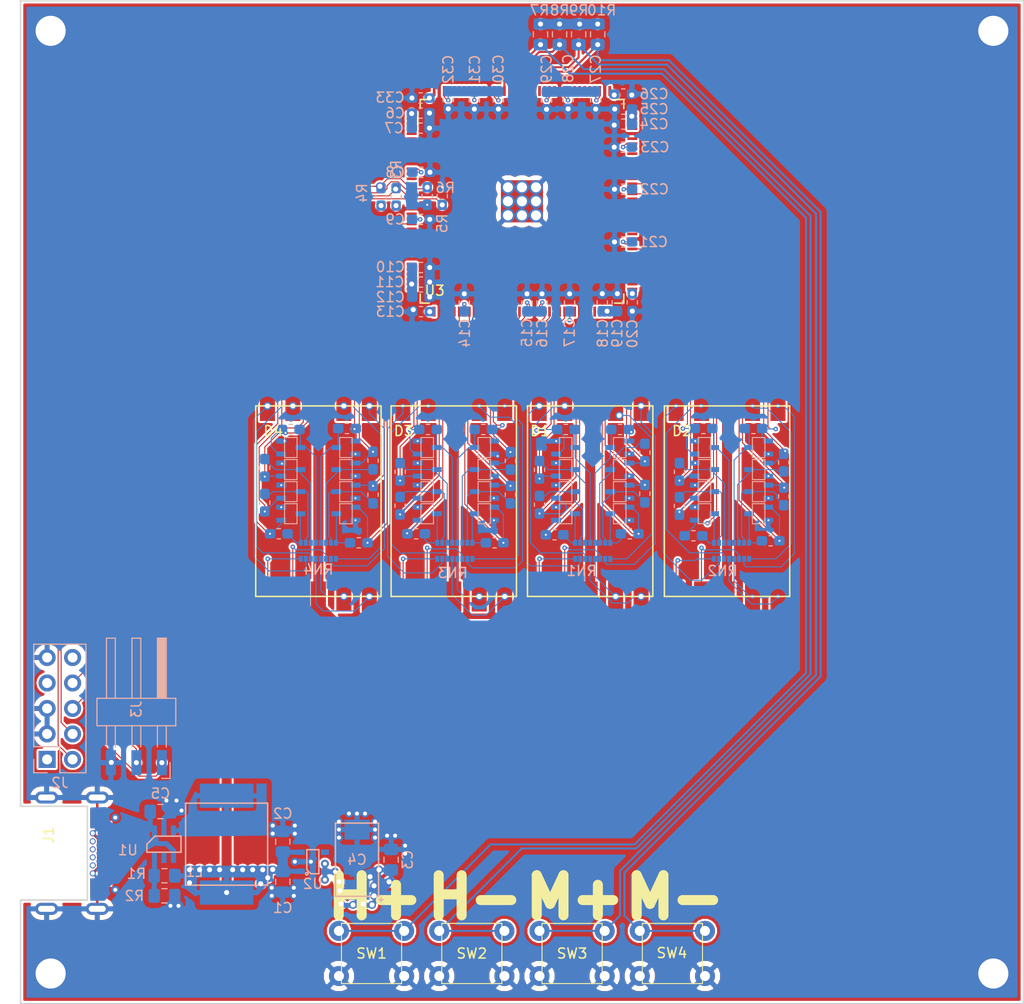
<source format=kicad_pcb>
(kicad_pcb (version 20171130) (host pcbnew 5.0.2-bee76a0~70~ubuntu18.10.1)
  (layers (0 F.Cu signal) (1 GND power) (2 +3V power) (31 B.Cu signal) (34 B.Paste user) (35 F.Paste user) (36 B.SilkS user) (37 F.SilkS user) (38 B.Mask user) (39 F.Mask user) (44 Edge.Cuts user))
  (net 0 "")
  (net 1 +4V)
  (net 2 GND)
  (net 3 +3V)
  (net 4 VBUS)
  (net 5 "Net-(D1-Pad1)")
  (net 6 "Net-(D1-Pad2)")
  (net 7 "Net-(D1-Pad4)")
  (net 8 "Net-(D1-Pad5)")
  (net 9 "Net-(D1-Pad6)")
  (net 10 "Net-(D1-Pad7)")
  (net 11 "Net-(D1-Pad9)")
  (net 12 "Net-(D1-Pad10)")
  (net 13 "Net-(D2-Pad10)")
  (net 14 "Net-(D2-Pad9)")
  (net 15 "Net-(D2-Pad7)")
  (net 16 "Net-(D2-Pad6)")
  (net 17 "Net-(D2-Pad5)")
  (net 18 "Net-(D2-Pad4)")
  (net 19 "Net-(D2-Pad2)")
  (net 20 "Net-(D2-Pad1)")
  (net 21 "Net-(D3-Pad10)")
  (net 22 "Net-(D3-Pad9)")
  (net 23 "Net-(D3-Pad7)")
  (net 24 "Net-(D3-Pad6)")
  (net 25 "Net-(D3-Pad5)")
  (net 26 "Net-(D3-Pad4)")
  (net 27 "Net-(D3-Pad2)")
  (net 28 "Net-(D3-Pad1)")
  (net 29 "Net-(D4-Pad1)")
  (net 30 "Net-(D4-Pad2)")
  (net 31 "Net-(D4-Pad4)")
  (net 32 "Net-(D4-Pad5)")
  (net 33 "Net-(D4-Pad6)")
  (net 34 "Net-(D4-Pad7)")
  (net 35 "Net-(D4-Pad9)")
  (net 36 "Net-(D4-Pad10)")
  (net 37 "Net-(J1-PadB11)")
  (net 38 "Net-(J1-PadA2)")
  (net 39 "Net-(J1-PadA3)")
  (net 40 "Net-(J1-PadA5)")
  (net 41 "Net-(J1-PadA6)")
  (net 42 "Net-(J1-PadA7)")
  (net 43 "Net-(J1-PadA8)")
  (net 44 "Net-(J1-PadA10)")
  (net 45 "Net-(J1-PadA11)")
  (net 46 "Net-(J1-PadB3)")
  (net 47 "Net-(J1-PadB2)")
  (net 48 "Net-(J1-PadB10)")
  (net 49 "Net-(J1-PadB8)")
  (net 50 "Net-(J1-PadB7)")
  (net 51 "Net-(J1-PadB6)")
  (net 52 "Net-(J1-PadB5)")
  (net 53 "Net-(J2-Pad1)")
  (net 54 "Net-(J2-Pad7)")
  (net 55 "Net-(J2-Pad10)")
  (net 56 "/FPGA Interfacing/Tx")
  (net 57 "/FPGA Interfacing/Rx")
  (net 58 "Net-(L1-Pad1)")
  (net 59 "Net-(Q1-Pad1)")
  (net 60 "Net-(Q1-Pad3)")
  (net 61 "Net-(Q2-Pad3)")
  (net 62 "Net-(Q2-Pad1)")
  (net 63 "Net-(Q3-Pad1)")
  (net 64 "Net-(Q3-Pad3)")
  (net 65 "Net-(Q4-Pad3)")
  (net 66 "Net-(Q4-Pad1)")
  (net 67 "Net-(Q5-Pad1)")
  (net 68 "Net-(Q5-Pad3)")
  (net 69 "Net-(Q6-Pad3)")
  (net 70 "Net-(Q6-Pad1)")
  (net 71 "Net-(Q7-Pad1)")
  (net 72 "Net-(Q7-Pad3)")
  (net 73 "Net-(Q8-Pad3)")
  (net 74 "Net-(Q8-Pad1)")
  (net 75 "Net-(Q9-Pad3)")
  (net 76 "Net-(Q9-Pad1)")
  (net 77 "Net-(Q10-Pad1)")
  (net 78 "Net-(Q10-Pad3)")
  (net 79 "Net-(Q11-Pad1)")
  (net 80 "Net-(Q11-Pad3)")
  (net 81 "Net-(Q12-Pad3)")
  (net 82 "Net-(Q12-Pad1)")
  (net 83 "Net-(Q13-Pad1)")
  (net 84 "Net-(Q13-Pad3)")
  (net 85 "Net-(Q14-Pad3)")
  (net 86 "Net-(Q14-Pad1)")
  (net 87 "Net-(Q15-Pad1)")
  (net 88 "Net-(Q15-Pad3)")
  (net 89 "Net-(Q16-Pad3)")
  (net 90 "Net-(Q16-Pad1)")
  (net 91 "Net-(Q17-Pad1)")
  (net 92 "Net-(Q17-Pad3)")
  (net 93 "Net-(Q18-Pad1)")
  (net 94 "Net-(Q18-Pad3)")
  (net 95 "Net-(Q19-Pad3)")
  (net 96 "Net-(Q19-Pad1)")
  (net 97 "Net-(Q20-Pad3)")
  (net 98 "Net-(Q20-Pad1)")
  (net 99 "Net-(Q21-Pad1)")
  (net 100 "Net-(Q21-Pad3)")
  (net 101 "Net-(Q22-Pad3)")
  (net 102 "Net-(Q22-Pad1)")
  (net 103 "Net-(Q23-Pad1)")
  (net 104 "Net-(Q23-Pad3)")
  (net 105 "Net-(Q24-Pad1)")
  (net 106 "Net-(Q24-Pad3)")
  (net 107 "Net-(Q25-Pad3)")
  (net 108 "Net-(Q25-Pad1)")
  (net 109 "Net-(Q26-Pad3)")
  (net 110 "Net-(Q26-Pad1)")
  (net 111 "Net-(Q27-Pad1)")
  (net 112 "Net-(Q27-Pad3)")
  (net 113 "Net-(Q28-Pad3)")
  (net 114 "Net-(Q28-Pad1)")
  (net 115 "Net-(Q29-Pad1)")
  (net 116 "Net-(Q29-Pad3)")
  (net 117 "Net-(Q30-Pad3)")
  (net 118 "Net-(Q30-Pad1)")
  (net 119 "Net-(Q31-Pad1)")
  (net 120 "Net-(Q31-Pad3)")
  (net 121 "Net-(Q32-Pad3)")
  (net 122 "Net-(Q32-Pad1)")
  (net 123 "Net-(R1-Pad2)")
  (net 124 "Net-(U1-Pad5)")
  (net 125 "Net-(U2-Pad4)")
  (net 126 "Net-(U3-Pad3)")
  (net 127 "Net-(U3-Pad4)")
  (net 128 "Net-(U3-Pad5)")
  (net 129 "Net-(U3-Pad6)")
  (net 130 "Net-(U3-Pad13)")
  (net 131 "Net-(U3-Pad14)")
  (net 132 "Net-(U3-Pad19)")
  (net 133 "Net-(U3-Pad21)")
  (net 134 "Net-(U3-Pad49)")
  (net 135 "Net-(U3-Pad50)")
  (net 136 "Net-(U3-Pad51)")
  (net 137 "Net-(U3-Pad52)")
  (net 138 "Net-(U3-Pad65)")
  (net 139 "Net-(U3-Pad67)")
  (net 140 "Net-(U3-Pad68)")
  (net 141 "Net-(U3-Pad69)")
  (net 142 "Net-(U3-Pad70)")
  (net 143 "Net-(U3-Pad84)")
  (net 144 "Net-(U3-Pad85)")
  (net 145 "Net-(U3-Pad86)")
  (net 146 "Net-(U3-Pad87)")
  (net 147 "Net-(U3-Pad98)")
  (net 148 "Net-(U3-Pad99)")
  (net 149 "Net-(U3-Pad100)")
  (net 150 "Net-(U3-Pad101)")
  (net 151 "Net-(U3-Pad103)")
  (net 152 "Net-(U3-Pad105)")
  (net 153 "Net-(U3-Pad106)")
  (net 154 "/FPGA Interfacing/TMS")
  (net 155 "/FPGA Interfacing/TDI")
  (net 156 "/FPGA Interfacing/TCK")
  (net 157 "/FPGA Interfacing/TDO")
  (net 158 "/FPGA Interfacing/M-")
  (net 159 "/FPGA Interfacing/M+")
  (net 160 "/FPGA Interfacing/H-")
  (net 161 "/FPGA Interfacing/H+")
  (net 162 "Net-(U3-Pad141)")
  (net 163 "Net-(U3-Pad140)")
  (net 164 "Net-(U3-Pad139)")
  (net 165 "Net-(U3-Pad138)")
  (net 166 "Net-(U3-Pad137)")
  (net 167 "Net-(U3-Pad135)")
  (net 168 "Net-(U3-Pad134)")
  (net 169 "Net-(U3-Pad131)")
  (net 170 "Net-(U3-Pad126)")
  (net 171 "Net-(U3-Pad125)")
  (net 172 "Net-(U3-Pad124)")
  (net 173 "Net-(U3-Pad123)")
  (net 174 "Net-(U3-Pad122)")
  (net 175 "Net-(U3-Pad120)")
  (net 176 "Net-(U3-Pad117)")
  (net 177 "Net-(U3-Pad116)")
  (net 178 "Net-(U3-Pad115)")
  (net 179 "Net-(U3-Pad114)")
  (net 180 "Net-(U3-Pad113)")
  (net 181 "Net-(U3-Pad112)")
  (net 182 "Net-(U3-Pad10)")
  (net 183 "Net-(U3-Pad9)")
  (net 184 "Net-(U3-Pad8)")
  (net 185 "Net-(U3-Pad7)")
  (module Resistor_SMD:R_0603_1608Metric_Pad1.05x0.95mm_HandSolder (layer B.Cu) (at 25.75 53.15 180)
    (fp_text reference R42 hide)
    (fp_text value 1K)
    (pad 2 smd roundrect (at 0.875 0 180) (size 1.05 0.95) (layers B.Cu B.Paste B.Mask) (net 122 "Net-(Q32-Pad1)"))
    (pad 1 smd roundrect (at -0.875 0 180) (size 1.05 0.95) (layers B.Cu B.Paste B.Mask) (net 121 "Net-(Q32-Pad3)"))
  )
  (module "Maxted Libs:DSM7TA56106T" (layer F.Cu) (at 29.7 49.9)
    (fp_text reference D4 (at -4.5 -7) (layer F.SilkS))
    (fp_text value DSM7TA56106T)
    (pad 10 smd rect (at -5.08 -9.5) (size 1.5 3) (layers F.Cu F.Paste F.Mask) (net 36 "Net-(D4-Pad10)"))
    (pad 9 smd rect (at -2.54 -9.5) (size 1.5 3) (layers F.Cu F.Paste F.Mask) (net 35 "Net-(D4-Pad9)"))
    (pad 8 smd rect (at 0 -9.5) (size 1.5 3) (layers F.Cu F.Paste F.Mask) (net 1 +4V))
    (pad 7 smd rect (at 2.54 -9.5) (size 1.5 3) (layers F.Cu F.Paste F.Mask) (net 34 "Net-(D4-Pad7)"))
    (pad 6 smd rect (at 5.08 -9.5) (size 1.5 3) (layers F.Cu F.Paste F.Mask) (net 33 "Net-(D4-Pad6)"))
    (pad 5 smd rect (at -5.08 9.5) (size 1.5 3) (layers F.Cu F.Paste F.Mask) (net 32 "Net-(D4-Pad5)"))
    (pad 4 smd rect (at -2.54 9.5) (size 1.5 3) (layers F.Cu F.Paste F.Mask) (net 31 "Net-(D4-Pad4)"))
    (pad 3 smd rect (at 0 9.5) (size 1.5 3) (layers F.Cu F.Paste F.Mask) (net 1 +4V))
    (pad 2 smd rect (at 2.54 9.5) (size 1.5 3) (layers F.Cu F.Paste F.Mask) (net 30 "Net-(D4-Pad2)"))
    (pad 1 smd rect (at 5.08 9.5) (size 1.5 3) (layers F.Cu F.Paste F.Mask) (net 29 "Net-(D4-Pad1)"))
  )
  (module "Maxted Libs:SOT-323" (layer B.Cu) (at 32.45 51.15 270)
    (fp_text reference Q25 hide)
    (fp_text value ~)
    (pad 3 smd rect (at 0 0.95 270) (size 0.5 1) (layers B.Cu B.Paste B.Mask) (net 107 "Net-(Q25-Pad3)"))
    (pad 2 smd rect (at 0.65 -0.95 270) (size 0.5 1) (layers B.Cu B.Paste B.Mask) (net 2 GND))
    (pad 1 smd rect (at -0.65 -0.95 270) (size 0.5 1) (layers B.Cu B.Paste B.Mask) (net 108 "Net-(Q25-Pad1)"))
  )
  (module "Maxted Libs:SOT-323" (layer B.Cu) (at 32.45 48.95 270)
    (fp_text reference Q26 hide)
    (fp_text value ~)
    (pad 3 smd rect (at 0 0.95 270) (size 0.5 1) (layers B.Cu B.Paste B.Mask) (net 109 "Net-(Q26-Pad3)"))
    (pad 2 smd rect (at 0.65 -0.95 270) (size 0.5 1) (layers B.Cu B.Paste B.Mask) (net 2 GND))
    (pad 1 smd rect (at -0.65 -0.95 270) (size 0.5 1) (layers B.Cu B.Paste B.Mask) (net 110 "Net-(Q26-Pad1)"))
  )
  (module "Maxted Libs:SOT-323" (layer B.Cu) (at 32.45 46.75 270)
    (fp_text reference Q27 hide)
    (fp_text value ~)
    (pad 3 smd rect (at 0 0.95 270) (size 0.5 1) (layers B.Cu B.Paste B.Mask) (net 112 "Net-(Q27-Pad3)"))
    (pad 2 smd rect (at 0.65 -0.95 270) (size 0.5 1) (layers B.Cu B.Paste B.Mask) (net 2 GND))
    (pad 1 smd rect (at -0.65 -0.95 270) (size 0.5 1) (layers B.Cu B.Paste B.Mask) (net 111 "Net-(Q27-Pad1)"))
  )
  (module "Maxted Libs:SOT-323" (layer B.Cu) (at 32.45 44.55 270)
    (fp_text reference Q28 hide)
    (fp_text value ~)
    (pad 3 smd rect (at 0 0.95 270) (size 0.5 1) (layers B.Cu B.Paste B.Mask) (net 113 "Net-(Q28-Pad3)"))
    (pad 2 smd rect (at 0.65 -0.95 270) (size 0.5 1) (layers B.Cu B.Paste B.Mask) (net 2 GND))
    (pad 1 smd rect (at -0.65 -0.95 270) (size 0.5 1) (layers B.Cu B.Paste B.Mask) (net 114 "Net-(Q28-Pad1)"))
  )
  (module "Maxted Libs:SOT-323" (layer B.Cu) (at 26.95 44.55 90)
    (fp_text reference Q29 hide)
    (fp_text value ~)
    (pad 3 smd rect (at 0 0.95 90) (size 0.5 1) (layers B.Cu B.Paste B.Mask) (net 116 "Net-(Q29-Pad3)"))
    (pad 2 smd rect (at 0.65 -0.95 90) (size 0.5 1) (layers B.Cu B.Paste B.Mask) (net 2 GND))
    (pad 1 smd rect (at -0.65 -0.95 90) (size 0.5 1) (layers B.Cu B.Paste B.Mask) (net 115 "Net-(Q29-Pad1)"))
  )
  (module "Maxted Libs:SOT-323" (layer B.Cu) (at 26.95 46.75 90)
    (fp_text reference Q30 hide)
    (fp_text value ~)
    (pad 3 smd rect (at 0 0.95 90) (size 0.5 1) (layers B.Cu B.Paste B.Mask) (net 117 "Net-(Q30-Pad3)"))
    (pad 2 smd rect (at 0.65 -0.95 90) (size 0.5 1) (layers B.Cu B.Paste B.Mask) (net 2 GND))
    (pad 1 smd rect (at -0.65 -0.95 90) (size 0.5 1) (layers B.Cu B.Paste B.Mask) (net 118 "Net-(Q30-Pad1)"))
  )
  (module "Maxted Libs:SOT-323" (layer B.Cu) (at 26.95 48.95 90)
    (fp_text reference Q31 hide)
    (fp_text value ~)
    (pad 3 smd rect (at 0 0.95 90) (size 0.5 1) (layers B.Cu B.Paste B.Mask) (net 120 "Net-(Q31-Pad3)"))
    (pad 2 smd rect (at 0.65 -0.95 90) (size 0.5 1) (layers B.Cu B.Paste B.Mask) (net 2 GND))
    (pad 1 smd rect (at -0.65 -0.95 90) (size 0.5 1) (layers B.Cu B.Paste B.Mask) (net 119 "Net-(Q31-Pad1)"))
  )
  (module "Maxted Libs:SOT-323" (layer B.Cu) (at 26.95 51.15 90)
    (fp_text reference Q32 hide)
    (fp_text value ~)
    (pad 3 smd rect (at 0 0.95 90) (size 0.5 1) (layers B.Cu B.Paste B.Mask) (net 121 "Net-(Q32-Pad3)"))
    (pad 2 smd rect (at 0.65 -0.95 90) (size 0.5 1) (layers B.Cu B.Paste B.Mask) (net 2 GND))
    (pad 1 smd rect (at -0.65 -0.95 90) (size 0.5 1) (layers B.Cu B.Paste B.Mask) (net 122 "Net-(Q32-Pad1)"))
  )
  (module Resistor_SMD:R_0603_1608Metric_Pad1.05x0.95mm_HandSolder (layer B.Cu) (at 35.15 45.85 90)
    (fp_text reference R37 hide)
    (fp_text value 1K)
    (pad 2 smd roundrect (at 0.875 0 90) (size 1.05 0.95) (layers B.Cu B.Paste B.Mask) (net 111 "Net-(Q27-Pad1)"))
    (pad 1 smd roundrect (at -0.875 0 90) (size 1.05 0.95) (layers B.Cu B.Paste B.Mask) (net 112 "Net-(Q27-Pad3)"))
  )
  (module "Maxted Libs:1506_Array" (layer B.Cu) (at 29.7 54.85 180)
    (fp_text reference RN4 (at 0 -1.87 180) (layer B.SilkS) (effects (justify mirror)))
    (fp_text value R_Pack08)
    (pad 16 smd rect (at -1.75 -0.8 180) (size 0.4 0.6) (layers B.Cu B.Paste B.Mask) (net 34 "Net-(D4-Pad7)"))
    (pad 15 smd rect (at -1.25 -0.8 180) (size 0.4 0.6) (layers B.Cu B.Paste B.Mask) (net 33 "Net-(D4-Pad6)"))
    (pad 14 smd rect (at -0.75 -0.8 180) (size 0.4 0.6) (layers B.Cu B.Paste B.Mask) (net 31 "Net-(D4-Pad4)"))
    (pad 13 smd rect (at -0.25 -0.8 180) (size 0.4 0.6) (layers B.Cu B.Paste B.Mask) (net 30 "Net-(D4-Pad2)"))
    (pad 12 smd rect (at 0.25 -0.8 180) (size 0.4 0.6) (layers B.Cu B.Paste B.Mask) (net 29 "Net-(D4-Pad1)"))
    (pad 11 smd rect (at 0.75 -0.8 180) (size 0.4 0.6) (layers B.Cu B.Paste B.Mask) (net 35 "Net-(D4-Pad9)"))
    (pad 10 smd rect (at 1.25 -0.8 180) (size 0.4 0.6) (layers B.Cu B.Paste B.Mask) (net 36 "Net-(D4-Pad10)"))
    (pad 9 smd rect (at 1.75 -0.8 180) (size 0.4 0.6) (layers B.Cu B.Paste B.Mask) (net 32 "Net-(D4-Pad5)"))
    (pad 8 smd rect (at 1.75 0.8 180) (size 0.4 0.6) (layers B.Cu B.Paste B.Mask) (net 121 "Net-(Q32-Pad3)"))
    (pad 7 smd rect (at 1.25 0.8 180) (size 0.4 0.6) (layers B.Cu B.Paste B.Mask) (net 120 "Net-(Q31-Pad3)"))
    (pad 6 smd rect (at 0.75 0.8 180) (size 0.4 0.6) (layers B.Cu B.Paste B.Mask) (net 117 "Net-(Q30-Pad3)"))
    (pad 5 smd rect (at 0.25 0.8 180) (size 0.4 0.6) (layers B.Cu B.Paste B.Mask) (net 116 "Net-(Q29-Pad3)"))
    (pad 4 smd rect (at -0.25 0.8 180) (size 0.4 0.6) (layers B.Cu B.Paste B.Mask) (net 113 "Net-(Q28-Pad3)"))
    (pad 3 smd rect (at -0.75 0.8 180) (size 0.4 0.6) (layers B.Cu B.Paste B.Mask) (net 112 "Net-(Q27-Pad3)"))
    (pad 2 smd rect (at -1.25 0.8 180) (size 0.4 0.6) (layers B.Cu B.Paste B.Mask) (net 109 "Net-(Q26-Pad3)"))
    (pad 1 smd rect (at -1.75 0.8 180) (size 0.4 0.6) (layers B.Cu B.Paste B.Mask) (net 107 "Net-(Q25-Pad3)"))
  )
  (module Resistor_SMD:R_0603_1608Metric_Pad1.05x0.95mm_HandSolder (layer B.Cu) (at 32.55 42.65)
    (fp_text reference R38 hide)
    (fp_text value 1K)
    (pad 2 smd roundrect (at 0.875 0) (size 1.05 0.95) (layers B.Cu B.Paste B.Mask) (net 114 "Net-(Q28-Pad1)"))
    (pad 1 smd roundrect (at -0.875 0) (size 1.05 0.95) (layers B.Cu B.Paste B.Mask) (net 113 "Net-(Q28-Pad3)"))
  )
  (module Resistor_SMD:R_0603_1608Metric_Pad1.05x0.95mm_HandSolder (layer B.Cu) (at 33.725 54.05)
    (fp_text reference R35 hide)
    (fp_text value 1K)
    (pad 2 smd roundrect (at 0.875 0) (size 1.05 0.95) (layers B.Cu B.Paste B.Mask) (net 108 "Net-(Q25-Pad1)"))
    (pad 1 smd roundrect (at -0.875 0) (size 1.05 0.95) (layers B.Cu B.Paste B.Mask) (net 107 "Net-(Q25-Pad3)"))
  )
  (module Resistor_SMD:R_0603_1608Metric_Pad1.05x0.95mm_HandSolder (layer B.Cu) (at 24.35 46.575 270)
    (fp_text reference R40 hide)
    (fp_text value 1K)
    (pad 2 smd roundrect (at 0.875 0 270) (size 1.05 0.95) (layers B.Cu B.Paste B.Mask) (net 118 "Net-(Q30-Pad1)"))
    (pad 1 smd roundrect (at -0.875 0 270) (size 1.05 0.95) (layers B.Cu B.Paste B.Mask) (net 117 "Net-(Q30-Pad3)"))
  )
  (module Resistor_SMD:R_0603_1608Metric_Pad1.05x0.95mm_HandSolder (layer B.Cu) (at 24.35 50.05 270)
    (fp_text reference R41 hide)
    (fp_text value 1K)
    (pad 2 smd roundrect (at 0.875 0 270) (size 1.05 0.95) (layers B.Cu B.Paste B.Mask) (net 119 "Net-(Q31-Pad1)"))
    (pad 1 smd roundrect (at -0.875 0 270) (size 1.05 0.95) (layers B.Cu B.Paste B.Mask) (net 120 "Net-(Q31-Pad3)"))
  )
  (module Resistor_SMD:R_0603_1608Metric_Pad1.05x0.95mm_HandSolder (layer B.Cu) (at 26.95 42.75 180)
    (fp_text reference R39 hide)
    (fp_text value 1K)
    (pad 2 smd roundrect (at 0.875 0 180) (size 1.05 0.95) (layers B.Cu B.Paste B.Mask) (net 115 "Net-(Q29-Pad1)"))
    (pad 1 smd roundrect (at -0.875 0 180) (size 1.05 0.95) (layers B.Cu B.Paste B.Mask) (net 116 "Net-(Q29-Pad3)"))
  )
  (module Resistor_SMD:R_0603_1608Metric_Pad1.05x0.95mm_HandSolder (layer B.Cu) (at 35.15 49.25 90)
    (fp_text reference R36 hide)
    (fp_text value 1K)
    (pad 2 smd roundrect (at 0.875 0 90) (size 1.05 0.95) (layers B.Cu B.Paste B.Mask) (net 110 "Net-(Q26-Pad1)"))
    (pad 1 smd roundrect (at -0.875 0 90) (size 1.05 0.95) (layers B.Cu B.Paste B.Mask) (net 109 "Net-(Q26-Pad3)"))
  )
  (module "Maxted Libs:293D" (layer B.Cu) (at 33.55 85.65 90)
    (fp_text reference C4 (at 0 0) (layer B.SilkS) (effects (justify mirror)))
    (fp_text value 470uF)
    (pad 1 smd rect (at -3 0 90) (size 2 2.5) (layers B.Cu B.Paste B.Mask) (net 3 +3V))
    (pad 2 smd rect (at 3 0 90) (size 2 2.5) (layers B.Cu B.Paste B.Mask) (net 2 GND))
  )
  (module Resistor_SMD:R_0603_1608Metric_Pad1.05x0.95mm_HandSolder (layer B.Cu) (at 60.75 53.15)
    (fp_text reference R11 hide)
    (fp_text value 1K)
    (pad 2 smd roundrect (at 0.875 0) (size 1.05 0.95) (layers B.Cu B.Paste B.Mask) (net 59 "Net-(Q1-Pad1)"))
    (pad 1 smd roundrect (at -0.875 0) (size 1.05 0.95) (layers B.Cu B.Paste B.Mask) (net 60 "Net-(Q1-Pad3)"))
  )
  (module Resistor_SMD:R_0603_1608Metric_Pad1.05x0.95mm_HandSolder (layer B.Cu) (at 62.25 49.15 90)
    (fp_text reference R12 hide)
    (fp_text value 1K)
    (pad 2 smd roundrect (at 0.875 0 90) (size 1.05 0.95) (layers B.Cu B.Paste B.Mask) (net 62 "Net-(Q2-Pad1)"))
    (pad 1 smd roundrect (at -0.875 0 90) (size 1.05 0.95) (layers B.Cu B.Paste B.Mask) (net 61 "Net-(Q2-Pad3)"))
  )
  (module Resistor_SMD:R_0603_1608Metric_Pad1.05x0.95mm_HandSolder (layer B.Cu) (at 62.25 45.05 270)
    (fp_text reference R13 hide)
    (fp_text value 1K)
    (pad 2 smd roundrect (at 0.875 0 270) (size 1.05 0.95) (layers B.Cu B.Paste B.Mask) (net 63 "Net-(Q3-Pad1)"))
    (pad 1 smd roundrect (at -0.875 0 270) (size 1.05 0.95) (layers B.Cu B.Paste B.Mask) (net 64 "Net-(Q3-Pad3)"))
  )
  (module Resistor_SMD:R_0603_1608Metric_Pad1.05x0.95mm_HandSolder (layer B.Cu) (at 59.775 42.75)
    (fp_text reference R14 hide)
    (fp_text value 1K)
    (pad 2 smd roundrect (at 0.875 0) (size 1.05 0.95) (layers B.Cu B.Paste B.Mask) (net 66 "Net-(Q4-Pad1)"))
    (pad 1 smd roundrect (at -0.875 0) (size 1.05 0.95) (layers B.Cu B.Paste B.Mask) (net 65 "Net-(Q4-Pad3)"))
  )
  (module Resistor_SMD:R_0603_1608Metric_Pad1.05x0.95mm_HandSolder (layer B.Cu) (at 51.75 46.775 270)
    (fp_text reference R16 hide)
    (fp_text value 1K)
    (pad 2 smd roundrect (at 0.875 0 270) (size 1.05 0.95) (layers B.Cu B.Paste B.Mask) (net 70 "Net-(Q6-Pad1)"))
    (pad 1 smd roundrect (at -0.875 0 270) (size 1.05 0.95) (layers B.Cu B.Paste B.Mask) (net 69 "Net-(Q6-Pad3)"))
  )
  (module Resistor_SMD:R_0603_1608Metric_Pad1.05x0.95mm_HandSolder (layer B.Cu) (at 51.75 50.25 270)
    (fp_text reference R17 hide)
    (fp_text value 1K)
    (pad 2 smd roundrect (at 0.875 0 270) (size 1.05 0.95) (layers B.Cu B.Paste B.Mask) (net 71 "Net-(Q7-Pad1)"))
    (pad 1 smd roundrect (at -0.875 0 270) (size 1.05 0.95) (layers B.Cu B.Paste B.Mask) (net 72 "Net-(Q7-Pad3)"))
  )
  (module Resistor_SMD:R_0603_1608Metric_Pad1.05x0.95mm_HandSolder (layer B.Cu) (at 74.8 53.85)
    (fp_text reference R19 hide)
    (fp_text value 1K)
    (pad 2 smd roundrect (at 0.875 0) (size 1.05 0.95) (layers B.Cu B.Paste B.Mask) (net 76 "Net-(Q9-Pad1)"))
    (pad 1 smd roundrect (at -0.875 0) (size 1.05 0.95) (layers B.Cu B.Paste B.Mask) (net 75 "Net-(Q9-Pad3)"))
  )
  (module Resistor_SMD:R_0603_1608Metric_Pad1.05x0.95mm_HandSolder (layer B.Cu) (at 76.1 49.425 90)
    (fp_text reference R20 hide)
    (fp_text value 1K)
    (pad 2 smd roundrect (at 0.875 0 90) (size 1.05 0.95) (layers B.Cu B.Paste B.Mask) (net 77 "Net-(Q10-Pad1)"))
    (pad 1 smd roundrect (at -0.875 0 90) (size 1.05 0.95) (layers B.Cu B.Paste B.Mask) (net 78 "Net-(Q10-Pad3)"))
  )
  (module Resistor_SMD:R_0603_1608Metric_Pad1.05x0.95mm_HandSolder (layer B.Cu) (at 76.1 46.05 90)
    (fp_text reference R21 hide)
    (fp_text value 1K)
    (pad 2 smd roundrect (at 0.875 0 90) (size 1.05 0.95) (layers B.Cu B.Paste B.Mask) (net 79 "Net-(Q11-Pad1)"))
    (pad 1 smd roundrect (at -0.875 0 90) (size 1.05 0.95) (layers B.Cu B.Paste B.Mask) (net 80 "Net-(Q11-Pad3)"))
  )
  (module Resistor_SMD:R_0603_1608Metric_Pad1.05x0.95mm_HandSolder (layer B.Cu) (at 73.075 42.65)
    (fp_text reference R22 hide)
    (fp_text value 1K)
    (pad 2 smd roundrect (at 0.875 0) (size 1.05 0.95) (layers B.Cu B.Paste B.Mask) (net 82 "Net-(Q12-Pad1)"))
    (pad 1 smd roundrect (at -0.875 0) (size 1.05 0.95) (layers B.Cu B.Paste B.Mask) (net 81 "Net-(Q12-Pad3)"))
  )
  (module Resistor_SMD:R_0603_1608Metric_Pad1.05x0.95mm_HandSolder (layer B.Cu) (at 68.1 42.65 180)
    (fp_text reference R23 hide)
    (fp_text value 1K)
    (pad 2 smd roundrect (at 0.875 0 180) (size 1.05 0.95) (layers B.Cu B.Paste B.Mask) (net 83 "Net-(Q13-Pad1)"))
    (pad 1 smd roundrect (at -0.875 0 180) (size 1.05 0.95) (layers B.Cu B.Paste B.Mask) (net 84 "Net-(Q13-Pad3)"))
  )
  (module Resistor_SMD:R_0603_1608Metric_Pad1.05x0.95mm_HandSolder (layer B.Cu) (at 65.7 46.975 270)
    (fp_text reference R24 hide)
    (fp_text value 1K)
    (pad 2 smd roundrect (at 0.875 0 270) (size 1.05 0.95) (layers B.Cu B.Paste B.Mask) (net 86 "Net-(Q14-Pad1)"))
    (pad 1 smd roundrect (at -0.875 0 270) (size 1.05 0.95) (layers B.Cu B.Paste B.Mask) (net 85 "Net-(Q14-Pad3)"))
  )
  (module Resistor_SMD:R_0603_1608Metric_Pad1.05x0.95mm_HandSolder (layer B.Cu) (at 54.375 42.75 180)
    (fp_text reference R15 hide)
    (fp_text value 1K)
    (pad 2 smd roundrect (at 0.875 0 180) (size 1.05 0.95) (layers B.Cu B.Paste B.Mask) (net 67 "Net-(Q5-Pad1)"))
    (pad 1 smd roundrect (at -0.875 0 180) (size 1.05 0.95) (layers B.Cu B.Paste B.Mask) (net 68 "Net-(Q5-Pad3)"))
  )
  (module Resistor_SMD:R_0603_1608Metric_Pad1.05x0.95mm_HandSolder (layer B.Cu) (at 53.25 53.25 180)
    (fp_text reference R18 hide)
    (fp_text value 1K)
    (pad 2 smd roundrect (at 0.875 0 180) (size 1.05 0.95) (layers B.Cu B.Paste B.Mask) (net 74 "Net-(Q8-Pad1)"))
    (pad 1 smd roundrect (at -0.875 0 180) (size 1.05 0.95) (layers B.Cu B.Paste B.Mask) (net 73 "Net-(Q8-Pad3)"))
  )
  (module Resistor_SMD:R_0603_1608Metric_Pad1.05x0.95mm_HandSolder (layer B.Cu) (at 47.275 54.05)
    (fp_text reference R27 hide)
    (fp_text value 1K)
    (pad 2 smd roundrect (at 0.875 0) (size 1.05 0.95) (layers B.Cu B.Paste B.Mask) (net 91 "Net-(Q17-Pad1)"))
    (pad 1 smd roundrect (at -0.875 0) (size 1.05 0.95) (layers B.Cu B.Paste B.Mask) (net 92 "Net-(Q17-Pad3)"))
  )
  (module Resistor_SMD:R_0603_1608Metric_Pad1.05x0.95mm_HandSolder (layer B.Cu) (at 48.85 49.25 90)
    (fp_text reference R28 hide)
    (fp_text value 1K)
    (pad 2 smd roundrect (at 0.875 0 90) (size 1.05 0.95) (layers B.Cu B.Paste B.Mask) (net 93 "Net-(Q18-Pad1)"))
    (pad 1 smd roundrect (at -0.875 0 90) (size 1.05 0.95) (layers B.Cu B.Paste B.Mask) (net 94 "Net-(Q18-Pad3)"))
  )
  (module Resistor_SMD:R_0603_1608Metric_Pad1.05x0.95mm_HandSolder (layer B.Cu) (at 37.85 50.35 270)
    (fp_text reference R33 hide)
    (fp_text value 1K)
    (pad 2 smd roundrect (at 0.875 0 270) (size 1.05 0.95) (layers B.Cu B.Paste B.Mask) (net 103 "Net-(Q23-Pad1)"))
    (pad 1 smd roundrect (at -0.875 0 270) (size 1.05 0.95) (layers B.Cu B.Paste B.Mask) (net 104 "Net-(Q23-Pad3)"))
  )
  (module Resistor_SMD:R_0603_1608Metric_Pad1.05x0.95mm_HandSolder (layer B.Cu) (at 48.85 45.875 90)
    (fp_text reference R29 hide)
    (fp_text value 1K)
    (pad 2 smd roundrect (at 0.875 0 90) (size 1.05 0.95) (layers B.Cu B.Paste B.Mask) (net 96 "Net-(Q19-Pad1)"))
    (pad 1 smd roundrect (at -0.875 0 90) (size 1.05 0.95) (layers B.Cu B.Paste B.Mask) (net 95 "Net-(Q19-Pad3)"))
  )
  (module Resistor_SMD:R_0603_1608Metric_Pad1.05x0.95mm_HandSolder (layer B.Cu) (at 46.15 42.75)
    (fp_text reference R30 hide)
    (fp_text value 1K)
    (pad 2 smd roundrect (at 0.875 0) (size 1.05 0.95) (layers B.Cu B.Paste B.Mask) (net 98 "Net-(Q20-Pad1)"))
    (pad 1 smd roundrect (at -0.875 0) (size 1.05 0.95) (layers B.Cu B.Paste B.Mask) (net 97 "Net-(Q20-Pad3)"))
  )
  (module Resistor_SMD:R_0603_1608Metric_Pad1.05x0.95mm_HandSolder (layer B.Cu) (at 40.625 42.75 180)
    (fp_text reference R31 hide)
    (fp_text value 1K)
    (pad 2 smd roundrect (at 0.875 0 180) (size 1.05 0.95) (layers B.Cu B.Paste B.Mask) (net 99 "Net-(Q21-Pad1)"))
    (pad 1 smd roundrect (at -0.875 0 180) (size 1.05 0.95) (layers B.Cu B.Paste B.Mask) (net 100 "Net-(Q21-Pad3)"))
  )
  (module Resistor_SMD:R_0603_1608Metric_Pad1.05x0.95mm_HandSolder (layer B.Cu) (at 37.85 46.975 270)
    (fp_text reference R32 hide)
    (fp_text value 1K)
    (pad 2 smd roundrect (at 0.875 0 270) (size 1.05 0.95) (layers B.Cu B.Paste B.Mask) (net 102 "Net-(Q22-Pad1)"))
    (pad 1 smd roundrect (at -0.875 0 270) (size 1.05 0.95) (layers B.Cu B.Paste B.Mask) (net 101 "Net-(Q22-Pad3)"))
  )
  (module Resistor_SMD:R_0603_1608Metric_Pad1.05x0.95mm_HandSolder (layer B.Cu) (at 39.45 53.15 180)
    (fp_text reference R34 hide)
    (fp_text value 1K)
    (pad 2 smd roundrect (at 0.875 0 180) (size 1.05 0.95) (layers B.Cu B.Paste B.Mask) (net 105 "Net-(Q24-Pad1)"))
    (pad 1 smd roundrect (at -0.875 0 180) (size 1.05 0.95) (layers B.Cu B.Paste B.Mask) (net 106 "Net-(Q24-Pad3)"))
  )
  (module Resistor_SMD:R_0603_1608Metric_Pad1.05x0.95mm_HandSolder (layer B.Cu) (at 65.7 50.375 270)
    (fp_text reference R25 hide)
    (fp_text value 1K)
    (pad 2 smd roundrect (at 0.875 0 270) (size 1.05 0.95) (layers B.Cu B.Paste B.Mask) (net 87 "Net-(Q15-Pad1)"))
    (pad 1 smd roundrect (at -0.875 0 270) (size 1.05 0.95) (layers B.Cu B.Paste B.Mask) (net 88 "Net-(Q15-Pad3)"))
  )
  (module Resistor_SMD:R_0603_1608Metric_Pad1.05x0.95mm_HandSolder (layer B.Cu) (at 67.1 53.35 180)
    (fp_text reference R26 hide)
    (fp_text value 1K)
    (pad 2 smd roundrect (at 0.875 0 180) (size 1.05 0.95) (layers B.Cu B.Paste B.Mask) (net 90 "Net-(Q16-Pad1)"))
    (pad 1 smd roundrect (at -0.875 0 180) (size 1.05 0.95) (layers B.Cu B.Paste B.Mask) (net 89 "Net-(Q16-Pad3)"))
  )
  (module "Maxted Libs:1506_Array" (layer B.Cu) (at 57.05 54.85 180)
    (fp_text reference RN1 (at 1.1 -2 180) (layer B.SilkS) (effects (justify mirror)))
    (fp_text value R_Pack08)
    (pad 16 smd rect (at -1.75 -0.8 180) (size 0.4 0.6) (layers B.Cu B.Paste B.Mask) (net 10 "Net-(D1-Pad7)"))
    (pad 15 smd rect (at -1.25 -0.8 180) (size 0.4 0.6) (layers B.Cu B.Paste B.Mask) (net 9 "Net-(D1-Pad6)"))
    (pad 14 smd rect (at -0.75 -0.8 180) (size 0.4 0.6) (layers B.Cu B.Paste B.Mask) (net 7 "Net-(D1-Pad4)"))
    (pad 13 smd rect (at -0.25 -0.8 180) (size 0.4 0.6) (layers B.Cu B.Paste B.Mask) (net 6 "Net-(D1-Pad2)"))
    (pad 12 smd rect (at 0.25 -0.8 180) (size 0.4 0.6) (layers B.Cu B.Paste B.Mask) (net 5 "Net-(D1-Pad1)"))
    (pad 11 smd rect (at 0.75 -0.8 180) (size 0.4 0.6) (layers B.Cu B.Paste B.Mask) (net 11 "Net-(D1-Pad9)"))
    (pad 10 smd rect (at 1.25 -0.8 180) (size 0.4 0.6) (layers B.Cu B.Paste B.Mask) (net 12 "Net-(D1-Pad10)"))
    (pad 9 smd rect (at 1.75 -0.8 180) (size 0.4 0.6) (layers B.Cu B.Paste B.Mask) (net 8 "Net-(D1-Pad5)"))
    (pad 8 smd rect (at 1.75 0.8 180) (size 0.4 0.6) (layers B.Cu B.Paste B.Mask) (net 73 "Net-(Q8-Pad3)"))
    (pad 7 smd rect (at 1.25 0.8 180) (size 0.4 0.6) (layers B.Cu B.Paste B.Mask) (net 72 "Net-(Q7-Pad3)"))
    (pad 6 smd rect (at 0.75 0.8 180) (size 0.4 0.6) (layers B.Cu B.Paste B.Mask) (net 69 "Net-(Q6-Pad3)"))
    (pad 5 smd rect (at 0.25 0.8 180) (size 0.4 0.6) (layers B.Cu B.Paste B.Mask) (net 68 "Net-(Q5-Pad3)"))
    (pad 4 smd rect (at -0.25 0.8 180) (size 0.4 0.6) (layers B.Cu B.Paste B.Mask) (net 65 "Net-(Q4-Pad3)"))
    (pad 3 smd rect (at -0.75 0.8 180) (size 0.4 0.6) (layers B.Cu B.Paste B.Mask) (net 64 "Net-(Q3-Pad3)"))
    (pad 2 smd rect (at -1.25 0.8 180) (size 0.4 0.6) (layers B.Cu B.Paste B.Mask) (net 61 "Net-(Q2-Pad3)"))
    (pad 1 smd rect (at -1.75 0.8 180) (size 0.4 0.6) (layers B.Cu B.Paste B.Mask) (net 60 "Net-(Q1-Pad3)"))
  )
  (module Resistor_SMD:R_0603_1608Metric_Pad1.05x0.95mm_HandSolder (layer B.Cu) (at 42.05 19.475 90)
    (fp_text reference R5 (at -2.725 0 90) (layer B.SilkS) (effects (justify mirror)))
    (fp_text value 1K)
    (pad 2 smd roundrect (at 0.875 0 90) (size 1.05 0.95) (layers B.Cu B.Paste B.Mask) (net 2 GND))
    (pad 1 smd roundrect (at -0.875 0 90) (size 1.05 0.95) (layers B.Cu B.Paste B.Mask) (net 157 "/FPGA Interfacing/TDO"))
  )
  (module Resistor_SMD:R_0603_1608Metric_Pad1.05x0.95mm_HandSolder (layer B.Cu) (at 35.95 19.55 90)
    (fp_text reference R4 (at 0.375 -1.9 90) (layer B.SilkS) (effects (justify mirror)))
    (fp_text value 1K)
    (pad 2 smd roundrect (at 0.875 0 90) (size 1.05 0.95) (layers B.Cu B.Paste B.Mask) (net 154 "/FPGA Interfacing/TMS"))
    (pad 1 smd roundrect (at -0.875 0 90) (size 1.05 0.95) (layers B.Cu B.Paste B.Mask) (net 3 +3V))
  )
  (module Resistor_SMD:R_0603_1608Metric_Pad1.05x0.95mm_HandSolder (layer B.Cu) (at 37.45 19.55 90)
    (fp_text reference R3 (at 2.7 0 90) (layer B.SilkS) (effects (justify mirror)))
    (fp_text value 1K)
    (pad 2 smd roundrect (at 0.875 0 90) (size 1.05 0.95) (layers B.Cu B.Paste B.Mask) (net 155 "/FPGA Interfacing/TDI"))
    (pad 1 smd roundrect (at -0.875 0 90) (size 1.05 0.95) (layers B.Cu B.Paste B.Mask) (net 3 +3V))
  )
  (module Resistor_SMD:R_0603_1608Metric_Pad1.05x0.95mm_HandSolder (layer B.Cu) (at 40.55 19.475 270)
    (fp_text reference R6 (at -0.825 -1.8) (layer B.SilkS) (effects (justify mirror)))
    (fp_text value 1K)
    (pad 2 smd roundrect (at 0.875 0 270) (size 1.05 0.95) (layers B.Cu B.Paste B.Mask) (net 2 GND))
    (pad 1 smd roundrect (at -0.875 0 270) (size 1.05 0.95) (layers B.Cu B.Paste B.Mask) (net 156 "/FPGA Interfacing/TCK"))
  )
  (module Capacitor_SMD:C_0603_1608Metric_Pad1.05x0.95mm_HandSolder (layer B.Cu) (at 39.9 9.7 180)
    (fp_text reference C33 (at 3.05 0.05 180) (layer B.SilkS) (effects (justify mirror)))
    (fp_text value 10nF)
    (pad 2 smd roundrect (at 0.875 0 180) (size 1.05 0.95) (layers B.Cu B.Paste B.Mask) (net 2 GND))
    (pad 1 smd roundrect (at -0.875 0 180) (size 1.05 0.95) (layers B.Cu B.Paste B.Mask) (net 3 +3V))
  )
  (module Capacitor_SMD:C_0603_1608Metric_Pad1.05x0.95mm_HandSolder (layer B.Cu) (at 42.65 9.9 270)
    (fp_text reference C32 (at -3.05 0 270) (layer B.SilkS) (effects (justify mirror)))
    (fp_text value 10nF)
    (pad 2 smd roundrect (at 0.875 0 270) (size 1.05 0.95) (layers B.Cu B.Paste B.Mask) (net 2 GND))
    (pad 1 smd roundrect (at -0.875 0 270) (size 1.05 0.95) (layers B.Cu B.Paste B.Mask) (net 3 +3V))
  )
  (module Capacitor_SMD:C_0603_1608Metric_Pad1.05x0.95mm_HandSolder (layer B.Cu) (at 45.25 9.925 270)
    (fp_text reference C31 (at -3.075 -0.05 270) (layer B.SilkS) (effects (justify mirror)))
    (fp_text value 10nF)
    (pad 2 smd roundrect (at 0.875 0 270) (size 1.05 0.95) (layers B.Cu B.Paste B.Mask) (net 2 GND))
    (pad 1 smd roundrect (at -0.875 0 270) (size 1.05 0.95) (layers B.Cu B.Paste B.Mask) (net 3 +3V))
  )
  (module Capacitor_SMD:C_0603_1608Metric_Pad1.05x0.95mm_HandSolder (layer B.Cu) (at 39.925 21.8)
    (fp_text reference C9 (at -2.575 0) (layer B.SilkS) (effects (justify mirror)))
    (fp_text value 10nF)
    (pad 2 smd roundrect (at 0.875 0) (size 1.05 0.95) (layers B.Cu B.Paste B.Mask) (net 2 GND))
    (pad 1 smd roundrect (at -0.875 0) (size 1.05 0.95) (layers B.Cu B.Paste B.Mask) (net 3 +3V))
  )
  (module Capacitor_SMD:C_0603_1608Metric_Pad1.05x0.95mm_HandSolder (layer B.Cu) (at 47.65 9.925 270)
    (fp_text reference C30 (at -3.125 0 270) (layer B.SilkS) (effects (justify mirror)))
    (fp_text value 10nF)
    (pad 2 smd roundrect (at 0.875 0 270) (size 1.05 0.95) (layers B.Cu B.Paste B.Mask) (net 2 GND))
    (pad 1 smd roundrect (at -0.875 0 270) (size 1.05 0.95) (layers B.Cu B.Paste B.Mask) (net 3 +3V))
  )
  (module Capacitor_SMD:C_0603_1608Metric_Pad1.05x0.95mm_HandSolder (layer B.Cu) (at 52.45 9.95 270)
    (fp_text reference C29 (at -3.15 0 270) (layer B.SilkS) (effects (justify mirror)))
    (fp_text value 10nF)
    (pad 2 smd roundrect (at 0.875 0 270) (size 1.05 0.95) (layers B.Cu B.Paste B.Mask) (net 2 GND))
    (pad 1 smd roundrect (at -0.875 0 270) (size 1.05 0.95) (layers B.Cu B.Paste B.Mask) (net 3 +3V))
  )
  (module Capacitor_SMD:C_0603_1608Metric_Pad1.05x0.95mm_HandSolder (layer B.Cu) (at 54.6 9.9 270)
    (fp_text reference C28 (at -3.15 0 270) (layer B.SilkS) (effects (justify mirror)))
    (fp_text value 10nF)
    (pad 2 smd roundrect (at 0.875 0 270) (size 1.05 0.95) (layers B.Cu B.Paste B.Mask) (net 2 GND))
    (pad 1 smd roundrect (at -0.875 0 270) (size 1.05 0.95) (layers B.Cu B.Paste B.Mask) (net 3 +3V))
  )
  (module Capacitor_SMD:C_0603_1608Metric_Pad1.05x0.95mm_HandSolder (layer B.Cu) (at 57.35 9.925 270)
    (fp_text reference C27 (at -3.125 0 270) (layer B.SilkS) (effects (justify mirror)))
    (fp_text value 10nF)
    (pad 2 smd roundrect (at 0.875 0 270) (size 1.05 0.95) (layers B.Cu B.Paste B.Mask) (net 2 GND))
    (pad 1 smd roundrect (at -0.875 0 270) (size 1.05 0.95) (layers B.Cu B.Paste B.Mask) (net 3 +3V))
  )
  (module Capacitor_SMD:C_0603_1608Metric_Pad1.05x0.95mm_HandSolder (layer B.Cu) (at 60.1 9.3)
    (fp_text reference C26 (at 3.075 0) (layer B.SilkS) (effects (justify mirror)))
    (fp_text value 10nF)
    (pad 2 smd roundrect (at 0.875 0) (size 1.05 0.95) (layers B.Cu B.Paste B.Mask) (net 2 GND))
    (pad 1 smd roundrect (at -0.875 0) (size 1.05 0.95) (layers B.Cu B.Paste B.Mask) (net 3 +3V))
  )
  (module Capacitor_SMD:C_0603_1608Metric_Pad1.05x0.95mm_HandSolder (layer B.Cu) (at 39.9 11.2)
    (fp_text reference C6 (at -2.55 0) (layer B.SilkS) (effects (justify mirror)))
    (fp_text value 10nF)
    (pad 2 smd roundrect (at 0.875 0) (size 1.05 0.95) (layers B.Cu B.Paste B.Mask) (net 2 GND))
    (pad 1 smd roundrect (at -0.875 0) (size 1.05 0.95) (layers B.Cu B.Paste B.Mask) (net 3 +3V))
  )
  (module Capacitor_SMD:C_0603_1608Metric_Pad1.05x0.95mm_HandSolder (layer B.Cu) (at 39.9 12.7)
    (fp_text reference C7 (at -2.65 0) (layer B.SilkS) (effects (justify mirror)))
    (fp_text value 10nF)
    (pad 2 smd roundrect (at 0.875 0) (size 1.05 0.95) (layers B.Cu B.Paste B.Mask) (net 2 GND))
    (pad 1 smd roundrect (at -0.875 0) (size 1.05 0.95) (layers B.Cu B.Paste B.Mask) (net 3 +3V))
  )
  (module Capacitor_SMD:C_0603_1608Metric_Pad1.05x0.95mm_HandSolder (layer B.Cu) (at 60.1 10.8 180)
    (fp_text reference C25 (at -3.075 0) (layer B.SilkS) (effects (justify mirror)))
    (fp_text value 10nF)
    (pad 2 smd roundrect (at 0.875 0 180) (size 1.05 0.95) (layers B.Cu B.Paste B.Mask) (net 2 GND))
    (pad 1 smd roundrect (at -0.875 0 180) (size 1.05 0.95) (layers B.Cu B.Paste B.Mask) (net 3 +3V))
  )
  (module Capacitor_SMD:C_0603_1608Metric_Pad1.05x0.95mm_HandSolder (layer B.Cu) (at 60.1 12.3 180)
    (fp_text reference C24 (at -3.075 0 180) (layer B.SilkS) (effects (justify mirror)))
    (fp_text value 10nF)
    (pad 2 smd roundrect (at 0.875 0 180) (size 1.05 0.95) (layers B.Cu B.Paste B.Mask) (net 2 GND))
    (pad 1 smd roundrect (at -0.875 0 180) (size 1.05 0.95) (layers B.Cu B.Paste B.Mask) (net 3 +3V))
  )
  (module Capacitor_SMD:C_0603_1608Metric_Pad1.05x0.95mm_HandSolder (layer B.Cu) (at 60.075 14.6 180)
    (fp_text reference C23 (at -3.175 0 180) (layer B.SilkS) (effects (justify mirror)))
    (fp_text value 10nF)
    (pad 2 smd roundrect (at 0.875 0 180) (size 1.05 0.95) (layers B.Cu B.Paste B.Mask) (net 2 GND))
    (pad 1 smd roundrect (at -0.875 0 180) (size 1.05 0.95) (layers B.Cu B.Paste B.Mask) (net 3 +3V))
  )
  (module Capacitor_SMD:C_0603_1608Metric_Pad1.05x0.95mm_HandSolder (layer B.Cu) (at 60.1 18.8 180)
    (fp_text reference C22 (at -3.1 0 180) (layer B.SilkS) (effects (justify mirror)))
    (fp_text value 10nF)
    (pad 2 smd roundrect (at 0.875 0 180) (size 1.05 0.95) (layers B.Cu B.Paste B.Mask) (net 2 GND))
    (pad 1 smd roundrect (at -0.875 0 180) (size 1.05 0.95) (layers B.Cu B.Paste B.Mask) (net 3 +3V))
  )
  (module Capacitor_SMD:C_0603_1608Metric_Pad1.05x0.95mm_HandSolder (layer B.Cu) (at 39.95 17.1)
    (fp_text reference C8 (at -2.6 0) (layer B.SilkS) (effects (justify mirror)))
    (fp_text value 10nF)
    (pad 2 smd roundrect (at 0.875 0) (size 1.05 0.95) (layers B.Cu B.Paste B.Mask) (net 2 GND))
    (pad 1 smd roundrect (at -0.875 0) (size 1.05 0.95) (layers B.Cu B.Paste B.Mask) (net 3 +3V))
  )
  (module Capacitor_SMD:C_0603_1608Metric_Pad1.05x0.95mm_HandSolder (layer B.Cu) (at 60.1 24.05 180)
    (fp_text reference C21 (at -3 0 180) (layer B.SilkS) (effects (justify mirror)))
    (fp_text value 10nF)
    (pad 2 smd roundrect (at 0.875 0 180) (size 1.05 0.95) (layers B.Cu B.Paste B.Mask) (net 2 GND))
    (pad 1 smd roundrect (at -0.875 0 180) (size 1.05 0.95) (layers B.Cu B.Paste B.Mask) (net 3 +3V))
  )
  (module Capacitor_SMD:C_0603_1608Metric_Pad1.05x0.95mm_HandSolder (layer B.Cu) (at 39.925 26.6)
    (fp_text reference C10 (at -3.05 -0.05) (layer B.SilkS) (effects (justify mirror)))
    (fp_text value 10nF)
    (pad 2 smd roundrect (at 0.875 0) (size 1.05 0.95) (layers B.Cu B.Paste B.Mask) (net 2 GND))
    (pad 1 smd roundrect (at -0.875 0) (size 1.05 0.95) (layers B.Cu B.Paste B.Mask) (net 3 +3V))
  )
  (module Capacitor_SMD:C_0603_1608Metric_Pad1.05x0.95mm_HandSolder (layer B.Cu) (at 39.925 28.05)
    (fp_text reference C11 (at -3.1 0) (layer B.SilkS) (effects (justify mirror)))
    (fp_text value 10nF)
    (pad 2 smd roundrect (at 0.875 0) (size 1.05 0.95) (layers B.Cu B.Paste B.Mask) (net 2 GND))
    (pad 1 smd roundrect (at -0.875 0) (size 1.05 0.95) (layers B.Cu B.Paste B.Mask) (net 3 +3V))
  )
  (module Capacitor_SMD:C_0603_1608Metric_Pad1.05x0.95mm_HandSolder (layer B.Cu) (at 39.925 29.55)
    (fp_text reference C12 (at -3.05 0) (layer B.SilkS) (effects (justify mirror)))
    (fp_text value 10nF)
    (pad 2 smd roundrect (at 0.875 0) (size 1.05 0.95) (layers B.Cu B.Paste B.Mask) (net 2 GND))
    (pad 1 smd roundrect (at -0.875 0) (size 1.05 0.95) (layers B.Cu B.Paste B.Mask) (net 3 +3V))
  )
  (module Capacitor_SMD:C_0603_1608Metric_Pad1.05x0.95mm_HandSolder (layer B.Cu) (at 39.925 31 180)
    (fp_text reference C13 (at 3.05 0 180) (layer B.SilkS) (effects (justify mirror)))
    (fp_text value 10nF)
    (pad 2 smd roundrect (at 0.875 0 180) (size 1.05 0.95) (layers B.Cu B.Paste B.Mask) (net 2 GND))
    (pad 1 smd roundrect (at -0.875 0 180) (size 1.05 0.95) (layers B.Cu B.Paste B.Mask) (net 3 +3V))
  )
  (module Capacitor_SMD:C_0603_1608Metric_Pad1.05x0.95mm_HandSolder (layer B.Cu) (at 44.25 30.1 90)
    (fp_text reference C14 (at -3.05 0.05 90) (layer B.SilkS) (effects (justify mirror)))
    (fp_text value 10nF)
    (pad 2 smd roundrect (at 0.875 0 90) (size 1.05 0.95) (layers B.Cu B.Paste B.Mask) (net 2 GND))
    (pad 1 smd roundrect (at -0.875 0 90) (size 1.05 0.95) (layers B.Cu B.Paste B.Mask) (net 3 +3V))
  )
  (module Capacitor_SMD:C_0603_1608Metric_Pad1.05x0.95mm_HandSolder (layer B.Cu) (at 50.5 30.1 90)
    (fp_text reference C15 (at -3 0 90) (layer B.SilkS) (effects (justify mirror)))
    (fp_text value 10nF)
    (pad 2 smd roundrect (at 0.875 0 90) (size 1.05 0.95) (layers B.Cu B.Paste B.Mask) (net 2 GND))
    (pad 1 smd roundrect (at -0.875 0 90) (size 1.05 0.95) (layers B.Cu B.Paste B.Mask) (net 3 +3V))
  )
  (module Capacitor_SMD:C_0603_1608Metric_Pad1.05x0.95mm_HandSolder (layer B.Cu) (at 52 30.1 90)
    (fp_text reference C16 (at -3.05 0 90) (layer B.SilkS) (effects (justify mirror)))
    (fp_text value 10nF)
    (pad 2 smd roundrect (at 0.875 0 90) (size 1.05 0.95) (layers B.Cu B.Paste B.Mask) (net 2 GND))
    (pad 1 smd roundrect (at -0.875 0 90) (size 1.05 0.95) (layers B.Cu B.Paste B.Mask) (net 3 +3V))
  )
  (module Capacitor_SMD:C_0603_1608Metric_Pad1.05x0.95mm_HandSolder (layer B.Cu) (at 54.75 30.1 90)
    (fp_text reference C17 (at -3 0 90) (layer B.SilkS) (effects (justify mirror)))
    (fp_text value 10nF)
    (pad 2 smd roundrect (at 0.875 0 90) (size 1.05 0.95) (layers B.Cu B.Paste B.Mask) (net 2 GND))
    (pad 1 smd roundrect (at -0.875 0 90) (size 1.05 0.95) (layers B.Cu B.Paste B.Mask) (net 3 +3V))
  )
  (module Capacitor_SMD:C_0603_1608Metric_Pad1.05x0.95mm_HandSolder (layer B.Cu) (at 58.009031 30.082761 90)
    (fp_text reference C18 (at -3.067239 0.040969 90) (layer B.SilkS) (effects (justify mirror)))
    (fp_text value 10nF)
    (pad 2 smd roundrect (at 0.875 0 90) (size 1.05 0.95) (layers B.Cu B.Paste B.Mask) (net 2 GND))
    (pad 1 smd roundrect (at -0.875 0 90) (size 1.05 0.95) (layers B.Cu B.Paste B.Mask) (net 3 +3V))
  )
  (module Capacitor_SMD:C_0603_1608Metric_Pad1.05x0.95mm_HandSolder (layer B.Cu) (at 59.509031 30.082761 90)
    (fp_text reference C19 (at -3.067239 -0.009031 90) (layer B.SilkS) (effects (justify mirror)))
    (fp_text value 10nF)
    (pad 2 smd roundrect (at 0.875 0 90) (size 1.05 0.95) (layers B.Cu B.Paste B.Mask) (net 2 GND))
    (pad 1 smd roundrect (at -0.875 0 90) (size 1.05 0.95) (layers B.Cu B.Paste B.Mask) (net 3 +3V))
  )
  (module Capacitor_SMD:C_0603_1608Metric_Pad1.05x0.95mm_HandSolder (layer B.Cu) (at 61 30.075 270)
    (fp_text reference C20 (at 3.125 0 270) (layer B.SilkS) (effects (justify mirror)))
    (fp_text value 10nF)
    (pad 2 smd roundrect (at 0.875 0 270) (size 1.05 0.95) (layers B.Cu B.Paste B.Mask) (net 2 GND))
    (pad 1 smd roundrect (at -0.875 0 270) (size 1.05 0.95) (layers B.Cu B.Paste B.Mask) (net 3 +3V))
  )
  (module Capacitor_SMD:C_0805_2012Metric_Pad1.15x1.40mm_HandSolder (layer B.Cu) (at 26.15 87.85 270)
    (fp_text reference C1 (at 2.6 0) (layer B.SilkS) (effects (justify mirror)))
    (fp_text value 10uF)
    (pad 2 smd roundrect (at 1.025 0 270) (size 1.15 1.4) (layers B.Cu B.Paste B.Mask) (roundrect_rratio 0.217391) (net 2 GND))
    (pad 1 smd roundrect (at -1.025 0 270) (size 1.15 1.4) (layers B.Cu B.Paste B.Mask) (roundrect_rratio 0.217391) (net 1 +4V))
  )
  (module Capacitor_SMD:C_0805_2012Metric_Pad1.15x1.40mm_HandSolder (layer B.Cu) (at 26.15 83.85 90)
    (fp_text reference C2 (at 2.8 0) (layer B.SilkS) (effects (justify mirror)))
    (fp_text value 10uF)
    (pad 2 smd roundrect (at 1.025 0 90) (size 1.15 1.4) (layers B.Cu B.Paste B.Mask) (roundrect_rratio 0.217391) (net 2 GND))
    (pad 1 smd roundrect (at -1.025 0 90) (size 1.15 1.4) (layers B.Cu B.Paste B.Mask) (roundrect_rratio 0.217391) (net 1 +4V))
  )
  (module Capacitor_SMD:C_0805_2012Metric_Pad1.15x1.40mm_HandSolder (layer B.Cu) (at 36.95 85.65 90)
    (fp_text reference C3 (at 0 1.65 90) (layer B.SilkS) (effects (justify mirror)))
    (fp_text value 1uF)
    (pad 2 smd roundrect (at 1.025 0 90) (size 1.15 1.4) (layers B.Cu B.Paste B.Mask) (roundrect_rratio 0.217391) (net 2 GND))
    (pad 1 smd roundrect (at -1.025 0 90) (size 1.15 1.4) (layers B.Cu B.Paste B.Mask) (roundrect_rratio 0.217391) (net 3 +3V))
  )
  (module Capacitor_SMD:C_0805_2012Metric_Pad1.15x1.40mm_HandSolder (layer B.Cu) (at 13.95 80.85)
    (fp_text reference C5 (at 0 -1.8) (layer B.SilkS) (effects (justify mirror)))
    (fp_text value 4.7uF)
    (pad 2 smd roundrect (at 1.025 0) (size 1.15 1.4) (layers B.Cu B.Paste B.Mask) (roundrect_rratio 0.217391) (net 2 GND))
    (pad 1 smd roundrect (at -1.025 0) (size 1.15 1.4) (layers B.Cu B.Paste B.Mask) (roundrect_rratio 0.217391) (net 4 VBUS))
  )
  (module "Maxted Libs:DSM7TA56106T" (layer F.Cu) (at 56.8 49.9)
    (fp_text reference D1 (at -5 -7) (layer F.SilkS))
    (fp_text value DSM7TA56106T)
    (pad 10 smd rect (at -5.08 -9.5) (size 1.5 3) (layers F.Cu F.Paste F.Mask) (net 12 "Net-(D1-Pad10)"))
    (pad 9 smd rect (at -2.54 -9.5) (size 1.5 3) (layers F.Cu F.Paste F.Mask) (net 11 "Net-(D1-Pad9)"))
    (pad 8 smd rect (at 0 -9.5) (size 1.5 3) (layers F.Cu F.Paste F.Mask) (net 1 +4V))
    (pad 7 smd rect (at 2.54 -9.5) (size 1.5 3) (layers F.Cu F.Paste F.Mask) (net 10 "Net-(D1-Pad7)"))
    (pad 6 smd rect (at 5.08 -9.5) (size 1.5 3) (layers F.Cu F.Paste F.Mask) (net 9 "Net-(D1-Pad6)"))
    (pad 5 smd rect (at -5.08 9.5) (size 1.5 3) (layers F.Cu F.Paste F.Mask) (net 8 "Net-(D1-Pad5)"))
    (pad 4 smd rect (at -2.54 9.5) (size 1.5 3) (layers F.Cu F.Paste F.Mask) (net 7 "Net-(D1-Pad4)"))
    (pad 3 smd rect (at 0 9.5) (size 1.5 3) (layers F.Cu F.Paste F.Mask) (net 1 +4V))
    (pad 2 smd rect (at 2.54 9.5) (size 1.5 3) (layers F.Cu F.Paste F.Mask) (net 6 "Net-(D1-Pad2)"))
    (pad 1 smd rect (at 5.08 9.5) (size 1.5 3) (layers F.Cu F.Paste F.Mask) (net 5 "Net-(D1-Pad1)"))
  )
  (module "Maxted Libs:DSM7TA56106T" (layer F.Cu) (at 70.45 49.9)
    (fp_text reference D2 (at -4.5 -7) (layer F.SilkS))
    (fp_text value DSM7TA56106T)
    (pad 10 smd rect (at -5.08 -9.5) (size 1.5 3) (layers F.Cu F.Paste F.Mask) (net 13 "Net-(D2-Pad10)"))
    (pad 9 smd rect (at -2.54 -9.5) (size 1.5 3) (layers F.Cu F.Paste F.Mask) (net 14 "Net-(D2-Pad9)"))
    (pad 8 smd rect (at 0 -9.5) (size 1.5 3) (layers F.Cu F.Paste F.Mask) (net 1 +4V))
    (pad 7 smd rect (at 2.54 -9.5) (size 1.5 3) (layers F.Cu F.Paste F.Mask) (net 15 "Net-(D2-Pad7)"))
    (pad 6 smd rect (at 5.08 -9.5) (size 1.5 3) (layers F.Cu F.Paste F.Mask) (net 16 "Net-(D2-Pad6)"))
    (pad 5 smd rect (at -5.08 9.5) (size 1.5 3) (layers F.Cu F.Paste F.Mask) (net 17 "Net-(D2-Pad5)"))
    (pad 4 smd rect (at -2.54 9.5) (size 1.5 3) (layers F.Cu F.Paste F.Mask) (net 18 "Net-(D2-Pad4)"))
    (pad 3 smd rect (at 0 9.5) (size 1.5 3) (layers F.Cu F.Paste F.Mask) (net 1 +4V))
    (pad 2 smd rect (at 2.54 9.5) (size 1.5 3) (layers F.Cu F.Paste F.Mask) (net 19 "Net-(D2-Pad2)"))
    (pad 1 smd rect (at 5.08 9.5) (size 1.5 3) (layers F.Cu F.Paste F.Mask) (net 20 "Net-(D2-Pad1)"))
  )
  (module "Maxted Libs:DSM7TA56106T" (layer F.Cu) (at 43.2 49.9)
    (fp_text reference D3 (at -5 -7) (layer F.SilkS))
    (fp_text value DSM7TA56106T)
    (pad 10 smd rect (at -5.08 -9.5) (size 1.5 3) (layers F.Cu F.Paste F.Mask) (net 21 "Net-(D3-Pad10)"))
    (pad 9 smd rect (at -2.54 -9.5) (size 1.5 3) (layers F.Cu F.Paste F.Mask) (net 22 "Net-(D3-Pad9)"))
    (pad 8 smd rect (at 0 -9.5) (size 1.5 3) (layers F.Cu F.Paste F.Mask) (net 1 +4V))
    (pad 7 smd rect (at 2.54 -9.5) (size 1.5 3) (layers F.Cu F.Paste F.Mask) (net 23 "Net-(D3-Pad7)"))
    (pad 6 smd rect (at 5.08 -9.5) (size 1.5 3) (layers F.Cu F.Paste F.Mask) (net 24 "Net-(D3-Pad6)"))
    (pad 5 smd rect (at -5.08 9.5) (size 1.5 3) (layers F.Cu F.Paste F.Mask) (net 25 "Net-(D3-Pad5)"))
    (pad 4 smd rect (at -2.54 9.5) (size 1.5 3) (layers F.Cu F.Paste F.Mask) (net 26 "Net-(D3-Pad4)"))
    (pad 3 smd rect (at 0 9.5) (size 1.5 3) (layers F.Cu F.Paste F.Mask) (net 1 +4V))
    (pad 2 smd rect (at 2.54 9.5) (size 1.5 3) (layers F.Cu F.Paste F.Mask) (net 27 "Net-(D3-Pad2)"))
    (pad 1 smd rect (at 5.08 9.5) (size 1.5 3) (layers F.Cu F.Paste F.Mask) (net 28 "Net-(D3-Pad1)"))
  )
  (module "Maxted Libs:Hirose_USB_C_Connector" (layer F.Cu) (at 0 85 270)
    (fp_text reference J1 (at -1.8 -2.8 270) (layer F.SilkS))
    (fp_text value USB_C_Plug)
    (fp_line (start -4.685 0) (end -7.985 0) (layer Edge.Cuts) (width 0.15))
    (fp_line (start 4.67 0) (end 4.67 -6.67) (layer Edge.Cuts) (width 0.15))
    (fp_line (start -4.67 0) (end -4.67 -6.67) (layer Edge.Cuts) (width 0.15))
    (fp_line (start 4.685 0) (end 7.985 0) (layer Edge.Cuts) (width 0.15))
    (fp_line (start -4.67 -6.67) (end 4.67 -6.67) (layer Edge.Cuts) (width 0.15))
    (pad S1 smd rect (at -3.9 -8.55 270) (size 0.46 0.85) (layers F.Cu F.Paste F.Mask) (net 2 GND))
    (pad S2 smd rect (at 3.98 -8.55 270) (size 0.46 0.85) (layers F.Cu F.Paste F.Mask) (net 2 GND))
    (pad B12 smd rect (at -3.335 -8.55 270) (size 0.23 0.85) (layers F.Cu F.Paste F.Mask) (net 2 GND))
    (pad B11 smd rect (at -2.935 -8.55 270) (size 0.23 0.85) (layers F.Cu F.Paste F.Mask) (net 37 "Net-(J1-PadB11)"))
    (pad A1 smd rect (at -2.135 -8.55 270) (size 0.23 0.85) (layers F.Cu F.Paste F.Mask) (net 2 GND))
    (pad A2 smd rect (at -1.735 -8.55 270) (size 0.23 0.85) (layers F.Cu F.Paste F.Mask) (net 38 "Net-(J1-PadA2)"))
    (pad A3 smd rect (at -1.335 -8.55 270) (size 0.23 0.85) (layers F.Cu F.Paste F.Mask) (net 39 "Net-(J1-PadA3)"))
    (pad A4 smd rect (at -0.935 -8.55 270) (size 0.23 0.85) (layers F.Cu F.Paste F.Mask) (net 4 VBUS))
    (pad A5 smd rect (at -0.535 -8.55 270) (size 0.23 0.85) (layers F.Cu F.Paste F.Mask) (net 40 "Net-(J1-PadA5)"))
    (pad A6 smd rect (at -0.135 -8.55 270) (size 0.23 0.85) (layers F.Cu F.Paste F.Mask) (net 41 "Net-(J1-PadA6)"))
    (pad A7 smd rect (at 0.265 -8.55 270) (size 0.23 0.85) (layers F.Cu F.Paste F.Mask) (net 42 "Net-(J1-PadA7)"))
    (pad A8 smd rect (at 0.665 -8.55 270) (size 0.23 0.85) (layers F.Cu F.Paste F.Mask) (net 43 "Net-(J1-PadA8)"))
    (pad A9 smd rect (at 1.065 -8.55 270) (size 0.23 0.85) (layers F.Cu F.Paste F.Mask) (net 4 VBUS))
    (pad A10 smd rect (at 1.465 -8.55 270) (size 0.23 0.85) (layers F.Cu F.Paste F.Mask) (net 44 "Net-(J1-PadA10)"))
    (pad A11 smd rect (at 1.865 -8.55 270) (size 0.23 0.85) (layers F.Cu F.Paste F.Mask) (net 45 "Net-(J1-PadA11)"))
    (pad A12 smd rect (at 2.265 -8.55 270) (size 0.23 0.85) (layers F.Cu F.Paste F.Mask) (net 2 GND))
    (pad B3 smd rect (at 2.665 -8.55 270) (size 0.23 0.85) (layers F.Cu F.Paste F.Mask) (net 46 "Net-(J1-PadB3)"))
    (pad B2 smd rect (at 3.065 -8.55 270) (size 0.23 0.85) (layers F.Cu F.Paste F.Mask) (net 47 "Net-(J1-PadB2)"))
    (pad B1 smd rect (at 3.465 -8.55 270) (size 0.23 0.85) (layers F.Cu F.Paste F.Mask) (net 2 GND))
    (pad B10 smd rect (at -2.535 -8.55 270) (size 0.23 0.85) (layers F.Cu F.Paste F.Mask) (net 48 "Net-(J1-PadB10)"))
    (pad B9 thru_hole circle (at -1.985 -7.2 270) (size 0.6 0.6) (drill 0.4) (layers *.Cu *.Mask) (net 4 VBUS))
    (pad B8 thru_hole circle (at -1.185 -7.2 270) (size 0.6 0.6) (drill 0.4) (layers *.Cu *.Mask) (net 49 "Net-(J1-PadB8)"))
    (pad B7 thru_hole circle (at -0.385 -7.2 270) (size 0.6 0.6) (drill 0.4) (layers *.Cu *.Mask) (net 50 "Net-(J1-PadB7)"))
    (pad B6 thru_hole circle (at 0.415 -7.2 270) (size 0.6 0.6) (drill 0.4) (layers *.Cu *.Mask) (net 51 "Net-(J1-PadB6)"))
    (pad B5 thru_hole circle (at 1.215 -7.2 270) (size 0.6 0.6) (drill 0.4) (layers *.Cu *.Mask) (net 52 "Net-(J1-PadB5)"))
    (pad B4 thru_hole circle (at 2.015 -7.2 270) (size 0.6 0.6) (drill 0.4) (layers *.Cu *.Mask) (net 4 VBUS))
    (pad S4 thru_hole oval (at 5.55 -7.65 270) (size 1.2 2.3) (drill oval 0.6 1.7) (layers *.Cu *.Mask) (net 2 GND))
    (pad S3 thru_hole oval (at -5.55 -7.65 270) (size 1.2 2.3) (drill oval 0.6 1.7) (layers *.Cu *.Mask) (net 2 GND))
    (pad S5 thru_hole oval (at -5.55 -2.6 270) (size 1.2 2.3) (drill oval 0.6 1.7) (layers *.Cu *.Mask) (net 2 GND))
    (pad S6 thru_hole oval (at 5.55 -2.6 270) (size 1.2 2.3) (drill oval 0.6 1.7) (layers *.Cu *.Mask) (net 2 GND))
  )
  (module Connector_PinHeader_2.54mm:PinHeader_2x05_P2.54mm_Vertical (layer B.Cu) (at 2.65 75.65)
    (fp_text reference J2 (at 1.27 2.33) (layer B.SilkS) (effects (justify mirror)))
    (fp_text value JTAG_HDR)
    (pad 10 thru_hole oval (at 2.54 -10.16) (size 1.7 1.7) (drill 1) (layers *.Cu *.Mask) (net 55 "Net-(J2-Pad10)"))
    (pad 9 thru_hole oval (at 0 -10.16) (size 1.7 1.7) (drill 1) (layers *.Cu *.Mask) (net 2 GND))
    (pad 8 thru_hole oval (at 2.54 -7.62) (size 1.7 1.7) (drill 1) (layers *.Cu *.Mask) (net 155 "/FPGA Interfacing/TDI"))
    (pad 7 thru_hole oval (at 0 -7.62) (size 1.7 1.7) (drill 1) (layers *.Cu *.Mask) (net 54 "Net-(J2-Pad7)"))
    (pad 6 thru_hole oval (at 2.54 -5.08) (size 1.7 1.7) (drill 1) (layers *.Cu *.Mask) (net 157 "/FPGA Interfacing/TDO"))
    (pad 5 thru_hole oval (at 0 -5.08) (size 1.7 1.7) (drill 1) (layers *.Cu *.Mask) (net 2 GND))
    (pad 4 thru_hole oval (at 2.54 -2.54) (size 1.7 1.7) (drill 1) (layers *.Cu *.Mask) (net 156 "/FPGA Interfacing/TCK"))
    (pad 3 thru_hole oval (at 0 -2.54) (size 1.7 1.7) (drill 1) (layers *.Cu *.Mask) (net 2 GND))
    (pad 2 thru_hole oval (at 2.54 0) (size 1.7 1.7) (drill 1) (layers *.Cu *.Mask) (net 154 "/FPGA Interfacing/TMS"))
    (pad 1 thru_hole rect (at 0 0) (size 1.7 1.7) (drill 1) (layers *.Cu *.Mask) (net 53 "Net-(J2-Pad1)"))
  )
  (module Connector_Harwin:Harwin_M20-89003xx_1x03_P2.54mm_Horizontal (layer B.Cu) (at 11.55 70.45 90)
    (fp_text reference J3 (at -0.2 0 90) (layer B.SilkS) (effects (justify mirror)))
    (fp_text value Conn_01x03_Female)
    (pad "" smd rect (at 3.895 2.54 90) (size 6 0.76) (layers B.SilkS))
    (pad 3 smd rect (at -5.525 -2.54 90) (size 2.5 1) (layers B.Cu B.Paste B.Mask) (net 2 GND))
    (pad 2 smd rect (at -5.525 0 90) (size 2.5 1) (layers B.Cu B.Paste B.Mask) (net 57 "/FPGA Interfacing/Rx"))
    (pad 1 smd rect (at -5.525 2.54 90) (size 2.5 1) (layers B.Cu B.Paste B.Mask) (net 56 "/FPGA Interfacing/Tx"))
  )
  (module "Maxted Libs:IHLP3232" (layer B.Cu) (at 20.55 84.1 270)
    (fp_text reference L1 (at 2.75 3.2 180) (layer B.SilkS) (effects (justify mirror)))
    (fp_text value 2.2uH)
    (pad 2 smd rect (at 4.826 0 270) (size 2.413 5.334) (layers B.Cu B.Paste B.Mask) (net 1 +4V))
    (pad 1 smd rect (at -4.826 0 270) (size 2.413 5.334) (layers B.Cu B.Paste B.Mask) (net 58 "Net-(L1-Pad1)"))
  )
  (module "Maxted Libs:SOT-323" (layer B.Cu) (at 59.75 51.15 270)
    (fp_text reference Q1 hide)
    (fp_text value ~)
    (pad 3 smd rect (at 0 0.95 270) (size 0.5 1) (layers B.Cu B.Paste B.Mask) (net 60 "Net-(Q1-Pad3)"))
    (pad 2 smd rect (at 0.65 -0.95 270) (size 0.5 1) (layers B.Cu B.Paste B.Mask) (net 2 GND))
    (pad 1 smd rect (at -0.65 -0.95 270) (size 0.5 1) (layers B.Cu B.Paste B.Mask) (net 59 "Net-(Q1-Pad1)"))
  )
  (module "Maxted Libs:SOT-323" (layer B.Cu) (at 59.75 48.95 270)
    (fp_text reference Q2 hide)
    (fp_text value ~)
    (pad 3 smd rect (at 0 0.95 270) (size 0.5 1) (layers B.Cu B.Paste B.Mask) (net 61 "Net-(Q2-Pad3)"))
    (pad 2 smd rect (at 0.65 -0.95 270) (size 0.5 1) (layers B.Cu B.Paste B.Mask) (net 2 GND))
    (pad 1 smd rect (at -0.65 -0.95 270) (size 0.5 1) (layers B.Cu B.Paste B.Mask) (net 62 "Net-(Q2-Pad1)"))
  )
  (module "Maxted Libs:SOT-323" (layer B.Cu) (at 59.75 46.75 270)
    (fp_text reference Q3 hide)
    (fp_text value ~)
    (pad 3 smd rect (at 0 0.95 270) (size 0.5 1) (layers B.Cu B.Paste B.Mask) (net 64 "Net-(Q3-Pad3)"))
    (pad 2 smd rect (at 0.65 -0.95 270) (size 0.5 1) (layers B.Cu B.Paste B.Mask) (net 2 GND))
    (pad 1 smd rect (at -0.65 -0.95 270) (size 0.5 1) (layers B.Cu B.Paste B.Mask) (net 63 "Net-(Q3-Pad1)"))
  )
  (module "Maxted Libs:SOT-323" (layer B.Cu) (at 59.75 44.55 270)
    (fp_text reference Q4 hide)
    (fp_text value ~)
    (pad 3 smd rect (at 0 0.95 270) (size 0.5 1) (layers B.Cu B.Paste B.Mask) (net 65 "Net-(Q4-Pad3)"))
    (pad 2 smd rect (at 0.65 -0.95 270) (size 0.5 1) (layers B.Cu B.Paste B.Mask) (net 2 GND))
    (pad 1 smd rect (at -0.65 -0.95 270) (size 0.5 1) (layers B.Cu B.Paste B.Mask) (net 66 "Net-(Q4-Pad1)"))
  )
  (module "Maxted Libs:SOT-323" (layer B.Cu) (at 54.35 44.55 90)
    (fp_text reference Q5 hide)
    (fp_text value ~)
    (pad 3 smd rect (at 0 0.95 90) (size 0.5 1) (layers B.Cu B.Paste B.Mask) (net 68 "Net-(Q5-Pad3)"))
    (pad 2 smd rect (at 0.65 -0.95 90) (size 0.5 1) (layers B.Cu B.Paste B.Mask) (net 2 GND))
    (pad 1 smd rect (at -0.65 -0.95 90) (size 0.5 1) (layers B.Cu B.Paste B.Mask) (net 67 "Net-(Q5-Pad1)"))
  )
  (module "Maxted Libs:SOT-323" (layer B.Cu) (at 54.35 46.75 90)
    (fp_text reference Q6 hide)
    (fp_text value ~)
    (pad 3 smd rect (at 0 0.95 90) (size 0.5 1) (layers B.Cu B.Paste B.Mask) (net 69 "Net-(Q6-Pad3)"))
    (pad 2 smd rect (at 0.65 -0.95 90) (size 0.5 1) (layers B.Cu B.Paste B.Mask) (net 2 GND))
    (pad 1 smd rect (at -0.65 -0.95 90) (size 0.5 1) (layers B.Cu B.Paste B.Mask) (net 70 "Net-(Q6-Pad1)"))
  )
  (module "Maxted Libs:SOT-323" (layer B.Cu) (at 54.35 48.95 90)
    (fp_text reference Q7 hide)
    (fp_text value ~)
    (pad 3 smd rect (at 0 0.95 90) (size 0.5 1) (layers B.Cu B.Paste B.Mask) (net 72 "Net-(Q7-Pad3)"))
    (pad 2 smd rect (at 0.65 -0.95 90) (size 0.5 1) (layers B.Cu B.Paste B.Mask) (net 2 GND))
    (pad 1 smd rect (at -0.65 -0.95 90) (size 0.5 1) (layers B.Cu B.Paste B.Mask) (net 71 "Net-(Q7-Pad1)"))
  )
  (module "Maxted Libs:SOT-323" (layer B.Cu) (at 54.35 51.15 90)
    (fp_text reference Q8 hide)
    (fp_text value ~)
    (pad 3 smd rect (at 0 0.95 90) (size 0.5 1) (layers B.Cu B.Paste B.Mask) (net 73 "Net-(Q8-Pad3)"))
    (pad 2 smd rect (at 0.65 -0.95 90) (size 0.5 1) (layers B.Cu B.Paste B.Mask) (net 2 GND))
    (pad 1 smd rect (at -0.65 -0.95 90) (size 0.5 1) (layers B.Cu B.Paste B.Mask) (net 74 "Net-(Q8-Pad1)"))
  )
  (module "Maxted Libs:SOT-323" (layer B.Cu) (at 73.6 51.15 270)
    (fp_text reference Q9 hide)
    (fp_text value ~)
    (pad 3 smd rect (at 0 0.95 270) (size 0.5 1) (layers B.Cu B.Paste B.Mask) (net 75 "Net-(Q9-Pad3)"))
    (pad 2 smd rect (at 0.65 -0.95 270) (size 0.5 1) (layers B.Cu B.Paste B.Mask) (net 2 GND))
    (pad 1 smd rect (at -0.65 -0.95 270) (size 0.5 1) (layers B.Cu B.Paste B.Mask) (net 76 "Net-(Q9-Pad1)"))
  )
  (module "Maxted Libs:SOT-323" (layer B.Cu) (at 73.6 48.95 270)
    (fp_text reference Q10 hide)
    (fp_text value ~)
    (pad 3 smd rect (at 0 0.95 270) (size 0.5 1) (layers B.Cu B.Paste B.Mask) (net 78 "Net-(Q10-Pad3)"))
    (pad 2 smd rect (at 0.65 -0.95 270) (size 0.5 1) (layers B.Cu B.Paste B.Mask) (net 2 GND))
    (pad 1 smd rect (at -0.65 -0.95 270) (size 0.5 1) (layers B.Cu B.Paste B.Mask) (net 77 "Net-(Q10-Pad1)"))
  )
  (module "Maxted Libs:SOT-323" (layer B.Cu) (at 73.6 46.75 270)
    (fp_text reference Q11 hide)
    (fp_text value ~)
    (pad 3 smd rect (at 0 0.95 270) (size 0.5 1) (layers B.Cu B.Paste B.Mask) (net 80 "Net-(Q11-Pad3)"))
    (pad 2 smd rect (at 0.65 -0.95 270) (size 0.5 1) (layers B.Cu B.Paste B.Mask) (net 2 GND))
    (pad 1 smd rect (at -0.65 -0.95 270) (size 0.5 1) (layers B.Cu B.Paste B.Mask) (net 79 "Net-(Q11-Pad1)"))
  )
  (module "Maxted Libs:SOT-323" (layer B.Cu) (at 73.6 44.55 270)
    (fp_text reference Q12 hide)
    (fp_text value ~)
    (pad 3 smd rect (at 0 0.95 270) (size 0.5 1) (layers B.Cu B.Paste B.Mask) (net 81 "Net-(Q12-Pad3)"))
    (pad 2 smd rect (at 0.65 -0.95 270) (size 0.5 1) (layers B.Cu B.Paste B.Mask) (net 2 GND))
    (pad 1 smd rect (at -0.65 -0.95 270) (size 0.5 1) (layers B.Cu B.Paste B.Mask) (net 82 "Net-(Q12-Pad1)"))
  )
  (module "Maxted Libs:SOT-323" (layer B.Cu) (at 68.2 44.55 90)
    (fp_text reference Q13 hide)
    (fp_text value ~)
    (pad 3 smd rect (at 0 0.95 90) (size 0.5 1) (layers B.Cu B.Paste B.Mask) (net 84 "Net-(Q13-Pad3)"))
    (pad 2 smd rect (at 0.65 -0.95 90) (size 0.5 1) (layers B.Cu B.Paste B.Mask) (net 2 GND))
    (pad 1 smd rect (at -0.65 -0.95 90) (size 0.5 1) (layers B.Cu B.Paste B.Mask) (net 83 "Net-(Q13-Pad1)"))
  )
  (module "Maxted Libs:SOT-323" (layer B.Cu) (at 68.2 46.75 90)
    (fp_text reference Q14 hide)
    (fp_text value ~)
    (pad 3 smd rect (at 0 0.95 90) (size 0.5 1) (layers B.Cu B.Paste B.Mask) (net 85 "Net-(Q14-Pad3)"))
    (pad 2 smd rect (at 0.65 -0.95 90) (size 0.5 1) (layers B.Cu B.Paste B.Mask) (net 2 GND))
    (pad 1 smd rect (at -0.65 -0.95 90) (size 0.5 1) (layers B.Cu B.Paste B.Mask) (net 86 "Net-(Q14-Pad1)"))
  )
  (module "Maxted Libs:SOT-323" (layer B.Cu) (at 68.2 48.95 90)
    (fp_text reference Q15 hide)
    (fp_text value ~)
    (pad 3 smd rect (at 0 0.95 90) (size 0.5 1) (layers B.Cu B.Paste B.Mask) (net 88 "Net-(Q15-Pad3)"))
    (pad 2 smd rect (at 0.65 -0.95 90) (size 0.5 1) (layers B.Cu B.Paste B.Mask) (net 2 GND))
    (pad 1 smd rect (at -0.65 -0.95 90) (size 0.5 1) (layers B.Cu B.Paste B.Mask) (net 87 "Net-(Q15-Pad1)"))
  )
  (module "Maxted Libs:SOT-323" (layer B.Cu) (at 68.2 51.15 90)
    (fp_text reference Q16 hide)
    (fp_text value ~)
    (pad 3 smd rect (at 0 0.95 90) (size 0.5 1) (layers B.Cu B.Paste B.Mask) (net 89 "Net-(Q16-Pad3)"))
    (pad 2 smd rect (at 0.65 -0.95 90) (size 0.5 1) (layers B.Cu B.Paste B.Mask) (net 2 GND))
    (pad 1 smd rect (at -0.65 -0.95 90) (size 0.5 1) (layers B.Cu B.Paste B.Mask) (net 90 "Net-(Q16-Pad1)"))
  )
  (module "Maxted Libs:SOT-323" (layer B.Cu) (at 46.25 51.15 270)
    (fp_text reference Q17 hide)
    (fp_text value ~)
    (pad 3 smd rect (at 0 0.95 270) (size 0.5 1) (layers B.Cu B.Paste B.Mask) (net 92 "Net-(Q17-Pad3)"))
    (pad 2 smd rect (at 0.65 -0.95 270) (size 0.5 1) (layers B.Cu B.Paste B.Mask) (net 2 GND))
    (pad 1 smd rect (at -0.65 -0.95 270) (size 0.5 1) (layers B.Cu B.Paste B.Mask) (net 91 "Net-(Q17-Pad1)"))
  )
  (module "Maxted Libs:SOT-323" (layer B.Cu) (at 46.25 48.95 270)
    (fp_text reference Q18 hide)
    (fp_text value ~)
    (pad 3 smd rect (at 0 0.95 270) (size 0.5 1) (layers B.Cu B.Paste B.Mask) (net 94 "Net-(Q18-Pad3)"))
    (pad 2 smd rect (at 0.65 -0.95 270) (size 0.5 1) (layers B.Cu B.Paste B.Mask) (net 2 GND))
    (pad 1 smd rect (at -0.65 -0.95 270) (size 0.5 1) (layers B.Cu B.Paste B.Mask) (net 93 "Net-(Q18-Pad1)"))
  )
  (module "Maxted Libs:SOT-323" (layer B.Cu) (at 46.25 46.75 270)
    (fp_text reference Q19 hide)
    (fp_text value ~)
    (pad 3 smd rect (at 0 0.95 270) (size 0.5 1) (layers B.Cu B.Paste B.Mask) (net 95 "Net-(Q19-Pad3)"))
    (pad 2 smd rect (at 0.65 -0.95 270) (size 0.5 1) (layers B.Cu B.Paste B.Mask) (net 2 GND))
    (pad 1 smd rect (at -0.65 -0.95 270) (size 0.5 1) (layers B.Cu B.Paste B.Mask) (net 96 "Net-(Q19-Pad1)"))
  )
  (module "Maxted Libs:SOT-323" (layer B.Cu) (at 46.25 44.55 270)
    (fp_text reference Q20 hide)
    (fp_text value ~)
    (pad 3 smd rect (at 0 0.95 270) (size 0.5 1) (layers B.Cu B.Paste B.Mask) (net 97 "Net-(Q20-Pad3)"))
    (pad 2 smd rect (at 0.65 -0.95 270) (size 0.5 1) (layers B.Cu B.Paste B.Mask) (net 2 GND))
    (pad 1 smd rect (at -0.65 -0.95 270) (size 0.5 1) (layers B.Cu B.Paste B.Mask) (net 98 "Net-(Q20-Pad1)"))
  )
  (module "Maxted Libs:SOT-323" (layer B.Cu) (at 40.55 44.55 90)
    (fp_text reference Q21 hide)
    (fp_text value ~)
    (pad 3 smd rect (at 0 0.95 90) (size 0.5 1) (layers B.Cu B.Paste B.Mask) (net 100 "Net-(Q21-Pad3)"))
    (pad 2 smd rect (at 0.65 -0.95 90) (size 0.5 1) (layers B.Cu B.Paste B.Mask) (net 2 GND))
    (pad 1 smd rect (at -0.65 -0.95 90) (size 0.5 1) (layers B.Cu B.Paste B.Mask) (net 99 "Net-(Q21-Pad1)"))
  )
  (module "Maxted Libs:SOT-323" (layer B.Cu) (at 40.55 46.75 90)
    (fp_text reference Q22 hide)
    (fp_text value ~)
    (pad 3 smd rect (at 0 0.95 90) (size 0.5 1) (layers B.Cu B.Paste B.Mask) (net 101 "Net-(Q22-Pad3)"))
    (pad 2 smd rect (at 0.65 -0.95 90) (size 0.5 1) (layers B.Cu B.Paste B.Mask) (net 2 GND))
    (pad 1 smd rect (at -0.65 -0.95 90) (size 0.5 1) (layers B.Cu B.Paste B.Mask) (net 102 "Net-(Q22-Pad1)"))
  )
  (module "Maxted Libs:SOT-323" (layer B.Cu) (at 40.55 48.95 90)
    (fp_text reference Q23 hide)
    (fp_text value ~)
    (pad 3 smd rect (at 0 0.95 90) (size 0.5 1) (layers B.Cu B.Paste B.Mask) (net 104 "Net-(Q23-Pad3)"))
    (pad 2 smd rect (at 0.65 -0.95 90) (size 0.5 1) (layers B.Cu B.Paste B.Mask) (net 2 GND))
    (pad 1 smd rect (at -0.65 -0.95 90) (size 0.5 1) (layers B.Cu B.Paste B.Mask) (net 103 "Net-(Q23-Pad1)"))
  )
  (module "Maxted Libs:SOT-323" (layer B.Cu) (at 40.55 51.15 90)
    (fp_text reference Q24 hide)
    (fp_text value ~)
    (pad 3 smd rect (at 0 0.95 90) (size 0.5 1) (layers B.Cu B.Paste B.Mask) (net 106 "Net-(Q24-Pad3)"))
    (pad 2 smd rect (at 0.65 -0.95 90) (size 0.5 1) (layers B.Cu B.Paste B.Mask) (net 2 GND))
    (pad 1 smd rect (at -0.65 -0.95 90) (size 0.5 1) (layers B.Cu B.Paste B.Mask) (net 105 "Net-(Q24-Pad1)"))
  )
  (module Resistor_SMD:R_0805_2012Metric_Pad1.15x1.40mm_HandSolder (layer B.Cu) (at 14.35 87.25 180)
    (fp_text reference R1 (at 2.8 0.2 180) (layer B.SilkS) (effects (justify mirror)))
    (fp_text value 652K)
    (pad 2 smd roundrect (at 1.025 0 180) (size 1.15 1.4) (layers B.Cu B.Paste B.Mask) (roundrect_rratio 0.217391) (net 123 "Net-(R1-Pad2)"))
    (pad 1 smd roundrect (at -1.025 0 180) (size 1.15 1.4) (layers B.Cu B.Paste B.Mask) (roundrect_rratio 0.217391) (net 1 +4V))
  )
  (module Resistor_SMD:R_0805_2012Metric_Pad1.15x1.40mm_HandSolder (layer B.Cu) (at 14.35 89.25)
    (fp_text reference R2 (at -3 0) (layer B.SilkS) (effects (justify mirror)))
    (fp_text value 100K)
    (pad 2 smd roundrect (at 1.025 0) (size 1.15 1.4) (layers B.Cu B.Paste B.Mask) (roundrect_rratio 0.217391) (net 2 GND))
    (pad 1 smd roundrect (at -1.025 0) (size 1.15 1.4) (layers B.Cu B.Paste B.Mask) (roundrect_rratio 0.217391) (net 123 "Net-(R1-Pad2)"))
  )
  (module Resistor_SMD:R_0805_2012Metric_Pad1.15x1.40mm_HandSolder (layer B.Cu) (at 51.85 3.35 270)
    (fp_text reference R7 (at -2.4 0.1) (layer B.SilkS) (effects (justify mirror)))
    (fp_text value 1K)
    (pad 2 smd roundrect (at 1.025 0 270) (size 1.15 1.4) (layers B.Cu B.Paste B.Mask) (roundrect_rratio 0.217391) (net 161 "/FPGA Interfacing/H+"))
    (pad 1 smd roundrect (at -1.025 0 270) (size 1.15 1.4) (layers B.Cu B.Paste B.Mask) (roundrect_rratio 0.217391) (net 3 +3V))
  )
  (module Resistor_SMD:R_0805_2012Metric_Pad1.15x1.40mm_HandSolder (layer B.Cu) (at 53.75 3.35 270)
    (fp_text reference R8 (at -2.4 0) (layer B.SilkS) (effects (justify mirror)))
    (fp_text value 1K)
    (pad 2 smd roundrect (at 1.025 0 270) (size 1.15 1.4) (layers B.Cu B.Paste B.Mask) (roundrect_rratio 0.217391) (net 160 "/FPGA Interfacing/H-"))
    (pad 1 smd roundrect (at -1.025 0 270) (size 1.15 1.4) (layers B.Cu B.Paste B.Mask) (roundrect_rratio 0.217391) (net 3 +3V))
  )
  (module Resistor_SMD:R_0805_2012Metric_Pad1.15x1.40mm_HandSolder (layer B.Cu) (at 55.65 3.35 270)
    (fp_text reference R9 (at -2.4 0) (layer B.SilkS) (effects (justify mirror)))
    (fp_text value 1K)
    (pad 2 smd roundrect (at 1.025 0 270) (size 1.15 1.4) (layers B.Cu B.Paste B.Mask) (roundrect_rratio 0.217391) (net 159 "/FPGA Interfacing/M+"))
    (pad 1 smd roundrect (at -1.025 0 270) (size 1.15 1.4) (layers B.Cu B.Paste B.Mask) (roundrect_rratio 0.217391) (net 3 +3V))
  )
  (module Resistor_SMD:R_0805_2012Metric_Pad1.15x1.40mm_HandSolder (layer B.Cu) (at 57.55 3.35 270)
    (fp_text reference R10 (at -2.4 -0.4) (layer B.SilkS) (effects (justify mirror)))
    (fp_text value 1K)
    (pad 2 smd roundrect (at 1.025 0 270) (size 1.15 1.4) (layers B.Cu B.Paste B.Mask) (roundrect_rratio 0.217391) (net 158 "/FPGA Interfacing/M-"))
    (pad 1 smd roundrect (at -1.025 0 270) (size 1.15 1.4) (layers B.Cu B.Paste B.Mask) (roundrect_rratio 0.217391) (net 3 +3V))
  )
  (module "Maxted Libs:1506_Array" (layer B.Cu) (at 70.9 54.85 180)
    (fp_text reference RN2 (at 0.9 -2 180) (layer B.SilkS) (effects (justify mirror)))
    (fp_text value R_Pack08)
    (pad 16 smd rect (at -1.75 -0.8 180) (size 0.4 0.6) (layers B.Cu B.Paste B.Mask) (net 15 "Net-(D2-Pad7)"))
    (pad 15 smd rect (at -1.25 -0.8 180) (size 0.4 0.6) (layers B.Cu B.Paste B.Mask) (net 16 "Net-(D2-Pad6)"))
    (pad 14 smd rect (at -0.75 -0.8 180) (size 0.4 0.6) (layers B.Cu B.Paste B.Mask) (net 18 "Net-(D2-Pad4)"))
    (pad 13 smd rect (at -0.25 -0.8 180) (size 0.4 0.6) (layers B.Cu B.Paste B.Mask) (net 19 "Net-(D2-Pad2)"))
    (pad 12 smd rect (at 0.25 -0.8 180) (size 0.4 0.6) (layers B.Cu B.Paste B.Mask) (net 20 "Net-(D2-Pad1)"))
    (pad 11 smd rect (at 0.75 -0.8 180) (size 0.4 0.6) (layers B.Cu B.Paste B.Mask) (net 14 "Net-(D2-Pad9)"))
    (pad 10 smd rect (at 1.25 -0.8 180) (size 0.4 0.6) (layers B.Cu B.Paste B.Mask) (net 13 "Net-(D2-Pad10)"))
    (pad 9 smd rect (at 1.75 -0.8 180) (size 0.4 0.6) (layers B.Cu B.Paste B.Mask) (net 17 "Net-(D2-Pad5)"))
    (pad 8 smd rect (at 1.75 0.8 180) (size 0.4 0.6) (layers B.Cu B.Paste B.Mask) (net 89 "Net-(Q16-Pad3)"))
    (pad 7 smd rect (at 1.25 0.8 180) (size 0.4 0.6) (layers B.Cu B.Paste B.Mask) (net 88 "Net-(Q15-Pad3)"))
    (pad 6 smd rect (at 0.75 0.8 180) (size 0.4 0.6) (layers B.Cu B.Paste B.Mask) (net 85 "Net-(Q14-Pad3)"))
    (pad 5 smd rect (at 0.25 0.8 180) (size 0.4 0.6) (layers B.Cu B.Paste B.Mask) (net 84 "Net-(Q13-Pad3)"))
    (pad 4 smd rect (at -0.25 0.8 180) (size 0.4 0.6) (layers B.Cu B.Paste B.Mask) (net 81 "Net-(Q12-Pad3)"))
    (pad 3 smd rect (at -0.75 0.8 180) (size 0.4 0.6) (layers B.Cu B.Paste B.Mask) (net 80 "Net-(Q11-Pad3)"))
    (pad 2 smd rect (at -1.25 0.8 180) (size 0.4 0.6) (layers B.Cu B.Paste B.Mask) (net 78 "Net-(Q10-Pad3)"))
    (pad 1 smd rect (at -1.75 0.8 180) (size 0.4 0.6) (layers B.Cu B.Paste B.Mask) (net 75 "Net-(Q9-Pad3)"))
  )
  (module "Maxted Libs:1506_Array" (layer B.Cu) (at 43.3 54.85 180)
    (fp_text reference RN3 (at 0.2 -2.2 180) (layer B.SilkS) (effects (justify mirror)))
    (fp_text value R_Pack08)
    (pad 16 smd rect (at -1.75 -0.8 180) (size 0.4 0.6) (layers B.Cu B.Paste B.Mask) (net 23 "Net-(D3-Pad7)"))
    (pad 15 smd rect (at -1.25 -0.8 180) (size 0.4 0.6) (layers B.Cu B.Paste B.Mask) (net 24 "Net-(D3-Pad6)"))
    (pad 14 smd rect (at -0.75 -0.8 180) (size 0.4 0.6) (layers B.Cu B.Paste B.Mask) (net 26 "Net-(D3-Pad4)"))
    (pad 13 smd rect (at -0.25 -0.8 180) (size 0.4 0.6) (layers B.Cu B.Paste B.Mask) (net 27 "Net-(D3-Pad2)"))
    (pad 12 smd rect (at 0.25 -0.8 180) (size 0.4 0.6) (layers B.Cu B.Paste B.Mask) (net 28 "Net-(D3-Pad1)"))
    (pad 11 smd rect (at 0.75 -0.8 180) (size 0.4 0.6) (layers B.Cu B.Paste B.Mask) (net 22 "Net-(D3-Pad9)"))
    (pad 10 smd rect (at 1.25 -0.8 180) (size 0.4 0.6) (layers B.Cu B.Paste B.Mask) (net 21 "Net-(D3-Pad10)"))
    (pad 9 smd rect (at 1.75 -0.8 180) (size 0.4 0.6) (layers B.Cu B.Paste B.Mask) (net 25 "Net-(D3-Pad5)"))
    (pad 8 smd rect (at 1.75 0.8 180) (size 0.4 0.6) (layers B.Cu B.Paste B.Mask) (net 106 "Net-(Q24-Pad3)"))
    (pad 7 smd rect (at 1.25 0.8 180) (size 0.4 0.6) (layers B.Cu B.Paste B.Mask) (net 104 "Net-(Q23-Pad3)"))
    (pad 6 smd rect (at 0.75 0.8 180) (size 0.4 0.6) (layers B.Cu B.Paste B.Mask) (net 101 "Net-(Q22-Pad3)"))
    (pad 5 smd rect (at 0.25 0.8 180) (size 0.4 0.6) (layers B.Cu B.Paste B.Mask) (net 100 "Net-(Q21-Pad3)"))
    (pad 4 smd rect (at -0.25 0.8 180) (size 0.4 0.6) (layers B.Cu B.Paste B.Mask) (net 97 "Net-(Q20-Pad3)"))
    (pad 3 smd rect (at -0.75 0.8 180) (size 0.4 0.6) (layers B.Cu B.Paste B.Mask) (net 95 "Net-(Q19-Pad3)"))
    (pad 2 smd rect (at -1.25 0.8 180) (size 0.4 0.6) (layers B.Cu B.Paste B.Mask) (net 94 "Net-(Q18-Pad3)"))
    (pad 1 smd rect (at -1.75 0.8 180) (size 0.4 0.6) (layers B.Cu B.Paste B.Mask) (net 92 "Net-(Q17-Pad3)"))
  )
  (module "Maxted Libs:Switch_Momentary" (layer F.Cu) (at 35 95)
    (fp_text reference SW1 (at 0 0) (layer F.SilkS))
    (fp_text value Switch_Momentary hide)
    (pad 4 thru_hole circle (at -3.25 2.25) (size 2 2) (drill 1) (layers *.Cu *.Mask) (net 2 GND))
    (pad 3 thru_hole circle (at 3.25 -2.25) (size 2 2) (drill 1) (layers *.Cu *.Mask) (net 161 "/FPGA Interfacing/H+"))
    (pad 2 thru_hole circle (at 3.25 2.25) (size 2 2) (drill 1) (layers *.Cu *.Mask) (net 2 GND))
    (pad 1 thru_hole circle (at -3.25 -2.25) (size 2 2) (drill 1) (layers *.Cu *.Mask) (net 161 "/FPGA Interfacing/H+"))
  )
  (module "Maxted Libs:Switch_Momentary" (layer F.Cu) (at 45 95)
    (fp_text reference SW2 (at 0 0) (layer F.SilkS))
    (fp_text value Switch_Momentary hide)
    (pad 4 thru_hole circle (at -3.25 2.25) (size 2 2) (drill 1) (layers *.Cu *.Mask) (net 2 GND))
    (pad 3 thru_hole circle (at 3.25 -2.25) (size 2 2) (drill 1) (layers *.Cu *.Mask) (net 160 "/FPGA Interfacing/H-"))
    (pad 2 thru_hole circle (at 3.25 2.25) (size 2 2) (drill 1) (layers *.Cu *.Mask) (net 2 GND))
    (pad 1 thru_hole circle (at -3.25 -2.25) (size 2 2) (drill 1) (layers *.Cu *.Mask) (net 160 "/FPGA Interfacing/H-"))
  )
  (module "Maxted Libs:Switch_Momentary" (layer F.Cu) (at 55 95)
    (fp_text reference SW3 (at 0 0) (layer F.SilkS))
    (fp_text value Switch_Momentary hide)
    (pad 4 thru_hole circle (at -3.25 2.25) (size 2 2) (drill 1) (layers *.Cu *.Mask) (net 2 GND))
    (pad 3 thru_hole circle (at 3.25 -2.25) (size 2 2) (drill 1) (layers *.Cu *.Mask) (net 159 "/FPGA Interfacing/M+"))
    (pad 2 thru_hole circle (at 3.25 2.25) (size 2 2) (drill 1) (layers *.Cu *.Mask) (net 2 GND))
    (pad 1 thru_hole circle (at -3.25 -2.25) (size 2 2) (drill 1) (layers *.Cu *.Mask) (net 159 "/FPGA Interfacing/M+"))
  )
  (module "Maxted Libs:Switch_Momentary" (layer F.Cu) (at 65 95)
    (fp_text reference SW4 (at -0.05 -0.05) (layer F.SilkS))
    (fp_text value Switch_Momentary hide)
    (pad 4 thru_hole circle (at -3.25 2.25) (size 2 2) (drill 1) (layers *.Cu *.Mask) (net 2 GND))
    (pad 3 thru_hole circle (at 3.25 -2.25) (size 2 2) (drill 1) (layers *.Cu *.Mask) (net 158 "/FPGA Interfacing/M-"))
    (pad 2 thru_hole circle (at 3.25 2.25) (size 2 2) (drill 1) (layers *.Cu *.Mask) (net 2 GND))
    (pad 1 thru_hole circle (at -3.25 -2.25) (size 2 2) (drill 1) (layers *.Cu *.Mask) (net 158 "/FPGA Interfacing/M-"))
  )
  (module "Maxted Libs:SOT23-6" (layer B.Cu) (at 14.3 84.1)
    (fp_text reference U1 (at -3.6 0.6) (layer B.SilkS) (effects (justify mirror)))
    (fp_text value TLV62569)
    (pad 3 smd rect (at 0.95 -1.375) (size 0.5 1) (layers B.Cu B.Paste B.Mask) (net 58 "Net-(L1-Pad1)"))
    (pad 4 smd rect (at 0.95 1.375) (size 0.5 1) (layers B.Cu B.Paste B.Mask) (net 4 VBUS))
    (pad 2 smd rect (at 0 -1.375) (size 0.5 1) (layers B.Cu B.Paste B.Mask) (net 2 GND))
    (pad 5 smd rect (at 0 1.375) (size 0.5 1) (layers B.Cu B.Paste B.Mask) (net 124 "Net-(U1-Pad5)"))
    (pad 1 smd rect (at -0.95 -1.375) (size 0.5 1) (layers B.Cu B.Paste B.Mask) (net 4 VBUS))
    (pad 6 smd rect (at -0.95 1.375) (size 0.5 1) (layers B.Cu B.Paste B.Mask) (net 123 "Net-(R1-Pad2)"))
  )
  (module "Maxted Libs:SOT-23-5" (layer B.Cu) (at 29.15 85.85 270)
    (fp_text reference U2 (at 2.2 0 180) (layer B.SilkS) (effects (justify mirror)))
    (fp_text value AP7365)
    (pad 5 smd rect (at 0.95 -1.2 270) (size 0.55 0.8) (layers B.Cu B.Paste B.Mask) (net 3 +3V))
    (pad 4 smd rect (at -0.95 -1.2 270) (size 0.55 0.8) (layers B.Cu B.Paste B.Mask) (net 125 "Net-(U2-Pad4)"))
    (pad 3 smd rect (at -0.95 1.2 270) (size 0.55 0.8) (layers B.Cu B.Paste B.Mask) (net 1 +4V))
    (pad 2 smd rect (at 0 1.2 90) (size 0.55 0.8) (layers B.Cu B.Paste B.Mask) (net 2 GND))
    (pad 1 smd rect (at 0.95 1.2 90) (size 0.55 0.8) (layers B.Cu B.Paste B.Mask) (net 1 +4V))
  )
  (module "Maxted Libs:QFP-144_EPAD_20x20_Pitch0.5mm" (layer F.Cu) (at 50 20)
    (fp_text reference U3 (at -8.7 8.9) (layer F.SilkS))
    (fp_text value 10M02SCE144)
    (pad EPAD thru_hole circle (at -1.4 1.4) (size 1.4 1.4) (drill 1) (layers *.Cu *.Mask) (net 2 GND))
    (pad EPAD thru_hole circle (at 0 1.4) (size 1.4 1.4) (drill 1) (layers *.Cu *.Mask) (net 2 GND))
    (pad EPAD thru_hole circle (at 1.4 1.4) (size 1.4 1.4) (drill 1) (layers *.Cu *.Mask) (net 2 GND))
    (pad EPAD thru_hole circle (at 1.4 0) (size 1.4 1.4) (drill 1) (layers *.Cu *.Mask) (net 2 GND))
    (pad EPAD thru_hole circle (at 0 0) (size 1.4 1.4) (drill 1) (layers *.Cu *.Mask) (net 2 GND))
    (pad EPAD thru_hole circle (at -1.4 0) (size 1.4 1.4) (drill 1) (layers *.Cu *.Mask) (net 2 GND))
    (pad EPAD thru_hole circle (at 1.4 -1.4) (size 1.4 1.4) (drill 1) (layers *.Cu *.Mask) (net 2 GND))
    (pad EPAD thru_hole circle (at 0 -1.4) (size 1.4 1.4) (drill 1) (layers *.Cu *.Mask) (net 2 GND))
    (pad EPAD thru_hole circle (at -1.4 -1.4) (size 1.4 1.4) (drill 1) (layers *.Cu *.Mask) (net 2 GND))
    (pad EPAD smd rect (at 0 0) (size 4.2 4.2) (layers F.Cu F.Paste F.Mask) (net 2 GND))
    (pad 144 smd rect (at -8.75 -11) (size 0.27 1) (layers F.Cu F.Paste F.Mask) (net 3 +3V))
    (pad 143 smd rect (at -8.25 -11) (size 0.27 1) (layers F.Cu F.Paste F.Mask) (net 2 GND))
    (pad 142 smd rect (at -7.75 -11) (size 0.27 1) (layers F.Cu F.Paste F.Mask) (net 3 +3V))
    (pad 141 smd rect (at -7.25 -11) (size 0.27 1) (layers F.Cu F.Paste F.Mask) (net 162 "Net-(U3-Pad141)"))
    (pad 140 smd rect (at -6.75 -11) (size 0.27 1) (layers F.Cu F.Paste F.Mask) (net 163 "Net-(U3-Pad140)"))
    (pad 139 smd rect (at -6.25 -11) (size 0.27 1) (layers F.Cu F.Paste F.Mask) (net 164 "Net-(U3-Pad139)"))
    (pad 138 smd rect (at -5.75 -11) (size 0.27 1) (layers F.Cu F.Paste F.Mask) (net 165 "Net-(U3-Pad138)"))
    (pad 137 smd rect (at -5.25 -11) (size 0.27 1) (layers F.Cu F.Paste F.Mask) (net 166 "Net-(U3-Pad137)"))
    (pad 136 smd rect (at -4.75 -11) (size 0.27 1) (layers F.Cu F.Paste F.Mask) (net 3 +3V))
    (pad 135 smd rect (at -4.25 -11) (size 0.27 1) (layers F.Cu F.Paste F.Mask) (net 167 "Net-(U3-Pad135)"))
    (pad 134 smd rect (at -3.75 -11) (size 0.27 1) (layers F.Cu F.Paste F.Mask) (net 168 "Net-(U3-Pad134)"))
    (pad 133 smd rect (at -3.25 -11) (size 0.27 1) (layers F.Cu F.Paste F.Mask) (net 2 GND))
    (pad 132 smd rect (at -2.75 -11) (size 0.27 1) (layers F.Cu F.Paste F.Mask) (net 3 +3V))
    (pad 131 smd rect (at -2.25 -11) (size 0.27 1) (layers F.Cu F.Paste F.Mask) (net 169 "Net-(U3-Pad131)"))
    (pad 130 smd rect (at -1.75 -11) (size 0.27 1) (layers F.Cu F.Paste F.Mask) (net 161 "/FPGA Interfacing/H+"))
    (pad 129 smd rect (at -1.25 -11) (size 0.27 1) (layers F.Cu F.Paste F.Mask) (net 160 "/FPGA Interfacing/H-"))
    (pad 128 smd rect (at -0.75 -11) (size 0.27 1) (layers F.Cu F.Paste F.Mask) (net 159 "/FPGA Interfacing/M+"))
    (pad 127 smd rect (at -0.25 -11) (size 0.27 1) (layers F.Cu F.Paste F.Mask) (net 158 "/FPGA Interfacing/M-"))
    (pad 126 smd rect (at 0.25 -11) (size 0.27 1) (layers F.Cu F.Paste F.Mask) (net 170 "Net-(U3-Pad126)"))
    (pad 125 smd rect (at 0.75 -11) (size 0.27 1) (layers F.Cu F.Paste F.Mask) (net 171 "Net-(U3-Pad125)"))
    (pad 124 smd rect (at 1.25 -11) (size 0.27 1) (layers F.Cu F.Paste F.Mask) (net 172 "Net-(U3-Pad124)"))
    (pad 123 smd rect (at 1.75 -11) (size 0.27 1) (layers F.Cu F.Paste F.Mask) (net 173 "Net-(U3-Pad123)"))
    (pad 122 smd rect (at 2.25 -11) (size 0.27 1) (layers F.Cu F.Paste F.Mask) (net 174 "Net-(U3-Pad122)"))
    (pad 121 smd rect (at 2.75 -11) (size 0.27 1) (layers F.Cu F.Paste F.Mask) (net 3 +3V))
    (pad 120 smd rect (at 3.25 -11) (size 0.27 1) (layers F.Cu F.Paste F.Mask) (net 175 "Net-(U3-Pad120)"))
    (pad 119 smd rect (at 3.75 -11) (size 0.27 1) (layers F.Cu F.Paste F.Mask) (net 2 GND))
    (pad 118 smd rect (at 4.25 -11) (size 0.27 1) (layers F.Cu F.Paste F.Mask) (net 3 +3V))
    (pad 117 smd rect (at 4.75 -11) (size 0.27 1) (layers F.Cu F.Paste F.Mask) (net 176 "Net-(U3-Pad117)"))
    (pad 116 smd rect (at 5.25 -11) (size 0.27 1) (layers F.Cu F.Paste F.Mask) (net 177 "Net-(U3-Pad116)"))
    (pad 115 smd rect (at 5.75 -11) (size 0.27 1) (layers F.Cu F.Paste F.Mask) (net 178 "Net-(U3-Pad115)"))
    (pad 114 smd rect (at 6.25 -11) (size 0.27 1) (layers F.Cu F.Paste F.Mask) (net 179 "Net-(U3-Pad114)"))
    (pad 113 smd rect (at 6.75 -11) (size 0.27 1) (layers F.Cu F.Paste F.Mask) (net 180 "Net-(U3-Pad113)"))
    (pad 112 smd rect (at 7.25 -11) (size 0.27 1) (layers F.Cu F.Paste F.Mask) (net 181 "Net-(U3-Pad112)"))
    (pad 111 smd rect (at 7.75 -11) (size 0.27 1) (layers F.Cu F.Paste F.Mask) (net 3 +3V))
    (pad 110 smd rect (at 8.25 -11) (size 0.27 1) (layers F.Cu F.Paste F.Mask) (net 2 GND))
    (pad 109 smd rect (at 8.75 -11) (size 0.27 1) (layers F.Cu F.Paste F.Mask) (net 3 +3V))
    (pad 108 smd rect (at 11 -8.75 90) (size 0.27 1) (layers F.Cu F.Paste F.Mask) (net 3 +3V))
    (pad 107 smd rect (at 11 -8.25 90) (size 0.27 1) (layers F.Cu F.Paste F.Mask) (net 3 +3V))
    (pad 106 smd rect (at 11 -7.75 90) (size 0.27 1) (layers F.Cu F.Paste F.Mask) (net 153 "Net-(U3-Pad106)"))
    (pad 105 smd rect (at 11 -7.25 90) (size 0.27 1) (layers F.Cu F.Paste F.Mask) (net 152 "Net-(U3-Pad105)"))
    (pad 104 smd rect (at 11 -6.75 90) (size 0.27 1) (layers F.Cu F.Paste F.Mask) (net 2 GND))
    (pad 103 smd rect (at 11 -6.25 90) (size 0.27 1) (layers F.Cu F.Paste F.Mask) (net 151 "Net-(U3-Pad103)"))
    (pad 102 smd rect (at 11 -5.75 90) (size 0.27 1) (layers F.Cu F.Paste F.Mask) (net 3 +3V))
    (pad 101 smd rect (at 11 -5.25 90) (size 0.27 1) (layers F.Cu F.Paste F.Mask) (net 150 "Net-(U3-Pad101)"))
    (pad 100 smd rect (at 11 -4.75 90) (size 0.27 1) (layers F.Cu F.Paste F.Mask) (net 149 "Net-(U3-Pad100)"))
    (pad 99 smd rect (at 11 -4.25 90) (size 0.27 1) (layers F.Cu F.Paste F.Mask) (net 148 "Net-(U3-Pad99)"))
    (pad 98 smd rect (at 11 -3.75 90) (size 0.27 1) (layers F.Cu F.Paste F.Mask) (net 147 "Net-(U3-Pad98)"))
    (pad 97 smd rect (at 11 -3.25 90) (size 0.27 1) (layers F.Cu F.Paste F.Mask) (net 82 "Net-(Q12-Pad1)"))
    (pad 96 smd rect (at 11 -2.75 90) (size 0.27 1) (layers F.Cu F.Paste F.Mask) (net 2 GND))
    (pad 95 smd rect (at 11 -2.25 90) (size 0.27 1) (layers F.Cu F.Paste F.Mask) (net 79 "Net-(Q11-Pad1)"))
    (pad 94 smd rect (at 11 -1.75 90) (size 0.27 1) (layers F.Cu F.Paste F.Mask) (net 77 "Net-(Q10-Pad1)"))
    (pad 93 smd rect (at 11 -1.25 90) (size 0.27 1) (layers F.Cu F.Paste F.Mask) (net 3 +3V))
    (pad 92 smd rect (at 11 -0.75 90) (size 0.27 1) (layers F.Cu F.Paste F.Mask) (net 76 "Net-(Q9-Pad1)"))
    (pad 91 smd rect (at 11 -0.25 90) (size 0.27 1) (layers F.Cu F.Paste F.Mask) (net 90 "Net-(Q16-Pad1)"))
    (pad 90 smd rect (at 11 0.25 90) (size 0.27 1) (layers F.Cu F.Paste F.Mask) (net 87 "Net-(Q15-Pad1)"))
    (pad 89 smd rect (at 11 0.75 90) (size 0.27 1) (layers F.Cu F.Paste F.Mask) (net 86 "Net-(Q14-Pad1)"))
    (pad 88 smd rect (at 11 1.25 90) (size 0.27 1) (layers F.Cu F.Paste F.Mask) (net 83 "Net-(Q13-Pad1)"))
    (pad 87 smd rect (at 11 1.75 90) (size 0.27 1) (layers F.Cu F.Paste F.Mask) (net 146 "Net-(U3-Pad87)"))
    (pad 86 smd rect (at 11 2.25 90) (size 0.27 1) (layers F.Cu F.Paste F.Mask) (net 145 "Net-(U3-Pad86)"))
    (pad 85 smd rect (at 11 2.75 90) (size 0.27 1) (layers F.Cu F.Paste F.Mask) (net 144 "Net-(U3-Pad85)"))
    (pad 84 smd rect (at 11 3.25 90) (size 0.27 1) (layers F.Cu F.Paste F.Mask) (net 143 "Net-(U3-Pad84)"))
    (pad 83 smd rect (at 11 3.75 90) (size 0.27 1) (layers F.Cu F.Paste F.Mask) (net 2 GND))
    (pad 82 smd rect (at 11 4.25 90) (size 0.27 1) (layers F.Cu F.Paste F.Mask) (net 3 +3V))
    (pad 81 smd rect (at 11 4.75 90) (size 0.27 1) (layers F.Cu F.Paste F.Mask) (net 66 "Net-(Q4-Pad1)"))
    (pad 80 smd rect (at 11 5.25 90) (size 0.27 1) (layers F.Cu F.Paste F.Mask) (net 63 "Net-(Q3-Pad1)"))
    (pad 79 smd rect (at 11 5.75 90) (size 0.27 1) (layers F.Cu F.Paste F.Mask) (net 62 "Net-(Q2-Pad1)"))
    (pad 78 smd rect (at 11 6.25 90) (size 0.27 1) (layers F.Cu F.Paste F.Mask) (net 59 "Net-(Q1-Pad1)"))
    (pad 77 smd rect (at 11 6.75 90) (size 0.27 1) (layers F.Cu F.Paste F.Mask) (net 74 "Net-(Q8-Pad1)"))
    (pad 76 smd rect (at 11 7.25 90) (size 0.27 1) (layers F.Cu F.Paste F.Mask) (net 71 "Net-(Q7-Pad1)"))
    (pad 75 smd rect (at 11 7.75 90) (size 0.27 1) (layers F.Cu F.Paste F.Mask) (net 70 "Net-(Q6-Pad1)"))
    (pad 74 smd rect (at 11 8.25 90) (size 0.27 1) (layers F.Cu F.Paste F.Mask) (net 67 "Net-(Q5-Pad1)"))
    (pad 73 smd rect (at 11 8.75 90) (size 0.27 1) (layers F.Cu F.Paste F.Mask) (net 3 +3V))
    (pad 72 smd rect (at 8.75 11) (size 0.27 1) (layers F.Cu F.Paste F.Mask) (net 3 +3V))
    (pad 71 smd rect (at 8.25 11) (size 0.27 1) (layers F.Cu F.Paste F.Mask) (net 3 +3V))
    (pad 70 smd rect (at 7.75 11) (size 0.27 1) (layers F.Cu F.Paste F.Mask) (net 142 "Net-(U3-Pad70)"))
    (pad 69 smd rect (at 7.25 11) (size 0.27 1) (layers F.Cu F.Paste F.Mask) (net 141 "Net-(U3-Pad69)"))
    (pad 68 smd rect (at 6.75 11) (size 0.27 1) (layers F.Cu F.Paste F.Mask) (net 140 "Net-(U3-Pad68)"))
    (pad 67 smd rect (at 6.25 11) (size 0.27 1) (layers F.Cu F.Paste F.Mask) (net 139 "Net-(U3-Pad67)"))
    (pad 66 smd rect (at 5.75 11) (size 0.27 1) (layers F.Cu F.Paste F.Mask) (net 2 GND))
    (pad 65 smd rect (at 5.25 11) (size 0.27 1) (layers F.Cu F.Paste F.Mask) (net 138 "Net-(U3-Pad65)"))
    (pad 64 smd rect (at 4.75 11) (size 0.27 1) (layers F.Cu F.Paste F.Mask) (net 3 +3V))
    (pad 63 smd rect (at 4.25 11) (size 0.27 1) (layers F.Cu F.Paste F.Mask) (net 98 "Net-(Q20-Pad1)"))
    (pad 62 smd rect (at 3.75 11) (size 0.27 1) (layers F.Cu F.Paste F.Mask) (net 96 "Net-(Q19-Pad1)"))
    (pad 61 smd rect (at 3.25 11) (size 0.27 1) (layers F.Cu F.Paste F.Mask) (net 93 "Net-(Q18-Pad1)"))
    (pad 60 smd rect (at 2.75 11) (size 0.27 1) (layers F.Cu F.Paste F.Mask) (net 91 "Net-(Q17-Pad1)"))
    (pad 59 smd rect (at 2.25 11) (size 0.27 1) (layers F.Cu F.Paste F.Mask) (net 105 "Net-(Q24-Pad1)"))
    (pad 58 smd rect (at 1.75 11) (size 0.27 1) (layers F.Cu F.Paste F.Mask) (net 3 +3V))
    (pad 57 smd rect (at 1.25 11) (size 0.27 1) (layers F.Cu F.Paste F.Mask) (net 2 GND))
    (pad 56 smd rect (at 0.75 11) (size 0.27 1) (layers F.Cu F.Paste F.Mask) (net 3 +3V))
    (pad 55 smd rect (at 0.25 11) (size 0.27 1) (layers F.Cu F.Paste F.Mask) (net 103 "Net-(Q23-Pad1)"))
    (pad 54 smd rect (at -0.25 11) (size 0.27 1) (layers F.Cu F.Paste F.Mask) (net 102 "Net-(Q22-Pad1)"))
    (pad 53 smd rect (at -0.75 11) (size 0.27 1) (layers F.Cu F.Paste F.Mask) (net 99 "Net-(Q21-Pad1)"))
    (pad 52 smd rect (at -1.25 11) (size 0.27 1) (layers F.Cu F.Paste F.Mask) (net 137 "Net-(U3-Pad52)"))
    (pad 51 smd rect (at -1.75 11) (size 0.27 1) (layers F.Cu F.Paste F.Mask) (net 136 "Net-(U3-Pad51)"))
    (pad 50 smd rect (at -2.25 11) (size 0.27 1) (layers F.Cu F.Paste F.Mask) (net 135 "Net-(U3-Pad50)"))
    (pad 49 smd rect (at -2.75 11) (size 0.27 1) (layers F.Cu F.Paste F.Mask) (net 134 "Net-(U3-Pad49)"))
    (pad 48 smd rect (at -3.25 11) (size 0.27 1) (layers F.Cu F.Paste F.Mask) (net 108 "Net-(Q25-Pad1)"))
    (pad 47 smd rect (at -3.75 11) (size 0.27 1) (layers F.Cu F.Paste F.Mask) (net 110 "Net-(Q26-Pad1)"))
    (pad 46 smd rect (at -4.25 11) (size 0.27 1) (layers F.Cu F.Paste F.Mask) (net 111 "Net-(Q27-Pad1)"))
    (pad 45 smd rect (at -4.75 11) (size 0.27 1) (layers F.Cu F.Paste F.Mask) (net 2 GND))
    (pad 44 smd rect (at -5.25 11) (size 0.27 1) (layers F.Cu F.Paste F.Mask) (net 114 "Net-(Q28-Pad1)"))
    (pad 43 smd rect (at -5.75 11) (size 0.27 1) (layers F.Cu F.Paste F.Mask) (net 3 +3V))
    (pad 42 smd rect (at -6.25 11) (size 0.27 1) (layers F.Cu F.Paste F.Mask) (net 115 "Net-(Q29-Pad1)"))
    (pad 41 smd rect (at -6.75 11) (size 0.27 1) (layers F.Cu F.Paste F.Mask) (net 118 "Net-(Q30-Pad1)"))
    (pad 40 smd rect (at -7.25 11) (size 0.27 1) (layers F.Cu F.Paste F.Mask) (net 119 "Net-(Q31-Pad1)"))
    (pad 39 smd rect (at -7.75 11) (size 0.27 1) (layers F.Cu F.Paste F.Mask) (net 122 "Net-(Q32-Pad1)"))
    (pad 38 smd rect (at -8.25 11) (size 0.27 1) (layers F.Cu F.Paste F.Mask) (net 2 GND))
    (pad 37 smd rect (at -8.75 11) (size 0.27 1) (layers F.Cu F.Paste F.Mask) (net 3 +3V))
    (pad 36 smd rect (at -11 8.75 90) (size 0.27 1) (layers F.Cu F.Paste F.Mask) (net 3 +3V))
    (pad 35 smd rect (at -11 8.25 90) (size 0.27 1) (layers F.Cu F.Paste F.Mask) (net 3 +3V))
    (pad 34 smd rect (at -11 7.75 90) (size 0.27 1) (layers F.Cu F.Paste F.Mask) (net 3 +3V))
    (pad 33 smd rect (at -11 7.25 90) (size 0.27 1) (layers F.Cu F.Paste F.Mask))
    (pad 32 smd rect (at -11 6.75 90) (size 0.27 1) (layers F.Cu F.Paste F.Mask))
    (pad 31 smd rect (at -11 6.25 90) (size 0.27 1) (layers F.Cu F.Paste F.Mask))
    (pad 30 smd rect (at -11 5.75 90) (size 0.27 1) (layers F.Cu F.Paste F.Mask) (net 2 GND))
    (pad 29 smd rect (at -11 5.25 90) (size 0.27 1) (layers F.Cu F.Paste F.Mask))
    (pad 28 smd rect (at -11 4.75 90) (size 0.27 1) (layers F.Cu F.Paste F.Mask))
    (pad 27 smd rect (at -11 4.25 90) (size 0.27 1) (layers F.Cu F.Paste F.Mask))
    (pad 26 smd rect (at -11 3.75 90) (size 0.27 1) (layers F.Cu F.Paste F.Mask))
    (pad 25 smd rect (at -11 3.25 90) (size 0.27 1) (layers F.Cu F.Paste F.Mask))
    (pad 24 smd rect (at -11 2.75 90) (size 0.27 1) (layers F.Cu F.Paste F.Mask) (net 57 "/FPGA Interfacing/Rx"))
    (pad 23 smd rect (at -11 2.25 90) (size 0.27 1) (layers F.Cu F.Paste F.Mask) (net 56 "/FPGA Interfacing/Tx"))
    (pad 22 smd rect (at -11 1.75 90) (size 0.27 1) (layers F.Cu F.Paste F.Mask) (net 3 +3V))
    (pad 21 smd rect (at -11 1.25 90) (size 0.27 1) (layers F.Cu F.Paste F.Mask) (net 133 "Net-(U3-Pad21)"))
    (pad 20 smd rect (at -11 0.75 90) (size 0.27 1) (layers F.Cu F.Paste F.Mask) (net 2 GND))
    (pad 19 smd rect (at -11 0.25 90) (size 0.27 1) (layers F.Cu F.Paste F.Mask) (net 132 "Net-(U3-Pad19)"))
    (pad 18 smd rect (at -11 -0.25 90) (size 0.27 1) (layers F.Cu F.Paste F.Mask) (net 157 "/FPGA Interfacing/TDO"))
    (pad 17 smd rect (at -11 -0.75 90) (size 0.27 1) (layers F.Cu F.Paste F.Mask) (net 155 "/FPGA Interfacing/TDI"))
    (pad 16 smd rect (at -11 -1.25 90) (size 0.27 1) (layers F.Cu F.Paste F.Mask) (net 156 "/FPGA Interfacing/TCK"))
    (pad 15 smd rect (at -11 -1.75 90) (size 0.27 1) (layers F.Cu F.Paste F.Mask) (net 154 "/FPGA Interfacing/TMS"))
    (pad 14 smd rect (at -11 -2.25 90) (size 0.27 1) (layers F.Cu F.Paste F.Mask) (net 131 "Net-(U3-Pad14)"))
    (pad 13 smd rect (at -11 -2.75 90) (size 0.27 1) (layers F.Cu F.Paste F.Mask) (net 130 "Net-(U3-Pad13)"))
    (pad 12 smd rect (at -11 -3.25 90) (size 0.27 1) (layers F.Cu F.Paste F.Mask) (net 3 +3V))
    (pad 11 smd rect (at -11 -3.75 90) (size 0.27 1) (layers F.Cu F.Paste F.Mask) (net 2 GND))
    (pad 10 smd rect (at -11 -4.25 90) (size 0.27 1) (layers F.Cu F.Paste F.Mask) (net 182 "Net-(U3-Pad10)"))
    (pad 9 smd rect (at -11 -4.75 90) (size 0.27 1) (layers F.Cu F.Paste F.Mask) (net 183 "Net-(U3-Pad9)"))
    (pad 8 smd rect (at -11 -5.25 90) (size 0.27 1) (layers F.Cu F.Paste F.Mask) (net 184 "Net-(U3-Pad8)"))
    (pad 7 smd rect (at -11 -5.75 90) (size 0.27 1) (layers F.Cu F.Paste F.Mask) (net 185 "Net-(U3-Pad7)"))
    (pad 6 smd rect (at -11 -6.25 90) (size 0.27 1) (layers F.Cu F.Paste F.Mask) (net 129 "Net-(U3-Pad6)"))
    (pad 5 smd rect (at -11 -6.75 90) (size 0.27 1) (layers F.Cu F.Paste F.Mask) (net 128 "Net-(U3-Pad5)"))
    (pad 4 smd rect (at -11 -7.25 90) (size 0.27 1) (layers F.Cu F.Paste F.Mask) (net 127 "Net-(U3-Pad4)"))
    (pad 3 smd rect (at -11 -7.75 90) (size 0.27 1) (layers F.Cu F.Paste F.Mask) (net 126 "Net-(U3-Pad3)"))
    (pad 2 smd rect (at -11 -8.25 90) (size 0.27 1) (layers F.Cu F.Paste F.Mask) (net 3 +3V))
    (pad 1 smd rect (at -11 -8.75 90) (size 0.27 1) (layers F.Cu F.Paste F.Mask) (net 3 +3V))
  )
  (gr_text M- (at 65.249998 89.4) (layer F.SilkS) (effects (font (size 4 4) (thickness 1))))
  (gr_text M+ (at 55.283332 89.4) (layer F.SilkS) (effects (font (size 4 4) (thickness 1))))
  (gr_text H- (at 45.316666 89.4) (layer F.SilkS) (effects (font (size 4 4) (thickness 1))))
  (gr_text H+ (at 35.35 89.4) (layer F.SilkS) (effects (font (size 4 4) (thickness 1))))
  (gr_line (start 0 77) (end 0 0) (layer Edge.Cuts) (width 0.15))
  (gr_line (start 0 93) (end 0 100) (layer Edge.Cuts) (width 0.15))
  (gr_line (start 0 100) (end 100 100) (layer Edge.Cuts) (width 0.15))
  (gr_line (start 100 0) (end 100 100) (layer Edge.Cuts) (width 0.15))
  (gr_line (start 0 0) (end 100 0) (layer Edge.Cuts) (width 0.15))
  (via (at 59.25 10.8) (size 0.8) (drill 0.5) (layers F.Cu B.Cu) (net 2))
  (via (at 16.85 87.95) (size 0.8) (drill 0.5) (layers F.Cu B.Cu) (net 1))
  (via (at 23.95 88.05) (size 0.8) (drill 0.5) (layers F.Cu B.Cu) (net 1))
  (via (at 24.65 87.45) (size 0.8) (drill 0.5) (layers F.Cu B.Cu) (net 1))
  (via (at 16.85 86.65) (size 0.8) (drill 0.5) (layers F.Cu B.Cu) (net 1))
  (via (at 17.85 86.65) (size 0.8) (drill 0.5) (layers F.Cu B.Cu) (net 1))
  (via (at 18.85 86.65) (size 0.8) (drill 0.5) (layers F.Cu B.Cu) (net 1))
  (via (at 21.15 86.65) (size 0.8) (drill 0.5) (layers F.Cu B.Cu) (net 1))
  (via (at 22.15 86.65) (size 0.8) (drill 0.5) (layers F.Cu B.Cu) (net 1))
  (via (at 23.15 86.65) (size 0.8) (drill 0.5) (layers F.Cu B.Cu) (net 1))
  (via (at 24.15 86.65) (size 0.8) (drill 0.5) (layers F.Cu B.Cu) (net 1))
  (via (at 25.15 86.626) (size 0.8) (drill 0.5) (layers F.Cu B.Cu) (net 1))
  (via (at 19.85 86.65) (size 0.8) (drill 0.5) (layers F.Cu B.Cu) (net 1))
  (segment (start 26.15 86.825) (end 26.15 84.875) (width 1) (layer B.Cu) (net 1))
  (segment (start 26.175 86.8) (end 26.15 86.825) (width 0.5) (layer B.Cu) (net 1))
  (segment (start 27.95 86.8) (end 26.175 86.8) (width 0.5) (layer B.Cu) (net 1))
  (segment (start 26.175 84.9) (end 26.15 84.875) (width 0.5) (layer B.Cu) (net 1))
  (segment (start 27.95 84.9) (end 26.175 84.9) (width 0.5) (layer B.Cu) (net 1))
  (segment (start 56.8 56.9) (end 56.8 40.4) (width 1) (layer F.Cu) (net 1))
  (segment (start 56.8 59.4) (end 56.8 56.9) (width 1) (layer F.Cu) (net 1))
  (segment (start 70.45 40.4) (end 70.45 59.4) (width 1) (layer F.Cu) (net 1))
  (segment (start 43.2 40.4) (end 43.2 59.4) (width 1) (layer F.Cu) (net 1))
  (segment (start 70.4 62) (end 70.05 62.35) (width 1) (layer F.Cu) (net 1))
  (segment (start 70.4 59.5) (end 70.4 62) (width 1) (layer F.Cu) (net 1))
  (segment (start 56.8 60.15) (end 56.8 59.4) (width 1) (layer F.Cu) (net 1))
  (segment (start 31.7 62.35) (end 29.6 60.25) (width 1) (layer F.Cu) (net 1))
  (segment (start 43.2 59.5) (end 43.2 62.3) (width 1) (layer F.Cu) (net 1))
  (segment (start 43.2 62.3) (end 43.15 62.35) (width 1) (layer F.Cu) (net 1))
  (segment (start 43.15 62.35) (end 31.7 62.35) (width 1) (layer F.Cu) (net 1))
  (segment (start 56.8 62.2) (end 56.65 62.35) (width 1) (layer F.Cu) (net 1))
  (segment (start 56.8 59.5) (end 56.8 62.2) (width 1) (layer F.Cu) (net 1))
  (segment (start 70.05 62.35) (end 56.65 62.35) (width 1) (layer F.Cu) (net 1))
  (segment (start 56.65 62.35) (end 43.15 62.35) (width 1) (layer F.Cu) (net 1))
  (segment (start 20.55 73.55) (end 20.55 88.926) (width 1) (layer F.Cu) (net 1))
  (segment (start 29.6 59.5) (end 29.6 64.5) (width 1) (layer F.Cu) (net 1))
  (segment (start 29.6 64.5) (end 20.55 73.55) (width 1) (layer F.Cu) (net 1))
  (via (at 20.55 88.926) (size 0.8) (drill 0.5) (layers F.Cu B.Cu) (net 1))
  (segment (start 29.6 64.5) (end 29.6 64.45) (width 1) (layer F.Cu) (net 1))
  (segment (start 30.9 63.15) (end 30.9 62.5) (width 1) (layer F.Cu) (net 1))
  (segment (start 29.6 64.45) (end 30.9 63.15) (width 1) (layer F.Cu) (net 1))
  (segment (start 30.9 63.15) (end 31.7 62.35) (width 1) (layer F.Cu) (net 1))
  (segment (start 30.9 62.5) (end 30.25 61.85) (width 1) (layer F.Cu) (net 1))
  (segment (start 30.25 61.85) (end 30.25 63.05) (width 1) (layer F.Cu) (net 1))
  (segment (start 29.7 40.4) (end 29.7 42.9) (width 1) (layer F.Cu) (net 1))
  (segment (start 29.7 42.9) (end 29.7 59.4) (width 1) (layer F.Cu) (net 1))
  (via (at 9.05 75.95) (size 0.8) (drill 0.5) (layers F.Cu B.Cu) (net 2))
  (via (at 14.95 90.25) (size 0.8) (drill 0.4) (layers F.Cu B.Cu) (net 2))
  (via (at 15.75 90.25) (size 0.8) (drill 0.4) (layers F.Cu B.Cu) (net 2))
  (via (at 14.55 79.75) (size 0.8) (drill 0.4) (layers F.Cu B.Cu) (net 2))
  (via (at 15.55 79.75) (size 0.8) (drill 0.4) (layers F.Cu B.Cu) (net 2))
  (via (at 16.05 80.75) (size 0.8) (drill 0.4) (layers F.Cu B.Cu) (net 2))
  (via (at 38.35 84.25) (size 0.8) (drill 0.4) (layers F.Cu B.Cu) (net 2))
  (via (at 38.35 85.05) (size 0.8) (drill 0.4) (layers F.Cu B.Cu) (net 2))
  (via (at 33.55 81.05) (size 0.8) (drill 0.4) (layers F.Cu B.Cu) (net 2))
  (via (at 34.35 81.05) (size 0.8) (drill 0.4) (layers F.Cu B.Cu) (net 2))
  (via (at 32.75 81.05) (size 0.8) (drill 0.4) (layers F.Cu B.Cu) (net 2))
  (via (at 37.35 83.25) (size 0.8) (drill 0.4) (layers F.Cu B.Cu) (net 2))
  (via (at 36.55 83.25) (size 0.8) (drill 0.4) (layers F.Cu B.Cu) (net 2))
  (via (at 31.75 82.65) (size 0.8) (drill 0.4) (layers F.Cu B.Cu) (net 2))
  (via (at 31.75 81.85) (size 0.8) (drill 0.4) (layers F.Cu B.Cu) (net 2))
  (via (at 31.75 83.45) (size 0.8) (drill 0.4) (layers F.Cu B.Cu) (net 2))
  (via (at 35.35 83.45) (size 0.8) (drill 0.4) (layers F.Cu B.Cu) (net 2))
  (via (at 35.35 82.65) (size 0.8) (drill 0.4) (layers F.Cu B.Cu) (net 2))
  (via (at 35.35 81.85) (size 0.8) (drill 0.4) (layers F.Cu B.Cu) (net 2))
  (segment (start 26.25 88.675) (end 26.675 88.675) (width 0.5) (layer B.Cu) (net 2))
  (segment (start 27.25 88.45) (end 27.25 89.25) (width 0.5) (layer B.Cu) (net 2))
  (segment (start 27.025 88.675) (end 27.25 88.45) (width 0.5) (layer B.Cu) (net 2))
  (segment (start 25.05 88.45) (end 25.05 89.25) (width 0.5) (layer B.Cu) (net 2))
  (via (at 25.05 88.45) (size 0.8) (drill 0.4) (layers F.Cu B.Cu) (net 2))
  (via (at 27.25 88.45) (size 0.8) (drill 0.4) (layers F.Cu B.Cu) (net 2))
  (segment (start 26.25 88.675) (end 25.625 88.675) (width 0.5) (layer B.Cu) (net 2))
  (segment (start 25.275 88.675) (end 25.05 88.45) (width 0.5) (layer B.Cu) (net 2))
  (segment (start 26.25 88.675) (end 25.275 88.675) (width 0.5) (layer B.Cu) (net 2))
  (via (at 25.05 89.25) (size 0.8) (drill 0.4) (layers F.Cu B.Cu) (net 2))
  (segment (start 25.625 88.675) (end 25.05 89.25) (width 0.5) (layer B.Cu) (net 2))
  (segment (start 26.25 88.675) (end 27.025 88.675) (width 0.5) (layer B.Cu) (net 2))
  (segment (start 26.675 88.675) (end 27.25 89.25) (width 0.5) (layer B.Cu) (net 2))
  (via (at 27.25 89.25) (size 0.8) (drill 0.4) (layers F.Cu B.Cu) (net 2))
  (via (at 97 97) (size 4) (drill 3) (layers F.Cu B.Cu) (net 2))
  (via (at 97 3) (size 4) (drill 3) (layers F.Cu B.Cu) (net 2))
  (via (at 3 97) (size 4) (drill 3) (layers F.Cu B.Cu) (net 2))
  (via (at 3 3) (size 4) (drill 3) (layers F.Cu B.Cu) (net 2))
  (via (at 9.45 88.65) (size 0.8) (drill 0.4) (layers F.Cu B.Cu) (net 2))
  (via (at 9.45 81.45) (size 0.8) (drill 0.4) (layers F.Cu B.Cu) (net 2))
  (segment (start 8.55 81.45) (end 8.55 81.349998) (width 0.1) (layer F.Cu) (net 2))
  (segment (start 8.55 81.349998) (end 8.55 81.665) (width 0.1) (layer F.Cu) (net 2))
  (segment (start 8.55 81.1) (end 8.55 81.45) (width 0.1) (layer F.Cu) (net 2))
  (segment (start 8.55 81.45) (end 9.45 81.45) (width 0.5) (layer F.Cu) (net 2))
  (segment (start 9.45 88.65) (end 8.55 88.65) (width 0.5) (layer F.Cu) (net 2))
  (segment (start 14.3 81.525) (end 14.975 80.85) (width 0.5) (layer B.Cu) (net 2))
  (segment (start 14.3 82.725) (end 14.3 81.525) (width 0.5) (layer B.Cu) (net 2))
  (via (at 28.95 85.85) (size 0.8) (drill 0.4) (layers F.Cu B.Cu) (net 2))
  (segment (start 27.95 85.85) (end 28.95 85.85) (width 0.5) (layer B.Cu) (net 2))
  (via (at 27.35 85.85) (size 0.8) (drill 0.4) (layers F.Cu B.Cu) (net 2))
  (segment (start 27.95 85.85) (end 27.35 85.85) (width 0.5) (layer B.Cu) (net 2))
  (via (at 27.35 83.05) (size 0.8) (drill 0.4) (layers F.Cu B.Cu) (net 2))
  (segment (start 26.15 82.825) (end 27.125 82.825) (width 0.5) (layer B.Cu) (net 2))
  (segment (start 27.125 82.825) (end 27.35 83.05) (width 0.5) (layer B.Cu) (net 2))
  (via (at 27.35 82.25) (size 0.8) (drill 0.4) (layers F.Cu B.Cu) (net 2))
  (segment (start 26.15 82.825) (end 26.775 82.825) (width 0.5) (layer B.Cu) (net 2))
  (segment (start 26.775 82.825) (end 27.35 82.25) (width 0.5) (layer B.Cu) (net 2))
  (via (at 25.15 83.05) (size 0.8) (drill 0.4) (layers F.Cu B.Cu) (net 2))
  (segment (start 26.15 82.825) (end 25.375 82.825) (width 0.5) (layer B.Cu) (net 2))
  (segment (start 25.375 82.825) (end 25.15 83.05) (width 0.5) (layer B.Cu) (net 2))
  (via (at 25.15 82.25) (size 0.8) (drill 0.4) (layers F.Cu B.Cu) (net 2))
  (segment (start 26.15 82.825) (end 25.725 82.825) (width 0.5) (layer B.Cu) (net 2))
  (segment (start 25.725 82.825) (end 25.15 82.25) (width 0.5) (layer B.Cu) (net 2))
  (segment (start 25.15 83.05) (end 25.15 82.25) (width 0.5) (layer B.Cu) (net 2))
  (segment (start 27.35 83.05) (end 27.35 82.25) (width 0.5) (layer B.Cu) (net 2))
  (segment (start 14.55 79.75) (end 15.55 79.75) (width 1) (layer B.Cu) (net 2))
  (segment (start 31.75 83.45) (end 31.75 81.85) (width 0.1) (layer B.Cu) (net 2))
  (via (at 39.025 9.7) (size 0.8) (drill 0.5) (layers F.Cu B.Cu) (net 2))
  (via (at 40.775 11.2) (size 0.8) (drill 0.5) (layers F.Cu B.Cu) (net 2))
  (via (at 40.775 12.7) (size 0.8) (drill 0.5) (layers F.Cu B.Cu) (net 2))
  (via (at 42.65 10.775) (size 0.8) (drill 0.5) (layers F.Cu B.Cu) (net 2))
  (via (at 45.25 10.8) (size 0.8) (drill 0.5) (layers F.Cu B.Cu) (net 2))
  (via (at 47.65 10.8) (size 0.8) (drill 0.5) (layers F.Cu B.Cu) (net 2))
  (via (at 52.45 10.825) (size 0.8) (drill 0.5) (layers F.Cu B.Cu) (net 2))
  (via (at 54.6 10.775) (size 0.8) (drill 0.5) (layers F.Cu B.Cu) (net 2))
  (via (at 57.35 10.8) (size 0.8) (drill 0.5) (layers F.Cu B.Cu) (net 2))
  (via (at 59.2 12.4) (size 0.8) (drill 0.5) (layers F.Cu B.Cu) (net 2))
  (via (at 59.2 14.6) (size 0.8) (drill 0.5) (layers F.Cu B.Cu) (net 2))
  (via (at 40.825 17.1) (size 0.8) (drill 0.5) (layers F.Cu B.Cu) (net 2))
  (via (at 40.8 21.8) (size 0.8) (drill 0.5) (layers F.Cu B.Cu) (net 2))
  (via (at 40.8 26.6) (size 0.8) (drill 0.5) (layers F.Cu B.Cu) (net 2))
  (via (at 40.8 28.05) (size 0.8) (drill 0.5) (layers F.Cu B.Cu) (net 2))
  (via (at 40.8 29.55) (size 0.8) (drill 0.5) (layers F.Cu B.Cu) (net 2))
  (via (at 44.25 29.225) (size 0.8) (drill 0.5) (layers F.Cu B.Cu) (net 2))
  (via (at 50.5 29.225) (size 0.8) (drill 0.5) (layers F.Cu B.Cu) (net 2))
  (via (at 52 29.225) (size 0.8) (drill 0.5) (layers F.Cu B.Cu) (net 2))
  (via (at 54.75 29.225) (size 0.8) (drill 0.5) (layers F.Cu B.Cu) (net 2))
  (via (at 58.009031 29.207761) (size 0.8) (drill 0.5) (layers F.Cu B.Cu) (net 2))
  (via (at 59.509031 29.207761) (size 0.8) (drill 0.5) (layers F.Cu B.Cu) (net 2))
  (via (at 61 30.95) (size 0.8) (drill 0.5) (layers F.Cu B.Cu) (net 2))
  (via (at 59.225 24.05) (size 0.8) (drill 0.5) (layers F.Cu B.Cu) (net 2))
  (via (at 60.95 9.4) (size 0.8) (drill 0.5) (layers F.Cu B.Cu) (net 2))
  (segment (start 40.775 11.2) (end 40.775 12.7) (width 1) (layer B.Cu) (net 2))
  (segment (start 40.8 26.6) (end 40.8 29.55) (width 1) (layer B.Cu) (net 2))
  (via (at 40.55 20.35) (size 0.45) (drill 0.2) (layers F.Cu B.Cu) (net 2))
  (via (at 42.05 18.6) (size 0.45) (drill 0.2) (layers F.Cu B.Cu) (net 2))
  (via (at 39.160094 30.800281) (size 0.8) (drill 0.5) (layers F.Cu B.Cu) (net 2))
  (via (at 59.225 18.799979) (size 0.8) (drill 0.5) (layers F.Cu B.Cu) (net 2))
  (via (at 67.25 50.5) (size 0.45) (drill 0.2) (layers F.Cu B.Cu) (net 2))
  (via (at 67.25 48.3) (size 0.45) (drill 0.2) (layers F.Cu B.Cu) (net 2))
  (via (at 60.7 49.6) (size 0.45) (drill 0.2) (layers F.Cu B.Cu) (net 2))
  (via (at 60.7 51.8) (size 0.45) (drill 0.2) (layers F.Cu B.Cu) (net 2))
  (via (at 60.7 47.4) (size 0.45) (drill 0.2) (layers F.Cu B.Cu) (net 2))
  (via (at 60.7 45.2) (size 0.45) (drill 0.2) (layers F.Cu B.Cu) (net 2))
  (via (at 53.4 46.1) (size 0.45) (drill 0.2) (layers F.Cu B.Cu) (net 2))
  (via (at 53.4 48.3) (size 0.45) (drill 0.2) (layers F.Cu B.Cu) (net 2))
  (via (at 53.4 50.5) (size 0.45) (drill 0.2) (layers F.Cu B.Cu) (net 2))
  (via (at 39.6 43.9) (size 0.45) (drill 0.2) (layers F.Cu B.Cu) (net 2))
  (via (at 39.6 46.1) (size 0.45) (drill 0.2) (layers F.Cu B.Cu) (net 2))
  (via (at 39.6 50.5) (size 0.45) (drill 0.2) (layers F.Cu B.Cu) (net 2))
  (via (at 47.2 51.8) (size 0.45) (drill 0.2) (layers F.Cu B.Cu) (net 2))
  (via (at 47.2 49.6) (size 0.45) (drill 0.2) (layers F.Cu B.Cu) (net 2))
  (segment (start 14.95 90.25) (end 15.75 90.25) (width 1) (layer B.Cu) (net 2))
  (segment (start 15.375 89.875) (end 15.75 90.25) (width 1) (layer B.Cu) (net 2))
  (segment (start 15.375 89.25) (end 15.375 89.875) (width 1) (layer B.Cu) (net 2))
  (segment (start 15.375 89.825) (end 14.95 90.25) (width 1) (layer B.Cu) (net 2))
  (segment (start 15.375 89.25) (end 15.375 89.825) (width 1) (layer B.Cu) (net 2))
  (segment (start 15.598372 79.798372) (end 15.55 79.75) (width 0.1) (layer B.Cu) (net 2))
  (segment (start 15.598372 80.226628) (end 15.598372 79.798372) (width 0.1) (layer B.Cu) (net 2))
  (segment (start 14.975 80.85) (end 15.598372 80.226628) (width 0.1) (layer B.Cu) (net 2))
  (segment (start 15.075 80.75) (end 14.975 80.85) (width 1) (layer B.Cu) (net 2))
  (segment (start 16.05 80.75) (end 15.075 80.75) (width 1) (layer B.Cu) (net 2))
  (segment (start 16.05 80.25) (end 15.55 79.75) (width 1) (layer B.Cu) (net 2))
  (segment (start 16.05 80.75) (end 16.05 80.25) (width 1) (layer B.Cu) (net 2))
  (segment (start 14.55 80.425) (end 14.975 80.85) (width 1) (layer B.Cu) (net 2))
  (segment (start 14.55 79.75) (end 14.55 80.425) (width 1) (layer B.Cu) (net 2))
  (segment (start 8.55 88.465) (end 8.55 88.98) (width 0.1) (layer F.Cu) (net 2))
  (segment (start 8.55 81.665) (end 8.55 81.1) (width 0.1) (layer F.Cu) (net 2))
  (segment (start 8.55 82.865) (end 9.685 82.865) (width 0.1) (layer F.Cu) (net 2))
  (segment (start 8.55 87.265) (end 9.365 87.265) (width 0.1) (layer F.Cu) (net 2))
  (via (at 33.4 45.2) (size 0.45) (drill 0.2) (layers F.Cu B.Cu) (net 2))
  (via (at 33.4 47.4) (size 0.45) (drill 0.2) (layers F.Cu B.Cu) (net 2))
  (via (at 33.4 49.6) (size 0.45) (drill 0.2) (layers F.Cu B.Cu) (net 2))
  (via (at 33.4 51.8) (size 0.45) (drill 0.2) (layers F.Cu B.Cu) (net 2))
  (via (at 26 50.5) (size 0.45) (drill 0.2) (layers F.Cu B.Cu) (net 2))
  (via (at 26 48.3) (size 0.45) (drill 0.2) (layers F.Cu B.Cu) (net 2))
  (via (at 26.060883 46.160883) (size 0.45) (drill 0.2) (layers F.Cu B.Cu) (net 2))
  (via (at 26.325021 43.9) (size 0.45) (drill 0.2) (layers F.Cu B.Cu) (net 2))
  (via (at 39.589117 48.289117) (size 0.45) (drill 0.2) (layers F.Cu B.Cu) (net 2))
  (via (at 47.57501 45.402593) (size 0.45) (drill 0.2) (layers F.Cu B.Cu) (net 2))
  (via (at 46.989478 47.610524) (size 0.45) (drill 0.2) (layers F.Cu B.Cu) (net 2))
  (via (at 67.27501 43.9) (size 0.45) (drill 0.2) (layers F.Cu B.Cu) (net 2))
  (via (at 67.27501 46.1) (size 0.45) (drill 0.2) (layers F.Cu B.Cu) (net 2))
  (via (at 74.57501 45.2) (size 0.45) (drill 0.2) (layers F.Cu B.Cu) (net 2))
  (via (at 74.57501 51.8) (size 0.45) (drill 0.2) (layers F.Cu B.Cu) (net 2))
  (via (at 74.57501 49.6) (size 0.45) (drill 0.2) (layers F.Cu B.Cu) (net 2))
  (via (at 74.57501 47.4) (size 0.45) (drill 0.2) (layers F.Cu B.Cu) (net 2))
  (via (at 53.410357 43.91141) (size 0.45) (drill 0.2) (layers F.Cu B.Cu) (net 2))
  (segment (start 45.25 31.6) (end 45.25 31.69999) (width 0.1) (layer F.Cu) (net 2))
  (segment (start 45.25 31) (end 45.25 31.6) (width 0.1) (layer F.Cu) (net 2))
  (segment (start 45.25 31.69999) (end 45.25 31.69999) (width 0.1) (layer F.Cu) (net 2))
  (via (at 45.25 31.69999) (size 0.45) (drill 0.2) (layers F.Cu B.Cu) (net 2))
  (via (at 31.95 90.05) (size 0.8) (drill 0.5) (layers F.Cu B.Cu) (net 3))
  (via (at 35.05 90.15) (size 0.8) (drill 0.5) (layers F.Cu B.Cu) (net 3))
  (via (at 36.75 87.85) (size 0.8) (drill 0.5) (layers F.Cu B.Cu) (net 3))
  (via (at 35.75 86.65) (size 0.8) (drill 0.5) (layers F.Cu B.Cu) (net 3))
  (via (at 34.85 87.35) (size 0.8) (drill 0.5) (layers F.Cu B.Cu) (net 3))
  (via (at 31.75 87.85) (size 0.8) (drill 0.5) (layers F.Cu B.Cu) (net 3))
  (via (at 31.85 88.75) (size 0.8) (drill 0.5) (layers F.Cu B.Cu) (net 3))
  (via (at 35.25 88.25) (size 0.8) (drill 0.5) (layers F.Cu B.Cu) (net 3))
  (via (at 35.25 89.25) (size 0.8) (drill 0.5) (layers F.Cu B.Cu) (net 3))
  (via (at 34.15 90.05) (size 0.8) (drill 0.5) (layers F.Cu B.Cu) (net 3))
  (via (at 33.15 90.15) (size 0.8) (drill 0.5) (layers F.Cu B.Cu) (net 3))
  (via (at 31.35 86.85) (size 0.8) (drill 0.4) (layers F.Cu B.Cu) (net 3))
  (via (at 30.35 86.05) (size 0.8) (drill 0.4) (layers F.Cu B.Cu) (net 3))
  (via (at 30.35 87.65) (size 0.8) (drill 0.4) (layers F.Cu B.Cu) (net 3))
  (segment (start 30.35 87.65) (end 30.35 86.05) (width 0.5) (layer B.Cu) (net 3))
  (segment (start 30.4 86.85) (end 30.35 86.8) (width 0.5) (layer B.Cu) (net 3))
  (segment (start 31.35 86.85) (end 30.4 86.85) (width 0.5) (layer B.Cu) (net 3))
  (segment (start 58.75 9) (end 58.8 9) (width 0.1) (layer F.Cu) (net 3))
  (via (at 59.2 9.4) (size 0.8) (drill 0.5) (layers F.Cu B.Cu) (net 3))
  (segment (start 58.8 9) (end 59.2 9.4) (width 0.1) (layer F.Cu) (net 3))
  (via (at 57.416785 9.923812) (size 0.45) (drill 0.2) (layers F.Cu B.Cu) (net 3))
  (segment (start 57.426188 9.923812) (end 57.416785 9.923812) (width 0.1) (layer F.Cu) (net 3))
  (segment (start 57.75 9) (end 57.75 9.6) (width 0.1) (layer F.Cu) (net 3))
  (segment (start 57.75 9.6) (end 57.426188 9.923812) (width 0.1) (layer F.Cu) (net 3))
  (segment (start 57.35 9.675) (end 57.4 9.725) (width 0.1) (layer B.Cu) (net 3))
  (segment (start 57.35 9.05) (end 57.35 9.675) (width 0.1) (layer B.Cu) (net 3))
  (segment (start 57.4 9.725) (end 57.4 9.9) (width 0.1) (layer B.Cu) (net 3))
  (segment (start 57.4 9.9) (end 57.45 9.95) (width 0.1) (layer B.Cu) (net 3))
  (segment (start 54.574239 9.924239) (end 54.589546 9.924239) (width 0.1) (layer F.Cu) (net 3))
  (via (at 54.589546 9.924239) (size 0.45) (drill 0.2) (layers F.Cu B.Cu) (net 3))
  (segment (start 54.25 9) (end 54.25 9.6) (width 0.1) (layer F.Cu) (net 3))
  (segment (start 54.25 9.6) (end 54.574239 9.924239) (width 0.1) (layer F.Cu) (net 3))
  (segment (start 54.6 9.913785) (end 54.6 9.025) (width 0.1) (layer B.Cu) (net 3))
  (segment (start 54.589546 9.924239) (end 54.6 9.913785) (width 0.1) (layer B.Cu) (net 3))
  (segment (start 52.75 9) (end 52.75 9.6) (width 0.1) (layer F.Cu) (net 3))
  (via (at 52.453168 9.9195) (size 0.45) (drill 0.2) (layers F.Cu B.Cu) (net 3))
  (segment (start 52.75 9.6) (end 52.453168 9.896832) (width 0.1) (layer F.Cu) (net 3))
  (segment (start 52.453168 9.896832) (end 52.453168 9.9195) (width 0.1) (layer F.Cu) (net 3))
  (segment (start 52.45 9.075) (end 52.45 9.95) (width 0.1) (layer B.Cu) (net 3))
  (via (at 47.65 9.925002) (size 0.45) (drill 0.2) (layers F.Cu B.Cu) (net 3))
  (segment (start 47.575002 9.925002) (end 47.65 9.925002) (width 0.1) (layer F.Cu) (net 3))
  (segment (start 47.25 9) (end 47.25 9.6) (width 0.1) (layer F.Cu) (net 3))
  (segment (start 47.25 9.6) (end 47.575002 9.925002) (width 0.1) (layer F.Cu) (net 3))
  (via (at 45.25 9.9) (size 0.45) (drill 0.2) (layers F.Cu B.Cu) (net 3))
  (segment (start 45.25 9) (end 45.25 9.9) (width 0.1) (layer F.Cu) (net 3))
  (segment (start 45.25 9.9) (end 45.25 9.05) (width 0.1) (layer B.Cu) (net 3))
  (segment (start 42.575002 9.925002) (end 42.65 9.925002) (width 0.1) (layer F.Cu) (net 3))
  (segment (start 42.25 9) (end 42.25 9.6) (width 0.1) (layer F.Cu) (net 3))
  (via (at 42.65 9.925002) (size 0.45) (drill 0.2) (layers F.Cu B.Cu) (net 3))
  (segment (start 42.25 9.6) (end 42.575002 9.925002) (width 0.1) (layer F.Cu) (net 3))
  (segment (start 42.65 9.925002) (end 42.65 9.025) (width 0.1) (layer B.Cu) (net 3))
  (via (at 40.775 9.7) (size 0.8) (drill 0.5) (layers F.Cu B.Cu) (net 3))
  (segment (start 41.25 9) (end 41.25 9.225) (width 0.1) (layer F.Cu) (net 3))
  (segment (start 41.25 9.225) (end 40.775 9.7) (width 0.1) (layer F.Cu) (net 3))
  (segment (start 39 11.75) (end 39 11.25) (width 0.1) (layer F.Cu) (net 3))
  (via (at 39 11.25) (size 0.8) (drill 0.5) (layers F.Cu B.Cu) (net 3))
  (segment (start 39.025 11.2) (end 39.025 12.7) (width 1) (layer B.Cu) (net 3))
  (via (at 39.95 17.1) (size 0.45) (drill 0.2) (layers F.Cu B.Cu) (net 3))
  (segment (start 39 16.75) (end 39.6 16.75) (width 0.1) (layer F.Cu) (net 3))
  (segment (start 39.6 16.75) (end 39.95 17.1) (width 0.1) (layer F.Cu) (net 3))
  (segment (start 39.95 17.1) (end 39.075 17.1) (width 0.1) (layer B.Cu) (net 3))
  (via (at 39.85 21.8) (size 0.45) (drill 0.2) (layers F.Cu B.Cu) (net 3))
  (segment (start 39 21.75) (end 39.8 21.75) (width 0.1) (layer F.Cu) (net 3))
  (segment (start 39.8 21.75) (end 39.85 21.8) (width 0.1) (layer F.Cu) (net 3))
  (segment (start 39.85 21.8) (end 39.05 21.8) (width 0.1) (layer B.Cu) (net 3))
  (segment (start 39.05 26.6) (end 39.05 29.55) (width 1) (layer B.Cu) (net 3))
  (via (at 39 28.25) (size 0.8) (drill 0.5) (layers F.Cu B.Cu) (net 3))
  (via (at 40.8 31) (size 0.8) (drill 0.5) (layers F.Cu B.Cu) (net 3))
  (segment (start 41.25 31) (end 40.8 31) (width 0.1) (layer F.Cu) (net 3))
  (via (at 44.25 30.25) (size 0.45) (drill 0.2) (layers F.Cu B.Cu) (net 3))
  (segment (start 44.25 31) (end 44.25 30.25) (width 0.1) (layer F.Cu) (net 3))
  (segment (start 44.25 30.25) (end 44.25 30.975) (width 0.1) (layer B.Cu) (net 3))
  (via (at 50.517666 30.096234) (size 0.45) (drill 0.2) (layers F.Cu B.Cu) (net 3))
  (segment (start 50.75 31) (end 50.75 30.328568) (width 0.1) (layer F.Cu) (net 3))
  (segment (start 50.75 30.328568) (end 50.517666 30.096234) (width 0.1) (layer F.Cu) (net 3))
  (segment (start 50.5 30.1139) (end 50.5 30.975) (width 0.1) (layer B.Cu) (net 3))
  (segment (start 50.517666 30.096234) (end 50.5 30.1139) (width 0.1) (layer B.Cu) (net 3))
  (via (at 52.025005 30.084635) (size 0.45) (drill 0.2) (layers F.Cu B.Cu) (net 3))
  (segment (start 52.025005 30.124995) (end 52.025005 30.084635) (width 0.1) (layer F.Cu) (net 3))
  (segment (start 51.75 31) (end 51.75 30.4) (width 0.1) (layer F.Cu) (net 3))
  (segment (start 51.75 30.4) (end 52.025005 30.124995) (width 0.1) (layer F.Cu) (net 3))
  (segment (start 52 30.10964) (end 52 30.975) (width 0.1) (layer B.Cu) (net 3))
  (segment (start 52.025005 30.084635) (end 52 30.10964) (width 0.1) (layer B.Cu) (net 3))
  (segment (start 50.5 30.975) (end 52 30.975) (width 1) (layer B.Cu) (net 3))
  (segment (start 59.509031 30.957761) (end 58.009031 30.957761) (width 1) (layer B.Cu) (net 3))
  (via (at 58.485002 30.957761) (size 0.8) (drill 0.5) (layers F.Cu B.Cu) (net 3))
  (segment (start 59.509031 30.957761) (end 58.485002 30.957761) (width 1) (layer B.Cu) (net 3))
  (via (at 61 29.2) (size 0.8) (drill 0.5) (layers F.Cu B.Cu) (net 3))
  (segment (start 61 28.75) (end 61 29.2) (width 0.1) (layer F.Cu) (net 3))
  (via (at 60.082143 24.037398) (size 0.45) (drill 0.2) (layers F.Cu B.Cu) (net 3))
  (segment (start 60.112602 24.037398) (end 60.082143 24.037398) (width 0.1) (layer F.Cu) (net 3))
  (segment (start 60.094745 24.05) (end 60.975 24.05) (width 0.1) (layer B.Cu) (net 3))
  (segment (start 60.082143 24.037398) (end 60.094745 24.05) (width 0.1) (layer B.Cu) (net 3))
  (via (at 60.15 18.8) (size 0.45) (drill 0.2) (layers F.Cu B.Cu) (net 3))
  (segment (start 61 18.75) (end 60.2 18.75) (width 0.1) (layer F.Cu) (net 3))
  (segment (start 60.2 18.75) (end 60.15 18.8) (width 0.1) (layer F.Cu) (net 3))
  (segment (start 60.15 18.8) (end 60.975 18.8) (width 0.1) (layer B.Cu) (net 3))
  (via (at 60.075761 14.589546) (size 0.45) (drill 0.2) (layers F.Cu B.Cu) (net 3))
  (segment (start 60.075761 14.574239) (end 60.075761 14.589546) (width 0.1) (layer F.Cu) (net 3))
  (segment (start 61 14.25) (end 60.4 14.25) (width 0.1) (layer F.Cu) (net 3))
  (segment (start 60.4 14.25) (end 60.075761 14.574239) (width 0.1) (layer F.Cu) (net 3))
  (segment (start 60.086215 14.6) (end 60.95 14.6) (width 0.1) (layer B.Cu) (net 3))
  (segment (start 60.075761 14.589546) (end 60.086215 14.6) (width 0.1) (layer B.Cu) (net 3))
  (via (at 60.95 11.514998) (size 0.8) (drill 0.5) (layers F.Cu B.Cu) (net 3))
  (segment (start 60.95 10.9) (end 60.95 11.514998) (width 1) (layer B.Cu) (net 3))
  (segment (start 60.95 12.4) (end 60.95 11.514998) (width 1) (layer B.Cu) (net 3))
  (via (at 35.95 20.425) (size 0.8) (drill 0.5) (layers F.Cu B.Cu) (net 3))
  (via (at 37.45 20.425) (size 0.8) (drill 0.5) (layers F.Cu B.Cu) (net 3))
  (segment (start 60.294745 24.25) (end 60.082143 24.037398) (width 0.1) (layer F.Cu) (net 3))
  (segment (start 61 24.25) (end 60.294745 24.25) (width 0.1) (layer F.Cu) (net 3))
  (segment (start 51.85 2.325) (end 51.85 2.325) (width 1) (layer B.Cu) (net 3))
  (segment (start 51.85 2.325) (end 53.75 2.325) (width 1) (layer B.Cu) (net 3))
  (via (at 51.85 2.325) (size 0.8) (drill 0.5) (layers F.Cu B.Cu) (net 3))
  (segment (start 53.75 2.325) (end 55.75 2.325) (width 1) (layer B.Cu) (net 3))
  (via (at 53.75 2.325) (size 0.8) (drill 0.5) (layers F.Cu B.Cu) (net 3))
  (segment (start 55.75 2.325) (end 57.55 2.325) (width 1) (layer B.Cu) (net 3))
  (via (at 55.75 2.325) (size 0.8) (drill 0.5) (layers F.Cu B.Cu) (net 3))
  (segment (start 57.55 2.325) (end 57.55 2.325) (width 1) (layer B.Cu) (net 3))
  (via (at 57.55 2.325) (size 0.8) (drill 0.5) (layers F.Cu B.Cu) (net 3))
  (segment (start 54.75 30.975) (end 54.75 31.849994) (width 0.1) (layer B.Cu) (net 3))
  (via (at 54.75 31.849994) (size 0.45) (drill 0.2) (layers F.Cu B.Cu) (net 3))
  (segment (start 54.75 31) (end 54.75 31.849994) (width 0.1) (layer F.Cu) (net 3))
  (segment (start 47.65 9.05) (end 47.65 9.925002) (width 0.1) (layer B.Cu) (net 3))
  (segment (start 47.625 9.025) (end 47.65 9.05) (width 1) (layer B.Cu) (net 3))
  (segment (start 42.65 9.025) (end 47.625 9.025) (width 1) (layer B.Cu) (net 3))
  (segment (start 57.325 9.075) (end 57.35 9.05) (width 1) (layer B.Cu) (net 3))
  (segment (start 52.45 9.075) (end 57.325 9.075) (width 1) (layer B.Cu) (net 3))
  (segment (start 39 27.75) (end 39 28.75) (width 0.1) (layer F.Cu) (net 3))
  (segment (start 8.55 84.065) (end 7.765 84.065) (width 0.3) (layer F.Cu) (net 4))
  (segment (start 8.55 86.065) (end 7.765 86.065) (width 0.3) (layer F.Cu) (net 4))
  (segment (start 7.765 86.065) (end 7.765 84.065) (width 0.3) (layer F.Cu) (net 4))
  (segment (start 7.765 83.58) (end 7.2 83.015) (width 0.3) (layer F.Cu) (net 4))
  (segment (start 7.765 84.065) (end 7.765 83.58) (width 0.3) (layer F.Cu) (net 4))
  (segment (start 7.765 86.45) (end 7.2 87.015) (width 0.3) (layer F.Cu) (net 4))
  (segment (start 7.765 86.065) (end 7.765 86.45) (width 0.3) (layer F.Cu) (net 4))
  (segment (start 12.925 82.3) (end 13.35 82.725) (width 0.5) (layer B.Cu) (net 4))
  (segment (start 12.925 80.85) (end 12.925 82.3) (width 0.5) (layer B.Cu) (net 4))
  (segment (start 13.35 83.725) (end 13.35 82.725) (width 0.5) (layer B.Cu) (net 4))
  (segment (start 13.675 84.05) (end 13.35 83.725) (width 0.5) (layer B.Cu) (net 4))
  (segment (start 14.55 84.05) (end 13.675 84.05) (width 0.5) (layer B.Cu) (net 4))
  (segment (start 15.25 85.475) (end 15.25 84.75) (width 0.5) (layer B.Cu) (net 4))
  (segment (start 15.25 84.75) (end 14.55 84.05) (width 0.5) (layer B.Cu) (net 4))
  (via (at 61.88 59.4) (size 0.8) (drill 0.5) (layers F.Cu B.Cu) (net 5))
  (segment (start 61.2 59.4) (end 61.88 59.4) (width 0.1) (layer B.Cu) (net 5))
  (segment (start 59.027998 60.050002) (end 60.549998 60.050002) (width 0.1) (layer B.Cu) (net 5))
  (segment (start 60.549998 60.050002) (end 61.2 59.4) (width 0.1) (layer B.Cu) (net 5))
  (segment (start 56.8 55.65) (end 56.8 57.822004) (width 0.1) (layer B.Cu) (net 5))
  (segment (start 56.8 57.822004) (end 59.027998 60.050002) (width 0.1) (layer B.Cu) (net 5))
  (via (at 59.34 59.4) (size 0.8) (drill 0.5) (layers F.Cu B.Cu) (net 6))
  (segment (start 57.3 55.65) (end 57.3 57.4) (width 0.1) (layer B.Cu) (net 6))
  (segment (start 59.3 59.4) (end 59.34 59.4) (width 0.1) (layer B.Cu) (net 6))
  (segment (start 57.3 57.4) (end 59.3 59.4) (width 0.1) (layer B.Cu) (net 6))
  (segment (start 54.26 58.65) (end 54.26 59.4) (width 0.1) (layer F.Cu) (net 7))
  (segment (start 54.568198 54.55) (end 54.25 54.55) (width 0.1) (layer B.Cu) (net 7))
  (segment (start 57.3 54.75) (end 54.768198 54.75) (width 0.1) (layer B.Cu) (net 7))
  (segment (start 57.8 55.65) (end 57.8 55.25) (width 0.1) (layer B.Cu) (net 7))
  (segment (start 57.8 55.25) (end 57.3 54.75) (width 0.1) (layer B.Cu) (net 7))
  (segment (start 54.26 59.4) (end 54.26 54.56) (width 0.1) (layer F.Cu) (net 7))
  (segment (start 54.26 54.56) (end 54.25 54.55) (width 0.1) (layer F.Cu) (net 7))
  (segment (start 54.768198 54.75) (end 54.568198 54.55) (width 0.1) (layer B.Cu) (net 7))
  (via (at 54.25 54.55) (size 0.45) (drill 0.2) (layers F.Cu B.Cu) (net 7))
  (via (at 51.75 55.65) (size 0.45) (drill 0.2) (layers F.Cu B.Cu) (net 8))
  (segment (start 51.72 55.68) (end 51.75 55.65) (width 0.1) (layer F.Cu) (net 8))
  (segment (start 55.3 55.65) (end 51.75 55.65) (width 0.1) (layer B.Cu) (net 8))
  (segment (start 51.72 59.4) (end 51.72 55.68) (width 0.1) (layer F.Cu) (net 8))
  (via (at 61.88 40.4) (size 0.8) (drill 0.5) (layers F.Cu B.Cu) (net 9))
  (segment (start 63.275021 45.311298) (end 63.274998 45.311275) (width 0.1) (layer B.Cu) (net 9))
  (segment (start 63.274998 46.538725) (end 63.275021 46.538702) (width 0.1) (layer B.Cu) (net 9))
  (segment (start 63.274998 47.661275) (end 63.274998 46.538725) (width 0.1) (layer B.Cu) (net 9))
  (segment (start 63.275021 47.661298) (end 63.274998 47.661275) (width 0.1) (layer B.Cu) (net 9))
  (segment (start 63.274998 45.311275) (end 63.274998 44.788725) (width 0.1) (layer B.Cu) (net 9))
  (segment (start 63.274998 49.411275) (end 63.274998 48.888725) (width 0.1) (layer B.Cu) (net 9))
  (segment (start 61.88 42) (end 61.88 40.4) (width 0.1) (layer B.Cu) (net 9))
  (segment (start 63.275021 50.638702) (end 63.275021 49.411298) (width 0.1) (layer B.Cu) (net 9))
  (segment (start 63.275021 46.538702) (end 63.275021 45.311298) (width 0.1) (layer B.Cu) (net 9))
  (segment (start 63.274998 48.888725) (end 63.275021 48.888702) (width 0.1) (layer B.Cu) (net 9))
  (segment (start 58.3 56.05) (end 58.450001 56.200001) (width 0.1) (layer B.Cu) (net 9))
  (segment (start 61.199999 56.200001) (end 63.274998 54.125002) (width 0.1) (layer B.Cu) (net 9))
  (segment (start 58.3 55.65) (end 58.3 56.05) (width 0.1) (layer B.Cu) (net 9))
  (segment (start 63.274998 54.125002) (end 63.274998 50.638725) (width 0.1) (layer B.Cu) (net 9))
  (segment (start 58.450001 56.200001) (end 61.199999 56.200001) (width 0.1) (layer B.Cu) (net 9))
  (segment (start 63.274998 44.788725) (end 63.275021 44.788702) (width 0.1) (layer B.Cu) (net 9))
  (segment (start 63.275021 48.888702) (end 63.275021 47.661298) (width 0.1) (layer B.Cu) (net 9))
  (segment (start 63.275021 49.411298) (end 63.274998 49.411275) (width 0.1) (layer B.Cu) (net 9))
  (segment (start 63.274998 50.638725) (end 63.275021 50.638702) (width 0.1) (layer B.Cu) (net 9))
  (segment (start 63.275021 44.788702) (end 63.275021 43.561298) (width 0.1) (layer B.Cu) (net 9))
  (segment (start 63.274998 43.561275) (end 63.274998 43.394998) (width 0.1) (layer B.Cu) (net 9))
  (segment (start 63.275021 43.561298) (end 63.274998 43.561275) (width 0.1) (layer B.Cu) (net 9))
  (segment (start 63.274998 43.394998) (end 61.88 42) (width 0.1) (layer B.Cu) (net 9))
  (segment (start 62.974987 49.535543) (end 62.974987 48.764457) (width 0.1) (layer B.Cu) (net 10))
  (segment (start 62.97501 44.664434) (end 62.97501 43.650849) (width 0.1) (layer B.Cu) (net 10))
  (via (at 59.69999 41.350021) (size 0.8) (drill 0.5) (layers F.Cu B.Cu) (net 10))
  (segment (start 58.8 55.65) (end 60.45 55.65) (width 0.1) (layer B.Cu) (net 10))
  (segment (start 60.45 55.65) (end 62.974987 53.125013) (width 0.1) (layer B.Cu) (net 10))
  (segment (start 62.97501 45.435566) (end 62.974987 45.435543) (width 0.1) (layer B.Cu) (net 10))
  (segment (start 62.974987 44.664457) (end 62.97501 44.664434) (width 0.1) (layer B.Cu) (net 10))
  (segment (start 62.97501 49.535566) (end 62.974987 49.535543) (width 0.1) (layer B.Cu) (net 10))
  (segment (start 62.974987 45.435543) (end 62.974987 44.664457) (width 0.1) (layer B.Cu) (net 10))
  (segment (start 60.265675 41.350021) (end 59.69999 41.350021) (width 0.1) (layer B.Cu) (net 10))
  (segment (start 62.974987 47.785543) (end 62.974987 46.414457) (width 0.1) (layer B.Cu) (net 10))
  (segment (start 62.97501 47.785566) (end 62.974987 47.785543) (width 0.1) (layer B.Cu) (net 10))
  (segment (start 62.97501 50.514434) (end 62.97501 49.535566) (width 0.1) (layer B.Cu) (net 10))
  (segment (start 62.97501 46.414434) (end 62.97501 45.435566) (width 0.1) (layer B.Cu) (net 10))
  (segment (start 62.97501 43.650849) (end 60.674182 41.350021) (width 0.1) (layer B.Cu) (net 10))
  (segment (start 62.974987 46.414457) (end 62.97501 46.414434) (width 0.1) (layer B.Cu) (net 10))
  (segment (start 60.674182 41.350021) (end 60.265675 41.350021) (width 0.1) (layer B.Cu) (net 10))
  (segment (start 62.97501 48.764434) (end 62.97501 47.785566) (width 0.1) (layer B.Cu) (net 10))
  (segment (start 62.974987 48.764457) (end 62.97501 48.764434) (width 0.1) (layer B.Cu) (net 10))
  (segment (start 62.974987 50.514457) (end 62.97501 50.514434) (width 0.1) (layer B.Cu) (net 10))
  (segment (start 62.974987 53.125013) (end 62.974987 50.514457) (width 0.1) (layer B.Cu) (net 10))
  (via (at 54.26 40.4) (size 0.8) (drill 0.5) (layers F.Cu B.Cu) (net 11))
  (segment (start 56.3 55.25) (end 56.3 55.65) (width 0.1) (layer B.Cu) (net 11))
  (segment (start 56.1 55.05) (end 56.3 55.25) (width 0.1) (layer B.Cu) (net 11))
  (segment (start 54.16 40.5) (end 53.1 40.5) (width 0.1) (layer B.Cu) (net 11))
  (segment (start 50.85 42.75) (end 50.85 54.05) (width 0.1) (layer B.Cu) (net 11))
  (segment (start 54.26 40.4) (end 54.16 40.5) (width 0.1) (layer B.Cu) (net 11))
  (segment (start 53.1 40.5) (end 50.85 42.75) (width 0.1) (layer B.Cu) (net 11))
  (segment (start 50.85 54.05) (end 51.85 55.05) (width 0.1) (layer B.Cu) (net 11))
  (segment (start 51.85 55.05) (end 56.1 55.05) (width 0.1) (layer B.Cu) (net 11))
  (via (at 51.72 40.4) (size 0.8) (drill 0.5) (layers F.Cu B.Cu) (net 12))
  (segment (start 51.5 40.4) (end 51.72 40.4) (width 0.1) (layer B.Cu) (net 12))
  (segment (start 55.750001 55.65) (end 55.750001 56.150001) (width 0.1) (layer B.Cu) (net 12))
  (segment (start 55.750001 56.150001) (end 55.550002 56.35) (width 0.1) (layer B.Cu) (net 12))
  (segment (start 55.550002 56.35) (end 50.85 56.35) (width 0.1) (layer B.Cu) (net 12))
  (segment (start 50.549989 41.350011) (end 51.5 40.4) (width 0.1) (layer B.Cu) (net 12))
  (segment (start 55.8 55.65) (end 55.750001 55.65) (width 0.1) (layer B.Cu) (net 12))
  (segment (start 50.549989 56.049989) (end 50.549989 41.350011) (width 0.1) (layer B.Cu) (net 12))
  (segment (start 50.85 56.35) (end 50.549989 56.049989) (width 0.1) (layer B.Cu) (net 12))
  (segment (start 69.65 55.65) (end 69.65 55.6) (width 0.1) (layer B.Cu) (net 13))
  (via (at 65.37 40.399974) (size 0.45) (drill 0.2) (layers F.Cu B.Cu) (net 13))
  (segment (start 65.37 40.4) (end 65.37 40.399974) (width 0.1) (layer F.Cu) (net 13))
  (segment (start 69.65 56.05) (end 67.90688 57.79312) (width 0.1) (layer B.Cu) (net 13))
  (segment (start 69.65 55.65) (end 69.65 56.05) (width 0.1) (layer B.Cu) (net 13))
  (segment (start 64.074999 55.043197) (end 64.074999 41.694975) (width 0.1) (layer B.Cu) (net 13))
  (segment (start 65.145001 40.624973) (end 65.37 40.399974) (width 0.1) (layer B.Cu) (net 13))
  (segment (start 67.90688 57.79312) (end 66.824922 57.79312) (width 0.1) (layer B.Cu) (net 13))
  (segment (start 64.074999 41.694975) (end 65.145001 40.624973) (width 0.1) (layer B.Cu) (net 13))
  (segment (start 66.824922 57.79312) (end 64.074999 55.043197) (width 0.1) (layer B.Cu) (net 13))
  (via (at 67.85 40.4) (size 0.45) (drill 0.2) (layers F.Cu B.Cu) (net 14))
  (segment (start 67.096996 40.4) (end 64.4 43.096996) (width 0.1) (layer B.Cu) (net 14))
  (segment (start 66.710556 55.05) (end 69.95 55.05) (width 0.1) (layer B.Cu) (net 14))
  (segment (start 70.15 55.25) (end 70.15 55.65) (width 0.1) (layer B.Cu) (net 14))
  (segment (start 69.95 55.05) (end 70.15 55.25) (width 0.1) (layer B.Cu) (net 14))
  (segment (start 64.4 52.739444) (end 66.710556 55.05) (width 0.1) (layer B.Cu) (net 14))
  (segment (start 64.4 43.096996) (end 64.4 52.739444) (width 0.1) (layer B.Cu) (net 14))
  (segment (start 67.85 40.4) (end 67.096996 40.4) (width 0.1) (layer B.Cu) (net 14))
  (via (at 72.989972 40.4) (size 0.45) (drill 0.2) (layers F.Cu B.Cu) (net 15))
  (segment (start 72.99 40.4) (end 72.989972 40.4) (width 0.1) (layer F.Cu) (net 15))
  (segment (start 73.214971 40.624999) (end 72.989972 40.4) (width 0.1) (layer B.Cu) (net 15))
  (segment (start 76.849966 54.127197) (end 76.849966 43.049966) (width 0.1) (layer B.Cu) (net 15))
  (segment (start 74.424999 40.624999) (end 73.214971 40.624999) (width 0.1) (layer B.Cu) (net 15))
  (segment (start 76.849966 43.049966) (end 74.424999 40.624999) (width 0.1) (layer B.Cu) (net 15))
  (segment (start 72.65 55.65) (end 75.327163 55.65) (width 0.1) (layer B.Cu) (net 15))
  (segment (start 75.327163 55.65) (end 76.849966 54.127197) (width 0.1) (layer B.Cu) (net 15))
  (via (at 75.53 40.4) (size 0.45) (drill 0.2) (layers F.Cu B.Cu) (net 16))
  (segment (start 76.1 40.4) (end 75.53 40.4) (width 0.1) (layer B.Cu) (net 16))
  (segment (start 72.15 56.25) (end 72.35 56.45) (width 0.1) (layer B.Cu) (net 16))
  (segment (start 77.149977 41.449977) (end 76.1 40.4) (width 0.1) (layer B.Cu) (net 16))
  (segment (start 72.15 55.85) (end 72.15 56.25) (width 0.1) (layer B.Cu) (net 16))
  (segment (start 72.35 56.45) (end 75.824279 56.45) (width 0.1) (layer B.Cu) (net 16))
  (segment (start 75.824279 56.45) (end 77.149977 55.124302) (width 0.1) (layer B.Cu) (net 16))
  (segment (start 77.149977 55.124302) (end 77.149977 41.449977) (width 0.1) (layer B.Cu) (net 16))
  (via (at 65.535322 55.806843) (size 0.45) (drill 0.2) (layers F.Cu B.Cu) (net 17))
  (segment (start 65.37 55.972165) (end 65.535322 55.806843) (width 0.1) (layer F.Cu) (net 17))
  (segment (start 65.37 59.4) (end 65.37 55.972165) (width 0.1) (layer F.Cu) (net 17))
  (segment (start 69.15 55.65) (end 67.453004 55.65) (width 0.1) (layer B.Cu) (net 17))
  (segment (start 65.85352 55.806843) (end 65.535322 55.806843) (width 0.1) (layer B.Cu) (net 17))
  (segment (start 67.453004 55.65) (end 67.296161 55.806843) (width 0.1) (layer B.Cu) (net 17))
  (segment (start 67.296161 55.806843) (end 65.85352 55.806843) (width 0.1) (layer B.Cu) (net 17))
  (segment (start 71.65 55.25) (end 71.15 54.75) (width 0.1) (layer B.Cu) (net 18))
  (segment (start 71.65 55.65) (end 71.65 55.25) (width 0.1) (layer B.Cu) (net 18))
  (segment (start 71.15 54.75) (end 68 54.75) (width 0.1) (layer B.Cu) (net 18))
  (via (at 67.9 54.55) (size 0.45) (drill 0.2) (layers F.Cu B.Cu) (net 18))
  (segment (start 68 54.75) (end 68 54.65) (width 0.1) (layer B.Cu) (net 18))
  (segment (start 68 54.65) (end 67.9 54.55) (width 0.1) (layer B.Cu) (net 18))
  (segment (start 67.9 59.39) (end 67.91 59.4) (width 0.1) (layer F.Cu) (net 18))
  (segment (start 67.9 54.55) (end 67.9 59.39) (width 0.1) (layer F.Cu) (net 18))
  (via (at 72.99 59.4) (size 0.45) (drill 0.2) (layers F.Cu B.Cu) (net 19))
  (segment (start 71.15 55.85) (end 71.15 57.85) (width 0.1) (layer B.Cu) (net 19))
  (segment (start 72.7 59.4) (end 72.99 59.4) (width 0.1) (layer B.Cu) (net 19))
  (segment (start 71.15 57.85) (end 72.7 59.4) (width 0.1) (layer B.Cu) (net 19))
  (via (at 75.53 59.4) (size 0.45) (drill 0.2) (layers F.Cu B.Cu) (net 20))
  (segment (start 72.9 60.15) (end 74.78 60.15) (width 0.1) (layer B.Cu) (net 20))
  (segment (start 74.78 60.15) (end 75.53 59.4) (width 0.1) (layer B.Cu) (net 20))
  (segment (start 70.65 55.85) (end 70.65 57.9) (width 0.1) (layer B.Cu) (net 20))
  (segment (start 70.65 57.9) (end 72.9 60.15) (width 0.1) (layer B.Cu) (net 20))
  (via (at 38.12 40.4) (size 0.45) (drill 0.2) (layers F.Cu B.Cu) (net 21))
  (segment (start 38.12 41.15) (end 38.12 40.4) (width 0.1) (layer B.Cu) (net 21))
  (segment (start 42.05 55.65) (end 42.05 56.05) (width 0.1) (layer B.Cu) (net 21))
  (segment (start 41.05 57.05) (end 38.25 57.05) (width 0.1) (layer B.Cu) (net 21))
  (segment (start 36.599988 55.399988) (end 36.599988 42.670012) (width 0.1) (layer B.Cu) (net 21))
  (segment (start 42.05 56.05) (end 41.05 57.05) (width 0.1) (layer B.Cu) (net 21))
  (segment (start 36.599988 42.670012) (end 38.12 41.15) (width 0.1) (layer B.Cu) (net 21))
  (segment (start 38.25 57.05) (end 36.599988 55.399988) (width 0.1) (layer B.Cu) (net 21))
  (via (at 40.66 40.4) (size 0.45) (drill 0.2) (layers F.Cu B.Cu) (net 22))
  (segment (start 39.772008 40.4) (end 39.81 40.4) (width 0.1) (layer B.Cu) (net 22))
  (segment (start 42.55 55.65) (end 42.55 55.25) (width 0.1) (layer B.Cu) (net 22))
  (segment (start 42.35 55.05) (end 38.853004 55.05) (width 0.1) (layer B.Cu) (net 22))
  (segment (start 38.196986 41.85001) (end 38.321998 41.85001) (width 0.1) (layer B.Cu) (net 22))
  (segment (start 36.899999 43.146997) (end 38.196986 41.85001) (width 0.1) (layer B.Cu) (net 22))
  (segment (start 36.899999 54.099999) (end 36.899999 43.146997) (width 0.1) (layer B.Cu) (net 22))
  (segment (start 38.853004 55.05) (end 38.828002 55.075002) (width 0.1) (layer B.Cu) (net 22))
  (segment (start 38.321998 41.85001) (end 39.772008 40.4) (width 0.1) (layer B.Cu) (net 22))
  (segment (start 37.875002 55.075002) (end 36.899999 54.099999) (width 0.1) (layer B.Cu) (net 22))
  (segment (start 38.828002 55.075002) (end 37.875002 55.075002) (width 0.1) (layer B.Cu) (net 22))
  (segment (start 42.55 55.25) (end 42.35 55.05) (width 0.1) (layer B.Cu) (net 22))
  (segment (start 39.81 40.4) (end 40.66 40.4) (width 0.1) (layer B.Cu) (net 22))
  (via (at 45.74 40.4) (size 0.45) (drill 0.2) (layers F.Cu B.Cu) (net 23))
  (segment (start 46.821999 41.525001) (end 45.74 40.443002) (width 0.1) (layer B.Cu) (net 23))
  (segment (start 45.74 40.443002) (end 45.74 40.4) (width 0.1) (layer B.Cu) (net 23))
  (segment (start 48.725001 41.525001) (end 46.821999 41.525001) (width 0.1) (layer B.Cu) (net 23))
  (segment (start 49.65 42.45) (end 48.725001 41.525001) (width 0.1) (layer B.Cu) (net 23))
  (segment (start 49.65 55.25) (end 49.65 42.45) (width 0.1) (layer B.Cu) (net 23))
  (segment (start 45.05 55.65) (end 49.25 55.65) (width 0.1) (layer B.Cu) (net 23))
  (segment (start 49.25 55.65) (end 49.65 55.25) (width 0.1) (layer B.Cu) (net 23))
  (via (at 48.28 40.4) (size 0.45) (drill 0.2) (layers F.Cu B.Cu) (net 24))
  (segment (start 49.399989 40.669989) (end 49.13 40.4) (width 0.1) (layer B.Cu) (net 24))
  (segment (start 49.13 40.4) (end 48.28 40.4) (width 0.1) (layer B.Cu) (net 24))
  (segment (start 44.55 55.65) (end 44.55 56.05) (width 0.1) (layer B.Cu) (net 24))
  (segment (start 50.05 55.85) (end 50.05 42.228012) (width 0.1) (layer B.Cu) (net 24))
  (segment (start 49.399989 41.578001) (end 49.399989 40.669989) (width 0.1) (layer B.Cu) (net 24))
  (segment (start 49.35 56.55) (end 50.05 55.85) (width 0.1) (layer B.Cu) (net 24))
  (segment (start 45.05 56.55) (end 49.35 56.55) (width 0.1) (layer B.Cu) (net 24))
  (segment (start 44.55 56.05) (end 45.05 56.55) (width 0.1) (layer B.Cu) (net 24))
  (segment (start 50.05 42.228012) (end 49.399989 41.578001) (width 0.1) (layer B.Cu) (net 24))
  (via (at 38.15 55.65) (size 0.45) (drill 0.2) (layers F.Cu B.Cu) (net 25))
  (segment (start 41.55 55.65) (end 38.15 55.65) (width 0.1) (layer B.Cu) (net 25))
  (segment (start 38.15 59.37) (end 38.12 59.4) (width 0.1) (layer F.Cu) (net 25))
  (segment (start 38.15 55.65) (end 38.15 59.37) (width 0.1) (layer F.Cu) (net 25))
  (segment (start 44.05 55.25) (end 43.45 54.65) (width 0.1) (layer B.Cu) (net 26))
  (segment (start 44.05 55.65) (end 44.05 55.25) (width 0.1) (layer B.Cu) (net 26))
  (via (at 40.55 54.55) (size 0.45) (drill 0.2) (layers F.Cu B.Cu) (net 26))
  (segment (start 43.45 54.65) (end 40.65 54.65) (width 0.1) (layer B.Cu) (net 26))
  (segment (start 40.65 54.65) (end 40.55 54.55) (width 0.1) (layer B.Cu) (net 26))
  (segment (start 40.55 59.29) (end 40.66 59.4) (width 0.1) (layer F.Cu) (net 26))
  (segment (start 40.55 54.55) (end 40.55 59.29) (width 0.1) (layer F.Cu) (net 26))
  (via (at 45.74 59.4) (size 0.8) (drill 0.5) (layers F.Cu B.Cu) (net 27))
  (segment (start 44.25 59.4) (end 45.74 59.4) (width 0.1) (layer B.Cu) (net 27))
  (segment (start 43.55 55.65) (end 43.55 58.7) (width 0.1) (layer B.Cu) (net 27))
  (segment (start 43.55 58.7) (end 44.25 59.4) (width 0.1) (layer B.Cu) (net 27))
  (segment (start 43.05 55.65) (end 43.05 59.25) (width 0.1) (layer B.Cu) (net 28))
  (segment (start 43.05 59.25) (end 45.05 61.25) (width 0.1) (layer B.Cu) (net 28))
  (via (at 48.28 59.4) (size 0.8) (drill 0.5) (layers F.Cu B.Cu) (net 28))
  (segment (start 45.05 61.25) (end 46.43 61.25) (width 0.1) (layer B.Cu) (net 28))
  (segment (start 46.43 61.25) (end 48.28 59.4) (width 0.1) (layer B.Cu) (net 28))
  (segment (start 33.33 60.85) (end 34.78 59.4) (width 0.1) (layer B.Cu) (net 29))
  (via (at 34.78 59.4) (size 0.8) (drill 0.5) (layers F.Cu B.Cu) (net 29))
  (segment (start 30.15 60.85) (end 33.33 60.85) (width 0.1) (layer B.Cu) (net 29))
  (segment (start 29.45 60.15) (end 30.15 60.85) (width 0.1) (layer B.Cu) (net 29))
  (segment (start 29.45 55.65) (end 29.45 60.15) (width 0.1) (layer B.Cu) (net 29))
  (segment (start 29.95 58.8) (end 30.55 59.4) (width 0.1) (layer B.Cu) (net 30))
  (segment (start 29.95 55.65) (end 29.95 58.8) (width 0.1) (layer B.Cu) (net 30))
  (segment (start 30.55 59.4) (end 32.24 59.4) (width 0.1) (layer B.Cu) (net 30))
  (via (at 32.24 59.4) (size 0.8) (drill 0.5) (layers F.Cu B.Cu) (net 30))
  (segment (start 27.15 54.45) (end 27.15 59.39) (width 0.1) (layer F.Cu) (net 31))
  (segment (start 27.15 59.39) (end 27.16 59.4) (width 0.1) (layer F.Cu) (net 31))
  (segment (start 27.45 54.75) (end 27.15 54.45) (width 0.1) (layer B.Cu) (net 31))
  (segment (start 29.95 54.75) (end 27.45 54.75) (width 0.1) (layer B.Cu) (net 31))
  (via (at 27.15 54.45) (size 0.45) (drill 0.2) (layers F.Cu B.Cu) (net 31))
  (segment (start 30.45 55.65) (end 30.45 55.25) (width 0.1) (layer B.Cu) (net 31))
  (segment (start 30.45 55.25) (end 29.95 54.75) (width 0.1) (layer B.Cu) (net 31))
  (segment (start 24.65 55.65) (end 24.65 59.37) (width 0.1) (layer F.Cu) (net 32))
  (segment (start 24.65 59.37) (end 24.62 59.4) (width 0.1) (layer F.Cu) (net 32))
  (segment (start 27.95 55.65) (end 24.65 55.65) (width 0.1) (layer B.Cu) (net 32))
  (via (at 24.65 55.65) (size 0.45) (drill 0.2) (layers F.Cu B.Cu) (net 32))
  (via (at 34.78 40.4) (size 0.8) (drill 0.5) (layers F.Cu B.Cu) (net 33))
  (segment (start 30.95 55.65) (end 30.95 56.05) (width 0.1) (layer B.Cu) (net 33))
  (segment (start 34.55 56.35) (end 36.299977 54.600023) (width 0.1) (layer B.Cu) (net 33))
  (segment (start 36.299977 54.600023) (end 36.299977 42.669977) (width 0.1) (layer B.Cu) (net 33))
  (segment (start 34.78 41.15) (end 34.78 40.4) (width 0.1) (layer B.Cu) (net 33))
  (segment (start 31.25 56.35) (end 34.55 56.35) (width 0.1) (layer B.Cu) (net 33))
  (segment (start 30.95 56.05) (end 31.25 56.35) (width 0.1) (layer B.Cu) (net 33))
  (segment (start 36.299977 42.669977) (end 34.78 41.15) (width 0.1) (layer B.Cu) (net 33))
  (via (at 32.24 40.4) (size 0.8) (drill 0.5) (layers F.Cu B.Cu) (net 34))
  (segment (start 35.999966 54.400034) (end 35.999966 43.309966) (width 0.1) (layer B.Cu) (net 34))
  (segment (start 31.45 55.65) (end 34.75 55.65) (width 0.1) (layer B.Cu) (net 34))
  (segment (start 34.75 55.65) (end 35.999966 54.400034) (width 0.1) (layer B.Cu) (net 34))
  (segment (start 35.999966 43.309966) (end 33.09 40.4) (width 0.1) (layer B.Cu) (net 34))
  (segment (start 33.09 40.4) (end 32.24 40.4) (width 0.1) (layer B.Cu) (net 34))
  (segment (start 23.55 42.95) (end 26.1 40.4) (width 0.1) (layer B.Cu) (net 35))
  (segment (start 23.55 54.45) (end 23.55 42.95) (width 0.1) (layer B.Cu) (net 35))
  (segment (start 28.75 55.05) (end 24.15 55.05) (width 0.1) (layer B.Cu) (net 35))
  (segment (start 26.1 40.4) (end 27.16 40.4) (width 0.1) (layer B.Cu) (net 35))
  (segment (start 24.15 55.05) (end 23.55 54.45) (width 0.1) (layer B.Cu) (net 35))
  (segment (start 28.95 55.65) (end 28.95 55.25) (width 0.1) (layer B.Cu) (net 35))
  (segment (start 28.95 55.25) (end 28.75 55.05) (width 0.1) (layer B.Cu) (net 35))
  (via (at 27.16 40.4) (size 0.8) (drill 0.5) (layers F.Cu B.Cu) (net 35))
  (segment (start 28.45 56.55) (end 28.15 56.85) (width 0.1) (layer B.Cu) (net 36))
  (segment (start 28.45 55.65) (end 28.45 56.55) (width 0.1) (layer B.Cu) (net 36))
  (segment (start 28.15 56.85) (end 24.75 56.85) (width 0.1) (layer B.Cu) (net 36))
  (segment (start 24.75 56.85) (end 23.25 55.35) (width 0.1) (layer B.Cu) (net 36))
  (segment (start 23.25 55.35) (end 23.25 41.77) (width 0.1) (layer B.Cu) (net 36))
  (segment (start 23.25 41.77) (end 24.62 40.4) (width 0.1) (layer B.Cu) (net 36))
  (via (at 24.62 40.4) (size 0.8) (drill 0.5) (layers F.Cu B.Cu) (net 36))
  (segment (start 28.45 55.65) (end 28.45 55.75) (width 0.1) (layer B.Cu) (net 36))
  (segment (start 28.45 55.75) (end 28.499999 55.799999) (width 0.1) (layer B.Cu) (net 36))
  (via (at 14.09 75.975) (size 0.8) (drill 0.5) (layers F.Cu B.Cu) (net 56))
  (segment (start 11.675721 22.25) (end 7.65 26.275721) (width 0.1) (layer F.Cu) (net 56))
  (segment (start 13.49 77.325) (end 14.09 76.725) (width 0.1) (layer F.Cu) (net 56))
  (segment (start 14.09 76.725) (end 14.09 75.975) (width 0.1) (layer F.Cu) (net 56))
  (segment (start 11.825 77.325) (end 13.49 77.325) (width 0.1) (layer F.Cu) (net 56))
  (segment (start 7.65 73.15) (end 11.825 77.325) (width 0.1) (layer F.Cu) (net 56))
  (segment (start 7.65 26.275721) (end 7.65 73.15) (width 0.1) (layer F.Cu) (net 56))
  (segment (start 39 22.25) (end 11.675721 22.25) (width 0.1) (layer F.Cu) (net 56))
  (via (at 11.55 75.975) (size 0.8) (drill 0.5) (layers F.Cu B.Cu) (net 57))
  (segment (start 11.55 74.625) (end 11.55 75.975) (width 0.1) (layer F.Cu) (net 57))
  (segment (start 8.05 26.3) (end 8.05 71.125) (width 0.1) (layer F.Cu) (net 57))
  (segment (start 11.6 22.75) (end 8.05 26.3) (width 0.1) (layer F.Cu) (net 57))
  (segment (start 39 22.75) (end 11.6 22.75) (width 0.1) (layer F.Cu) (net 57))
  (segment (start 8.05 71.125) (end 11.55 74.625) (width 0.1) (layer F.Cu) (net 57))
  (segment (start 60.95 50.5) (end 61.625 51.175) (width 0.1) (layer B.Cu) (net 59))
  (segment (start 61.625 51.175) (end 61.625 52.831818) (width 0.1) (layer B.Cu) (net 59))
  (segment (start 58.8 54.05) (end 58.8 51.15) (width 0.1) (layer B.Cu) (net 60))
  (segment (start 59.55 54.05) (end 59.1 54.05) (width 0.1) (layer B.Cu) (net 60))
  (segment (start 59.1 54.05) (end 58.8 54.05) (width 0.1) (layer B.Cu) (net 60))
  (segment (start 59.875 53.725) (end 59.55 54.05) (width 0.1) (layer B.Cu) (net 60))
  (segment (start 59.875 53.15) (end 59.875 53.725) (width 0.1) (layer B.Cu) (net 60))
  (segment (start 58.049999 53.399999) (end 58.3 53.65) (width 0.1) (layer B.Cu) (net 61))
  (segment (start 58.049999 50.050001) (end 58.049999 53.399999) (width 0.1) (layer B.Cu) (net 61))
  (segment (start 58.8 48.95) (end 58.8 49.3) (width 0.1) (layer B.Cu) (net 61))
  (segment (start 58.3 53.65) (end 58.3 54.05) (width 0.1) (layer B.Cu) (net 61))
  (segment (start 58.8 49.3) (end 58.049999 50.050001) (width 0.1) (layer B.Cu) (net 61))
  (segment (start 61.175 48.95) (end 62.25 50.025) (width 0.1) (layer B.Cu) (net 61))
  (segment (start 58.8 48.95) (end 61.175 48.95) (width 0.1) (layer B.Cu) (net 61))
  (segment (start 60.7 48.3) (end 62.225 48.3) (width 0.1) (layer B.Cu) (net 62))
  (segment (start 60.7 46.1) (end 62.075 46.1) (width 0.1) (layer B.Cu) (net 63))
  (segment (start 57.8 53.65) (end 57.8 54.05) (width 0.1) (layer B.Cu) (net 64))
  (segment (start 57.749988 53.599988) (end 57.8 53.65) (width 0.1) (layer B.Cu) (net 64))
  (segment (start 57.749988 48.150012) (end 57.749988 53.599988) (width 0.1) (layer B.Cu) (net 64))
  (segment (start 58.8 46.75) (end 58.8 47.1) (width 0.1) (layer B.Cu) (net 64))
  (segment (start 58.8 47.1) (end 57.749988 48.150012) (width 0.1) (layer B.Cu) (net 64))
  (segment (start 61.675 44.175) (end 61.3 44.55) (width 0.1) (layer B.Cu) (net 64))
  (segment (start 62.25 44.175) (end 61.675 44.175) (width 0.1) (layer B.Cu) (net 64))
  (segment (start 60.149998 44.55) (end 59.35 45.349998) (width 0.1) (layer B.Cu) (net 64))
  (segment (start 61.3 44.55) (end 60.149998 44.55) (width 0.1) (layer B.Cu) (net 64))
  (segment (start 58.8 46.4) (end 58.8 46.75) (width 0.1) (layer B.Cu) (net 64))
  (segment (start 59.35 45.85) (end 58.8 46.4) (width 0.1) (layer B.Cu) (net 64))
  (segment (start 59.35 45.349998) (end 59.35 45.85) (width 0.1) (layer B.Cu) (net 64))
  (segment (start 57.3 47.1) (end 57.3 54.05) (width 0.1) (layer B.Cu) (net 65))
  (segment (start 58.8 44.55) (end 58.8 45.6) (width 0.1) (layer B.Cu) (net 65))
  (segment (start 58.8 45.6) (end 57.3 47.1) (width 0.1) (layer B.Cu) (net 65))
  (segment (start 58.9 44.45) (end 58.8 44.55) (width 0.1) (layer B.Cu) (net 65))
  (segment (start 58.9 42.75) (end 58.9 44.45) (width 0.1) (layer B.Cu) (net 65))
  (segment (start 60.65 42.75) (end 60.65 42.75) (width 0.1) (layer B.Cu) (net 66))
  (segment (start 53.65 45.2) (end 54.174999 44.675001) (width 0.1) (layer B.Cu) (net 67))
  (segment (start 54.174999 44.675001) (end 54.174999 43.425023) (width 0.1) (layer B.Cu) (net 67))
  (segment (start 53.4 45.2) (end 53.65 45.2) (width 0.1) (layer B.Cu) (net 67))
  (segment (start 54.174999 43.425023) (end 53.724975 42.974999) (width 0.1) (layer B.Cu) (net 67))
  (via (at 61.625 53.15) (size 0.45) (drill 0.2) (layers F.Cu B.Cu) (net 59))
  (segment (start 63.9 28.275721) (end 63.9 32.100001) (width 0.1) (layer F.Cu) (net 59))
  (segment (start 62.350012 33.649989) (end 60.075732 33.649989) (width 0.1) (layer F.Cu) (net 59))
  (segment (start 58 35.725721) (end 58 50.15) (width 0.1) (layer F.Cu) (net 59))
  (segment (start 63.9 32.100001) (end 62.350012 33.649989) (width 0.1) (layer F.Cu) (net 59))
  (segment (start 60.075732 33.649989) (end 58 35.725721) (width 0.1) (layer F.Cu) (net 59))
  (segment (start 61 53.15) (end 61.625 53.15) (width 0.1) (layer F.Cu) (net 59))
  (segment (start 61.874279 26.25) (end 63.9 28.275721) (width 0.1) (layer F.Cu) (net 59))
  (segment (start 61 26.25) (end 61.874279 26.25) (width 0.1) (layer F.Cu) (net 59))
  (segment (start 58 50.15) (end 61 53.15) (width 0.1) (layer F.Cu) (net 59))
  (via (at 62.25 48.275) (size 0.45) (drill 0.2) (layers F.Cu B.Cu) (net 62))
  (segment (start 62.475722 33.95) (end 64.25 32.175722) (width 0.1) (layer F.Cu) (net 62))
  (segment (start 61.6 25.75) (end 61 25.75) (width 0.1) (layer F.Cu) (net 62))
  (segment (start 62.1 25.75) (end 61.6 25.75) (width 0.1) (layer F.Cu) (net 62))
  (segment (start 64.25 32.175722) (end 64.25 27.9) (width 0.1) (layer F.Cu) (net 62))
  (segment (start 60.2 33.95) (end 62.475722 33.95) (width 0.1) (layer F.Cu) (net 62))
  (segment (start 62.25 48.275) (end 58.300011 44.325011) (width 0.1) (layer F.Cu) (net 62))
  (segment (start 58.300011 44.325011) (end 58.300011 35.849989) (width 0.1) (layer F.Cu) (net 62))
  (segment (start 64.25 27.9) (end 62.1 25.75) (width 0.1) (layer F.Cu) (net 62))
  (segment (start 58.300011 35.849989) (end 60.2 33.95) (width 0.1) (layer F.Cu) (net 62))
  (via (at 62.25 45.925) (size 0.45) (drill 0.2) (layers F.Cu B.Cu) (net 63))
  (segment (start 61.750928 45.425928) (end 62.25 45.925) (width 0.1) (layer F.Cu) (net 63))
  (segment (start 62.65 25.25) (end 64.7 27.3) (width 0.1) (layer F.Cu) (net 63))
  (segment (start 61 25.25) (end 62.65 25.25) (width 0.1) (layer F.Cu) (net 63))
  (segment (start 64.7 27.3) (end 64.7 32.15) (width 0.1) (layer F.Cu) (net 63))
  (segment (start 60.424999 36.425001) (end 60.424999 44.099999) (width 0.1) (layer F.Cu) (net 63))
  (segment (start 64.7 32.15) (end 60.424999 36.425001) (width 0.1) (layer F.Cu) (net 63))
  (segment (start 60.424999 44.099999) (end 61.750928 45.425928) (width 0.1) (layer F.Cu) (net 63))
  (segment (start 60.7 43.2) (end 60.9 43) (width 0.1) (layer B.Cu) (net 66))
  (via (at 60.9 43) (size 0.45) (drill 0.2) (layers F.Cu B.Cu) (net 66))
  (segment (start 60.7 43.9) (end 60.7 43.2) (width 0.1) (layer B.Cu) (net 66))
  (segment (start 60.85 42.95) (end 60.9 43) (width 0.1) (layer F.Cu) (net 66))
  (segment (start 60.85 36.45) (end 60.85 42.95) (width 0.1) (layer F.Cu) (net 66))
  (segment (start 65 27) (end 65 32.3) (width 0.1) (layer F.Cu) (net 66))
  (segment (start 65 32.3) (end 60.85 36.45) (width 0.1) (layer F.Cu) (net 66))
  (segment (start 61 24.75) (end 62.75 24.75) (width 0.1) (layer F.Cu) (net 66))
  (segment (start 62.75 24.75) (end 65 27) (width 0.1) (layer F.Cu) (net 66))
  (segment (start 56.8 47.1) (end 56.8 54.05) (width 0.1) (layer B.Cu) (net 68))
  (segment (start 55.3 44.55) (end 55.3 45.6) (width 0.1) (layer B.Cu) (net 68))
  (segment (start 55.3 45.6) (end 56.8 47.1) (width 0.1) (layer B.Cu) (net 68))
  (segment (start 55.25 44.5) (end 55.3 44.55) (width 0.1) (layer B.Cu) (net 68))
  (segment (start 55.25 42.75) (end 55.25 44.5) (width 0.1) (layer B.Cu) (net 68))
  (segment (start 55.3 47.1) (end 55.3 46.75) (width 0.1) (layer B.Cu) (net 69))
  (segment (start 56.350011 48.150011) (end 55.3 47.1) (width 0.1) (layer B.Cu) (net 69))
  (segment (start 56.350011 53.474266) (end 56.350011 48.150011) (width 0.1) (layer B.Cu) (net 69))
  (segment (start 56.3 54.05) (end 56.3 53.524277) (width 0.1) (layer B.Cu) (net 69))
  (segment (start 56.3 53.524277) (end 56.350011 53.474266) (width 0.1) (layer B.Cu) (net 69))
  (segment (start 52.249072 46.399072) (end 51.75 45.9) (width 0.1) (layer B.Cu) (net 69))
  (segment (start 55.3 46.75) (end 52.6 46.75) (width 0.1) (layer B.Cu) (net 69))
  (segment (start 52.6 46.75) (end 52.249072 46.399072) (width 0.1) (layer B.Cu) (net 69))
  (segment (start 53.4 47.4) (end 52 47.4) (width 0.1) (layer B.Cu) (net 70))
  (segment (start 52 47.4) (end 51.975001 47.424999) (width 0.1) (layer B.Cu) (net 70))
  (segment (start 54.049998 51.150002) (end 52.068198 51.150002) (width 0.1) (layer B.Cu) (net 71))
  (segment (start 53.4 49.6) (end 53.65 49.6) (width 0.1) (layer B.Cu) (net 71))
  (segment (start 54.45 50.4) (end 54.45 50.75) (width 0.1) (layer B.Cu) (net 71))
  (segment (start 53.65 49.6) (end 54.45 50.4) (width 0.1) (layer B.Cu) (net 71))
  (segment (start 54.45 50.75) (end 54.049998 51.150002) (width 0.1) (layer B.Cu) (net 71))
  (segment (start 55.8 53.65) (end 55.8 54.05) (width 0.1) (layer B.Cu) (net 72))
  (segment (start 56.05 53.349998) (end 55.8 53.599998) (width 0.1) (layer B.Cu) (net 72))
  (segment (start 55.8 53.599998) (end 55.8 53.65) (width 0.1) (layer B.Cu) (net 72))
  (segment (start 55.3 49.949998) (end 56.05 50.699998) (width 0.1) (layer B.Cu) (net 72))
  (segment (start 55.3 48.95) (end 55.3 49.949998) (width 0.1) (layer B.Cu) (net 72))
  (segment (start 56.05 50.699998) (end 56.05 53.349998) (width 0.1) (layer B.Cu) (net 72))
  (segment (start 54.7 48.95) (end 55.3 48.95) (width 0.1) (layer B.Cu) (net 72))
  (segment (start 52.75 48.95) (end 54.7 48.95) (width 0.1) (layer B.Cu) (net 72))
  (segment (start 52.325 49.375) (end 52.75 48.95) (width 0.1) (layer B.Cu) (net 72))
  (segment (start 51.75 49.375) (end 52.325 49.375) (width 0.1) (layer B.Cu) (net 72))
  (segment (start 55.3 54.05) (end 55.3 51.15) (width 0.1) (layer B.Cu) (net 73))
  (segment (start 54.925 54.05) (end 55 54.05) (width 0.1) (layer B.Cu) (net 73))
  (segment (start 55 54.05) (end 55.3 54.05) (width 0.1) (layer B.Cu) (net 73))
  (segment (start 54.125 53.25) (end 54.925 54.05) (width 0.1) (layer B.Cu) (net 73))
  (via (at 51.45 42.85) (size 0.45) (drill 0.2) (layers F.Cu B.Cu) (net 67))
  (segment (start 51.55 42.75) (end 51.45 42.85) (width 0.1) (layer B.Cu) (net 67))
  (segment (start 53.5 42.75) (end 51.55 42.75) (width 0.1) (layer B.Cu) (net 67))
  (segment (start 62 28.25) (end 62.6 28.85) (width 0.1) (layer F.Cu) (net 67))
  (segment (start 52.9 36.149999) (end 52.9 42.2) (width 0.1) (layer F.Cu) (net 67))
  (segment (start 61.85 32.4) (end 56.649999 32.4) (width 0.1) (layer F.Cu) (net 67))
  (segment (start 56.649999 32.4) (end 52.9 36.149999) (width 0.1) (layer F.Cu) (net 67))
  (segment (start 52.25 42.85) (end 51.45 42.85) (width 0.1) (layer F.Cu) (net 67))
  (segment (start 61 28.25) (end 62 28.25) (width 0.1) (layer F.Cu) (net 67))
  (segment (start 62.6 28.85) (end 62.6 31.65) (width 0.1) (layer F.Cu) (net 67))
  (segment (start 52.9 42.2) (end 52.25 42.85) (width 0.1) (layer F.Cu) (net 67))
  (segment (start 62.6 31.65) (end 61.85 32.4) (width 0.1) (layer F.Cu) (net 67))
  (via (at 51.75 47.65) (size 0.45) (drill 0.2) (layers F.Cu B.Cu) (net 70))
  (segment (start 51.75 47.025) (end 51.75 47.65) (width 0.1) (layer F.Cu) (net 70))
  (segment (start 53.2 42.825722) (end 51.75 44.275722) (width 0.1) (layer F.Cu) (net 70))
  (segment (start 53.2 36.274278) (end 53.2 42.825722) (width 0.1) (layer F.Cu) (net 70))
  (segment (start 61.924279 27.75) (end 62.900011 28.725732) (width 0.1) (layer F.Cu) (net 70))
  (segment (start 56.774267 32.700011) (end 53.2 36.274278) (width 0.1) (layer F.Cu) (net 70))
  (segment (start 61 27.75) (end 61.924279 27.75) (width 0.1) (layer F.Cu) (net 70))
  (segment (start 62.900011 28.725732) (end 62.900011 31.774268) (width 0.1) (layer F.Cu) (net 70))
  (segment (start 62.900011 31.774268) (end 61.974268 32.700011) (width 0.1) (layer F.Cu) (net 70))
  (segment (start 51.75 44.275722) (end 51.75 47.025) (width 0.1) (layer F.Cu) (net 70))
  (segment (start 61.974268 32.700011) (end 56.774267 32.700011) (width 0.1) (layer F.Cu) (net 70))
  (via (at 51.75 51.125) (size 0.45) (drill 0.2) (layers F.Cu B.Cu) (net 71))
  (segment (start 52.249072 50.625928) (end 51.75 51.125) (width 0.1) (layer F.Cu) (net 71))
  (segment (start 55.399989 47.475011) (end 52.249072 50.625928) (width 0.1) (layer F.Cu) (net 71))
  (segment (start 55.399989 34.50001) (end 55.399989 47.475011) (width 0.1) (layer F.Cu) (net 71))
  (segment (start 61.85 27.25) (end 63.25 28.65) (width 0.1) (layer F.Cu) (net 71))
  (segment (start 61 27.25) (end 61.85 27.25) (width 0.1) (layer F.Cu) (net 71))
  (segment (start 63.25 28.65) (end 63.25 31.9) (width 0.1) (layer F.Cu) (net 71))
  (segment (start 63.25 31.9) (end 62.100022 33.049978) (width 0.1) (layer F.Cu) (net 71))
  (segment (start 56.850021 33.049978) (end 55.399989 34.50001) (width 0.1) (layer F.Cu) (net 71))
  (segment (start 62.100022 33.049978) (end 56.850021 33.049978) (width 0.1) (layer F.Cu) (net 71))
  (via (at 52.374983 53.250017) (size 0.45) (drill 0.2) (layers F.Cu B.Cu) (net 74))
  (segment (start 52.374983 52.825017) (end 52.374983 53.250017) (width 0.1) (layer B.Cu) (net 74))
  (segment (start 53.4 51.8) (end 52.374983 52.825017) (width 0.1) (layer B.Cu) (net 74))
  (segment (start 52.599982 53.025018) (end 52.374983 53.250017) (width 0.1) (layer F.Cu) (net 74))
  (segment (start 55.75 49.875) (end 52.599982 53.025018) (width 0.1) (layer F.Cu) (net 74))
  (segment (start 61.95 26.75) (end 63.599989 28.399989) (width 0.1) (layer F.Cu) (net 74))
  (segment (start 63.599989 28.399989) (end 63.599989 31.975733) (width 0.1) (layer F.Cu) (net 74))
  (segment (start 62.225733 33.349989) (end 56.974289 33.349989) (width 0.1) (layer F.Cu) (net 74))
  (segment (start 63.599989 31.975733) (end 62.225733 33.349989) (width 0.1) (layer F.Cu) (net 74))
  (segment (start 55.75 34.574278) (end 55.75 49.875) (width 0.1) (layer F.Cu) (net 74))
  (segment (start 61 26.75) (end 61.95 26.75) (width 0.1) (layer F.Cu) (net 74))
  (segment (start 56.974289 33.349989) (end 55.75 34.574278) (width 0.1) (layer F.Cu) (net 74))
  (segment (start 72.65 54.05) (end 72.65 51.15) (width 0.1) (layer B.Cu) (net 75))
  (segment (start 73.725 54.05) (end 73.925 53.85) (width 0.1) (layer B.Cu) (net 75))
  (segment (start 72.65 54.05) (end 73.725 54.05) (width 0.1) (layer B.Cu) (net 75))
  (segment (start 74.8 50.5) (end 75.674988 51.374988) (width 0.1) (layer B.Cu) (net 76))
  (segment (start 75.674988 51.374988) (end 75.674988 53.531802) (width 0.1) (layer B.Cu) (net 76))
  (via (at 75.675 53.85) (size 0.45) (drill 0.2) (layers F.Cu B.Cu) (net 76))
  (segment (start 61 19.25) (end 62.477166 19.25) (width 0.1) (layer F.Cu) (net 76))
  (segment (start 71.65 28.422834) (end 71.65 49.825) (width 0.1) (layer F.Cu) (net 76))
  (segment (start 62.477166 19.25) (end 71.65 28.422834) (width 0.1) (layer F.Cu) (net 76))
  (segment (start 75.175928 53.350928) (end 75.675 53.85) (width 0.1) (layer F.Cu) (net 76))
  (segment (start 71.65 49.825) (end 75.175928 53.350928) (width 0.1) (layer F.Cu) (net 76))
  (segment (start 74.55 48.3) (end 75.85 48.3) (width 0.1) (layer B.Cu) (net 77))
  (via (at 76.15001 48.55) (size 0.45) (drill 0.2) (layers F.Cu B.Cu) (net 77))
  (segment (start 71.989999 44.071791) (end 76.15001 48.231802) (width 0.1) (layer F.Cu) (net 77))
  (segment (start 61 18.25) (end 61.901444 18.25) (width 0.1) (layer F.Cu) (net 77))
  (segment (start 71.989999 28.338555) (end 71.989999 44.071791) (width 0.1) (layer F.Cu) (net 77))
  (segment (start 61.901444 18.25) (end 71.989999 28.338555) (width 0.1) (layer F.Cu) (net 77))
  (segment (start 76.15001 48.231802) (end 76.15001 48.55) (width 0.1) (layer F.Cu) (net 77))
  (segment (start 72.05 48.95) (end 72.65 48.95) (width 0.1) (layer B.Cu) (net 78))
  (segment (start 71.9 49.1) (end 72.05 48.95) (width 0.1) (layer B.Cu) (net 78))
  (segment (start 71.9 53.4) (end 71.9 49.1) (width 0.1) (layer B.Cu) (net 78))
  (segment (start 72.15 53.65) (end 71.9 53.4) (width 0.1) (layer B.Cu) (net 78))
  (segment (start 72.15 54.05) (end 72.15 53.65) (width 0.1) (layer B.Cu) (net 78))
  (segment (start 75.4 49.25) (end 75.4 49.6) (width 0.1) (layer B.Cu) (net 78))
  (segment (start 75.4 49.6) (end 76.1 50.3) (width 0.1) (layer B.Cu) (net 78))
  (segment (start 72.65 48.95) (end 75.1 48.95) (width 0.1) (layer B.Cu) (net 78))
  (segment (start 75.1 48.95) (end 75.4 49.25) (width 0.1) (layer B.Cu) (net 78))
  (segment (start 74.55 46.1) (end 75.175 46.1) (width 0.1) (layer B.Cu) (net 79))
  (segment (start 75.175 46.1) (end 75.874994 45.400006) (width 0.1) (layer B.Cu) (net 79))
  (via (at 76.25 44.9) (size 0.45) (drill 0.2) (layers F.Cu B.Cu) (net 79))
  (segment (start 61.825722 17.75) (end 74.1 30.024278) (width 0.1) (layer F.Cu) (net 79))
  (segment (start 76.025001 44.675001) (end 76.25 44.9) (width 0.1) (layer F.Cu) (net 79))
  (segment (start 74.1 42.75) (end 76.025001 44.675001) (width 0.1) (layer F.Cu) (net 79))
  (segment (start 61 17.75) (end 61.825722 17.75) (width 0.1) (layer F.Cu) (net 79))
  (segment (start 74.1 30.024278) (end 74.1 42.75) (width 0.1) (layer F.Cu) (net 79))
  (segment (start 72.65 47.1) (end 71.499991 48.250009) (width 0.1) (layer B.Cu) (net 80))
  (segment (start 71.65 53.65) (end 71.65 54.05) (width 0.1) (layer B.Cu) (net 80))
  (segment (start 72.65 46.75) (end 72.65 47.1) (width 0.1) (layer B.Cu) (net 80))
  (segment (start 71.499991 48.250009) (end 71.499991 53.499991) (width 0.1) (layer B.Cu) (net 80))
  (segment (start 71.499991 53.499991) (end 71.65 53.65) (width 0.1) (layer B.Cu) (net 80))
  (segment (start 73.25 46.75) (end 72.65 46.75) (width 0.1) (layer B.Cu) (net 80))
  (segment (start 75.35 46.75) (end 73.25 46.75) (width 0.1) (layer B.Cu) (net 80))
  (segment (start 75.525 46.925) (end 75.35 46.75) (width 0.1) (layer B.Cu) (net 80))
  (segment (start 76.1 46.925) (end 75.525 46.925) (width 0.1) (layer B.Cu) (net 80))
  (segment (start 71.15 45.8) (end 72.4 44.55) (width 0.1) (layer B.Cu) (net 81))
  (segment (start 72.4 44.55) (end 72.65 44.55) (width 0.1) (layer B.Cu) (net 81))
  (segment (start 71.15 54.05) (end 71.15 45.8) (width 0.1) (layer B.Cu) (net 81))
  (segment (start 72.65 43.1) (end 72.2 42.65) (width 0.1) (layer B.Cu) (net 81))
  (segment (start 72.65 44.55) (end 72.65 43.1) (width 0.1) (layer B.Cu) (net 81))
  (segment (start 74.3 43.9) (end 74.55 43.9) (width 0.1) (layer B.Cu) (net 82))
  (segment (start 73.95 43.55) (end 74.3 43.9) (width 0.1) (layer B.Cu) (net 82))
  (segment (start 73.95 42.65) (end 73.95 43.55) (width 0.1) (layer B.Cu) (net 82))
  (via (at 75.3 42.7) (size 0.45) (drill 0.2) (layers F.Cu B.Cu) (net 82))
  (segment (start 74 42.7) (end 73.95 42.65) (width 0.1) (layer B.Cu) (net 82))
  (segment (start 75.3 42.7) (end 74 42.7) (width 0.1) (layer B.Cu) (net 82))
  (segment (start 74.75 42.7) (end 75.3 42.7) (width 0.1) (layer F.Cu) (net 82))
  (segment (start 61.35 16.75) (end 61.464999 16.864999) (width 0.1) (layer F.Cu) (net 82))
  (segment (start 74.529999 42.479999) (end 74.75 42.7) (width 0.1) (layer F.Cu) (net 82))
  (segment (start 61.750001 17.150001) (end 74.529999 29.929999) (width 0.1) (layer F.Cu) (net 82))
  (segment (start 61 16.75) (end 61.35 16.75) (width 0.1) (layer F.Cu) (net 82))
  (segment (start 61.464999 16.864999) (end 61.700001 16.864999) (width 0.1) (layer F.Cu) (net 82))
  (segment (start 74.529999 29.929999) (end 74.529999 42.479999) (width 0.1) (layer F.Cu) (net 82))
  (segment (start 61.700001 16.864999) (end 61.750001 16.914999) (width 0.1) (layer F.Cu) (net 82))
  (segment (start 61.750001 16.914999) (end 61.750001 17.150001) (width 0.1) (layer F.Cu) (net 82))
  (segment (start 67 45.2) (end 67.25 45.2) (width 0.1) (layer B.Cu) (net 83))
  (segment (start 66.4 44.6) (end 67 45.2) (width 0.1) (layer B.Cu) (net 83))
  (segment (start 66.4 43.35) (end 66.4 44.6) (width 0.1) (layer B.Cu) (net 83))
  (segment (start 67.1 42.65) (end 66.4 43.35) (width 0.1) (layer B.Cu) (net 83))
  (via (at 66.049996 42.65) (size 0.45) (drill 0.2) (layers F.Cu B.Cu) (net 83))
  (segment (start 67.225 42.65) (end 66.049996 42.65) (width 0.1) (layer B.Cu) (net 83))
  (segment (start 66.274995 42.425001) (end 66.049996 42.65) (width 0.1) (layer F.Cu) (net 83))
  (segment (start 66.499989 25.049989) (end 66.499989 42.200007) (width 0.1) (layer F.Cu) (net 83))
  (segment (start 62.7 21.25) (end 66.499989 25.049989) (width 0.1) (layer F.Cu) (net 83))
  (segment (start 66.499989 42.200007) (end 66.274995 42.425001) (width 0.1) (layer F.Cu) (net 83))
  (segment (start 61 21.25) (end 62.7 21.25) (width 0.1) (layer F.Cu) (net 83))
  (segment (start 69.4 44.55) (end 69.15 44.55) (width 0.1) (layer B.Cu) (net 84))
  (segment (start 70.65 45.8) (end 69.4 44.55) (width 0.1) (layer B.Cu) (net 84))
  (segment (start 70.65 54.05) (end 70.65 45.8) (width 0.1) (layer B.Cu) (net 84))
  (segment (start 69.15 42.825) (end 68.975 42.65) (width 0.1) (layer B.Cu) (net 84))
  (segment (start 69.15 44.55) (end 69.15 42.825) (width 0.1) (layer B.Cu) (net 84))
  (segment (start 70.200011 48.150011) (end 70.200011 53.599989) (width 0.1) (layer B.Cu) (net 85))
  (segment (start 70.15 53.65) (end 70.15 54.05) (width 0.1) (layer B.Cu) (net 85))
  (segment (start 70.200011 53.599989) (end 70.15 53.65) (width 0.1) (layer B.Cu) (net 85))
  (segment (start 69.15 46.75) (end 69.15 47.1) (width 0.1) (layer B.Cu) (net 85))
  (segment (start 69.15 47.1) (end 70.200011 48.150011) (width 0.1) (layer B.Cu) (net 85))
  (segment (start 66.35 46.75) (end 65.7 46.1) (width 0.1) (layer B.Cu) (net 85))
  (segment (start 69.15 46.75) (end 66.35 46.75) (width 0.1) (layer B.Cu) (net 85))
  (segment (start 66.5 47.4) (end 67.25 47.4) (width 0.1) (layer B.Cu) (net 86))
  (segment (start 65.7 47.85) (end 66.05 47.85) (width 0.1) (layer B.Cu) (net 86))
  (segment (start 66.05 47.85) (end 66.5 47.4) (width 0.1) (layer B.Cu) (net 86))
  (via (at 65.7 47.85) (size 0.45) (drill 0.2) (layers F.Cu B.Cu) (net 86))
  (segment (start 66.8 24.925721) (end 66.8 46.75) (width 0.1) (layer F.Cu) (net 86))
  (segment (start 66.199072 47.350928) (end 65.7 47.85) (width 0.1) (layer F.Cu) (net 86))
  (segment (start 61 20.75) (end 62.624279 20.75) (width 0.1) (layer F.Cu) (net 86))
  (segment (start 66.8 46.75) (end 66.199072 47.350928) (width 0.1) (layer F.Cu) (net 86))
  (segment (start 62.624279 20.75) (end 66.8 24.925721) (width 0.1) (layer F.Cu) (net 86))
  (segment (start 67 49.6) (end 65.7 50.9) (width 0.1) (layer B.Cu) (net 87))
  (segment (start 65.7 50.9) (end 65.7 50.974989) (width 0.1) (layer B.Cu) (net 87))
  (segment (start 67.25 49.6) (end 67 49.6) (width 0.1) (layer B.Cu) (net 87))
  (via (at 65.7 50.974989) (size 0.45) (drill 0.2) (layers F.Cu B.Cu) (net 87))
  (segment (start 69.1 36.824279) (end 69.1 47.574989) (width 0.1) (layer F.Cu) (net 87))
  (segment (start 61 20.25) (end 62.62861 20.25) (width 0.1) (layer F.Cu) (net 87))
  (segment (start 65.924999 50.74999) (end 65.7 50.974989) (width 0.1) (layer F.Cu) (net 87))
  (segment (start 69.1 47.574989) (end 65.924999 50.74999) (width 0.1) (layer F.Cu) (net 87))
  (segment (start 69.100022 26.721412) (end 69.100022 36.824257) (width 0.1) (layer F.Cu) (net 87))
  (segment (start 69.100022 36.824257) (end 69.1 36.824279) (width 0.1) (layer F.Cu) (net 87))
  (segment (start 62.62861 20.25) (end 69.100022 26.721412) (width 0.1) (layer F.Cu) (net 87))
  (segment (start 66.125 49.6) (end 65.7 50.025) (width 0.1) (layer B.Cu) (net 88))
  (segment (start 69.75 48.95) (end 69.9 49.1) (width 0.1) (layer B.Cu) (net 88))
  (segment (start 69.15 48.95) (end 69.75 48.95) (width 0.1) (layer B.Cu) (net 88))
  (segment (start 69.9 53.349998) (end 69.65 53.599998) (width 0.1) (layer B.Cu) (net 88))
  (segment (start 69.9 49.1) (end 69.9 53.349998) (width 0.1) (layer B.Cu) (net 88))
  (segment (start 69.65 53.599998) (end 69.65 53.65) (width 0.1) (layer B.Cu) (net 88))
  (segment (start 69.65 53.65) (end 69.65 54.05) (width 0.1) (layer B.Cu) (net 88))
  (segment (start 66.25 48.95) (end 65.7 49.5) (width 0.1) (layer B.Cu) (net 88))
  (segment (start 69.15 48.95) (end 66.25 48.95) (width 0.1) (layer B.Cu) (net 88))
  (segment (start 69.15 54.05) (end 69.15 51.15) (width 0.1) (layer B.Cu) (net 89))
  (segment (start 68.675 54.05) (end 67.975 53.35) (width 0.1) (layer B.Cu) (net 89))
  (segment (start 69.15 54.05) (end 68.675 54.05) (width 0.1) (layer B.Cu) (net 89))
  (segment (start 67.25 52.299992) (end 66.424999 53.124993) (width 0.1) (layer B.Cu) (net 90))
  (segment (start 67.25 51.8) (end 67.25 52.299992) (width 0.1) (layer B.Cu) (net 90))
  (via (at 68.5 52.1) (size 0.45) (drill 0.2) (layers F.Cu B.Cu) (net 90))
  (segment (start 67.55 52.1) (end 67.25 51.8) (width 0.1) (layer B.Cu) (net 90))
  (segment (start 68.5 52.1) (end 67.55 52.1) (width 0.1) (layer B.Cu) (net 90))
  (segment (start 61 19.75) (end 62.552888 19.75) (width 0.1) (layer F.Cu) (net 90))
  (segment (start 68.724999 51.875001) (end 68.5 52.1) (width 0.1) (layer F.Cu) (net 90))
  (segment (start 69.400033 36.948525) (end 69.400011 36.948547) (width 0.1) (layer F.Cu) (net 90))
  (segment (start 69.400011 51.199989) (end 68.724999 51.875001) (width 0.1) (layer F.Cu) (net 90))
  (segment (start 69.400011 36.948547) (end 69.400011 51.199989) (width 0.1) (layer F.Cu) (net 90))
  (segment (start 69.400033 26.597145) (end 69.400033 36.948525) (width 0.1) (layer F.Cu) (net 90))
  (segment (start 62.552888 19.75) (end 69.400033 26.597145) (width 0.1) (layer F.Cu) (net 90))
  (segment (start 47.2 50.5) (end 47.45 50.5) (width 0.1) (layer B.Cu) (net 91))
  (segment (start 47.45 50.5) (end 48.15 51.2) (width 0.1) (layer B.Cu) (net 91))
  (segment (start 48.15 51.2) (end 48.15 53.73178) (width 0.1) (layer B.Cu) (net 91))
  (segment (start 45.05 51.4) (end 45.3 51.15) (width 0.1) (layer B.Cu) (net 92))
  (segment (start 45.05 54.05) (end 45.05 51.4) (width 0.1) (layer B.Cu) (net 92))
  (segment (start 45.05 54.05) (end 46.4 54.05) (width 0.1) (layer B.Cu) (net 92))
  (segment (start 47.2 48.3) (end 48.775 48.3) (width 0.1) (layer B.Cu) (net 93))
  (segment (start 45.05 48.95) (end 44.55 49.45) (width 0.1) (layer B.Cu) (net 94))
  (segment (start 44.55 53.65) (end 44.55 54.05) (width 0.1) (layer B.Cu) (net 94))
  (segment (start 44.55 49.45) (end 44.55 53.65) (width 0.1) (layer B.Cu) (net 94))
  (segment (start 45.3 48.95) (end 45.05 48.95) (width 0.1) (layer B.Cu) (net 94))
  (segment (start 47.675 48.95) (end 48.85 50.125) (width 0.1) (layer B.Cu) (net 94))
  (segment (start 45.3 48.95) (end 47.675 48.95) (width 0.1) (layer B.Cu) (net 94))
  (segment (start 44.05 53.65) (end 44.05 54.05) (width 0.1) (layer B.Cu) (net 95))
  (segment (start 44.05 47.4) (end 44.05 53.65) (width 0.1) (layer B.Cu) (net 95))
  (segment (start 44.7 46.75) (end 44.05 47.4) (width 0.1) (layer B.Cu) (net 95))
  (segment (start 45.3 46.75) (end 44.7 46.75) (width 0.1) (layer B.Cu) (net 95))
  (segment (start 45.9 46.75) (end 48.85 46.75) (width 0.1) (layer B.Cu) (net 95))
  (segment (start 45.3 46.75) (end 45.9 46.75) (width 0.1) (layer B.Cu) (net 95))
  (segment (start 47.2 46.1) (end 48.17501 46.1) (width 0.1) (layer B.Cu) (net 96))
  (segment (start 48.17501 46.1) (end 48.900011 45.374999) (width 0.1) (layer B.Cu) (net 96))
  (segment (start 43.55 53.65) (end 43.55 54.05) (width 0.1) (layer B.Cu) (net 97))
  (segment (start 43.55 45.7) (end 43.55 53.65) (width 0.1) (layer B.Cu) (net 97))
  (segment (start 44.7 44.55) (end 43.55 45.7) (width 0.1) (layer B.Cu) (net 97))
  (segment (start 45.3 44.55) (end 44.7 44.55) (width 0.1) (layer B.Cu) (net 97))
  (segment (start 45.275 44.525) (end 45.3 44.55) (width 0.1) (layer B.Cu) (net 97))
  (segment (start 45.275 42.75) (end 45.275 44.525) (width 0.1) (layer B.Cu) (net 97))
  (via (at 48.15 54.05) (size 0.45) (drill 0.2) (layers F.Cu B.Cu) (net 91))
  (segment (start 47.650928 53.550928) (end 48.15 54.05) (width 0.1) (layer F.Cu) (net 91))
  (segment (start 44.3 38.675721) (end 44.3 50.2) (width 0.1) (layer F.Cu) (net 91))
  (segment (start 48.000011 36.349989) (end 46.625732 36.349989) (width 0.1) (layer F.Cu) (net 91))
  (segment (start 52.75 31) (end 52.75 31.6) (width 0.1) (layer F.Cu) (net 91))
  (segment (start 52.75 31.6) (end 48.000011 36.349989) (width 0.1) (layer F.Cu) (net 91))
  (segment (start 44.3 50.2) (end 47.650928 53.550928) (width 0.1) (layer F.Cu) (net 91))
  (segment (start 46.625732 36.349989) (end 44.3 38.675721) (width 0.1) (layer F.Cu) (net 91))
  (segment (start 43.05 53.65) (end 43.05 54.05) (width 0.1) (layer B.Cu) (net 100))
  (segment (start 43.05 45.5) (end 43.05 53.65) (width 0.1) (layer B.Cu) (net 100))
  (segment (start 42.1 44.55) (end 43.05 45.5) (width 0.1) (layer B.Cu) (net 100))
  (segment (start 41.5 44.55) (end 42.1 44.55) (width 0.1) (layer B.Cu) (net 100))
  (segment (start 41.5 44.55) (end 41.5 42.75) (width 0.1) (layer B.Cu) (net 100))
  (segment (start 41.5 47.1) (end 42.550012 48.150012) (width 0.1) (layer B.Cu) (net 101))
  (segment (start 41.5 46.75) (end 41.5 47.1) (width 0.1) (layer B.Cu) (net 101))
  (segment (start 42.55 53.65) (end 42.55 54.05) (width 0.1) (layer B.Cu) (net 101))
  (segment (start 42.550012 53.649988) (end 42.55 53.65) (width 0.1) (layer B.Cu) (net 101))
  (segment (start 42.550012 48.150012) (end 42.550012 53.649988) (width 0.1) (layer B.Cu) (net 101))
  (segment (start 38.5 46.75) (end 37.85 46.1) (width 0.1) (layer B.Cu) (net 101))
  (segment (start 41.5 46.75) (end 38.5 46.75) (width 0.1) (layer B.Cu) (net 101))
  (segment (start 38.30003 47.4) (end 38.249999 47.450031) (width 0.1) (layer B.Cu) (net 102))
  (segment (start 39.6 47.4) (end 38.30003 47.4) (width 0.1) (layer B.Cu) (net 102))
  (via (at 48.85 48.375) (size 0.45) (drill 0.2) (layers F.Cu B.Cu) (net 93))
  (segment (start 46.75 36.65) (end 44.600011 38.799989) (width 0.1) (layer F.Cu) (net 93))
  (segment (start 53.25 31) (end 53.25 31.6) (width 0.1) (layer F.Cu) (net 93))
  (segment (start 44.600011 38.799989) (end 44.600011 44.125011) (width 0.1) (layer F.Cu) (net 93))
  (segment (start 48.2 36.65) (end 46.75 36.65) (width 0.1) (layer F.Cu) (net 93))
  (segment (start 53.25 31.6) (end 48.2 36.65) (width 0.1) (layer F.Cu) (net 93))
  (segment (start 44.600011 44.125011) (end 48.350928 47.875928) (width 0.1) (layer F.Cu) (net 93))
  (segment (start 48.350928 47.875928) (end 48.85 48.375) (width 0.1) (layer F.Cu) (net 93))
  (via (at 48.85 45) (size 0.45) (drill 0.2) (layers F.Cu B.Cu) (net 96))
  (segment (start 48.350928 44.500928) (end 48.85 45) (width 0.1) (layer F.Cu) (net 96))
  (segment (start 46.85 43) (end 48.350928 44.500928) (width 0.1) (layer F.Cu) (net 96))
  (segment (start 53.75 31.6) (end 46.85 38.5) (width 0.1) (layer F.Cu) (net 96))
  (segment (start 53.75 31) (end 53.75 31.6) (width 0.1) (layer F.Cu) (net 96))
  (segment (start 46.85 38.5) (end 46.85 43) (width 0.1) (layer F.Cu) (net 96))
  (segment (start 42.05 53.599998) (end 42.05 53.65) (width 0.1) (layer B.Cu) (net 104))
  (segment (start 42.250001 53.399997) (end 42.05 53.599998) (width 0.1) (layer B.Cu) (net 104))
  (segment (start 41.5 48.95) (end 42.05 48.95) (width 0.1) (layer B.Cu) (net 104))
  (segment (start 42.05 53.65) (end 42.05 54.05) (width 0.1) (layer B.Cu) (net 104))
  (segment (start 42.250001 49.150001) (end 42.250001 53.399997) (width 0.1) (layer B.Cu) (net 104))
  (segment (start 42.05 48.95) (end 42.250001 49.150001) (width 0.1) (layer B.Cu) (net 104))
  (segment (start 38.375 48.95) (end 37.85 49.475) (width 0.1) (layer B.Cu) (net 104))
  (segment (start 41.5 48.95) (end 38.375 48.95) (width 0.1) (layer B.Cu) (net 104))
  (segment (start 47.2 42.925) (end 47.025 42.75) (width 0.1) (layer B.Cu) (net 98))
  (segment (start 47.2 43.9) (end 47.2 42.925) (width 0.1) (layer B.Cu) (net 98))
  (via (at 48.05 42.325022) (size 0.45) (drill 0.2) (layers F.Cu B.Cu) (net 98))
  (segment (start 48.05 42.35) (end 48.05 42.325022) (width 0.1) (layer B.Cu) (net 98))
  (segment (start 47.65 42.75) (end 48.05 42.35) (width 0.1) (layer B.Cu) (net 98))
  (segment (start 47.025 42.75) (end 47.65 42.75) (width 0.1) (layer B.Cu) (net 98))
  (segment (start 47.150011 41.970013) (end 47.50502 42.325022) (width 0.1) (layer F.Cu) (net 98))
  (segment (start 54.25 31) (end 54.25 31.65) (width 0.1) (layer F.Cu) (net 98))
  (segment (start 47.50502 42.325022) (end 47.731802 42.325022) (width 0.1) (layer F.Cu) (net 98))
  (segment (start 47.150011 38.749989) (end 47.150011 41.970013) (width 0.1) (layer F.Cu) (net 98))
  (segment (start 54.25 31.65) (end 47.150011 38.749989) (width 0.1) (layer F.Cu) (net 98))
  (segment (start 47.731802 42.325022) (end 48.05 42.325022) (width 0.1) (layer F.Cu) (net 98))
  (segment (start 38.839119 44.689119) (end 38.839119 43.107313) (width 0.1) (layer B.Cu) (net 99))
  (segment (start 39.75 42.75) (end 38.878234 42.75) (width 0.1) (layer B.Cu) (net 99))
  (segment (start 38.839119 43.107313) (end 38.839119 42.789115) (width 0.1) (layer B.Cu) (net 99))
  (segment (start 39.6 45.2) (end 39.35 45.2) (width 0.1) (layer B.Cu) (net 99))
  (segment (start 38.878234 42.75) (end 38.839119 42.789115) (width 0.1) (layer B.Cu) (net 99))
  (segment (start 39.35 45.2) (end 38.839119 44.689119) (width 0.1) (layer B.Cu) (net 99))
  (via (at 38.839119 42.789115) (size 0.45) (drill 0.2) (layers F.Cu B.Cu) (net 99))
  (segment (start 49.25 31) (end 49.25 31.6) (width 0.1) (layer F.Cu) (net 99))
  (segment (start 39.224999 42.403235) (end 39.064118 42.564116) (width 0.1) (layer F.Cu) (net 99))
  (segment (start 45.8 35.05) (end 41.224278 35.05) (width 0.1) (layer F.Cu) (net 99))
  (segment (start 39.064118 42.564116) (end 38.839119 42.789115) (width 0.1) (layer F.Cu) (net 99))
  (segment (start 39.224999 37.049279) (end 39.224999 42.403235) (width 0.1) (layer F.Cu) (net 99))
  (segment (start 41.224278 35.05) (end 39.224999 37.049279) (width 0.1) (layer F.Cu) (net 99))
  (segment (start 49.25 31.6) (end 45.8 35.05) (width 0.1) (layer F.Cu) (net 99))
  (via (at 37.85 47.85) (size 0.45) (drill 0.2) (layers F.Cu B.Cu) (net 102))
  (segment (start 49.75 31.6) (end 45.900022 35.449978) (width 0.1) (layer F.Cu) (net 102))
  (segment (start 41.6 35.45) (end 39.55 37.5) (width 0.1) (layer F.Cu) (net 102))
  (segment (start 39.55 42.75) (end 37.85 44.45) (width 0.1) (layer F.Cu) (net 102))
  (segment (start 45.900022 35.449978) (end 43.751464 35.449978) (width 0.1) (layer F.Cu) (net 102))
  (segment (start 39.55 37.5) (end 39.55 42.75) (width 0.1) (layer F.Cu) (net 102))
  (segment (start 37.85 44.45) (end 37.85 47.225) (width 0.1) (layer F.Cu) (net 102))
  (segment (start 43.751442 35.45) (end 41.6 35.45) (width 0.1) (layer F.Cu) (net 102))
  (segment (start 43.751464 35.449978) (end 43.751442 35.45) (width 0.1) (layer F.Cu) (net 102))
  (segment (start 49.75 31) (end 49.75 31.6) (width 0.1) (layer F.Cu) (net 102))
  (segment (start 37.85 47.225) (end 37.85 47.85) (width 0.1) (layer F.Cu) (net 102))
  (via (at 37.85 51.225048) (size 0.45) (drill 0.2) (layers F.Cu B.Cu) (net 103))
  (segment (start 39.35 49.6) (end 37.85 51.1) (width 0.1) (layer B.Cu) (net 103))
  (segment (start 39.6 49.6) (end 39.35 49.6) (width 0.1) (layer B.Cu) (net 103))
  (segment (start 37.85 51.1) (end 37.85 51.225048) (width 0.1) (layer B.Cu) (net 103))
  (segment (start 38.074999 51.000049) (end 37.85 51.225048) (width 0.1) (layer F.Cu) (net 103))
  (segment (start 50.25 31.6) (end 46.100011 35.749989) (width 0.1) (layer F.Cu) (net 103))
  (segment (start 43.800011 35.749989) (end 41.75 37.8) (width 0.1) (layer F.Cu) (net 103))
  (segment (start 41.75 47.325048) (end 38.074999 51.000049) (width 0.1) (layer F.Cu) (net 103))
  (segment (start 41.75 37.8) (end 41.75 47.325048) (width 0.1) (layer F.Cu) (net 103))
  (segment (start 46.100011 35.749989) (end 43.800011 35.749989) (width 0.1) (layer F.Cu) (net 103))
  (segment (start 50.25 31) (end 50.25 31.6) (width 0.1) (layer F.Cu) (net 103))
  (segment (start 39.6 51.8) (end 39.6 52.15) (width 0.1) (layer B.Cu) (net 105))
  (via (at 38.549999 53.1) (size 0.45) (drill 0.2) (layers F.Cu B.Cu) (net 105))
  (segment (start 38.65 53.1) (end 38.549999 53.1) (width 0.1) (layer B.Cu) (net 105))
  (segment (start 39.6 52.15) (end 38.65 53.1) (width 0.1) (layer B.Cu) (net 105))
  (segment (start 38.774998 52.875001) (end 38.549999 53.1) (width 0.1) (layer F.Cu) (net 105))
  (segment (start 42.1 49.549999) (end 38.774998 52.875001) (width 0.1) (layer F.Cu) (net 105))
  (segment (start 42.1 37.9) (end 42.1 49.549999) (width 0.1) (layer F.Cu) (net 105))
  (segment (start 52.25 31.6) (end 47.800022 36.049978) (width 0.1) (layer F.Cu) (net 105))
  (segment (start 52.25 31) (end 52.25 31.6) (width 0.1) (layer F.Cu) (net 105))
  (segment (start 47.800022 36.049978) (end 46.501464 36.049978) (width 0.1) (layer F.Cu) (net 105))
  (segment (start 46.501464 36.049978) (end 46.501442 36.05) (width 0.1) (layer F.Cu) (net 105))
  (segment (start 46.501442 36.05) (end 43.95 36.05) (width 0.1) (layer F.Cu) (net 105))
  (segment (start 43.95 36.05) (end 42.1 37.9) (width 0.1) (layer F.Cu) (net 105))
  (segment (start 41.55 51.2) (end 41.5 51.15) (width 0.1) (layer B.Cu) (net 106))
  (segment (start 41.55 54.05) (end 41.55 51.2) (width 0.1) (layer B.Cu) (net 106))
  (segment (start 41.25 54.05) (end 41.55 54.05) (width 0.1) (layer B.Cu) (net 106))
  (segment (start 40.65 54.05) (end 41.25 54.05) (width 0.1) (layer B.Cu) (net 106))
  (segment (start 40.325 53.725) (end 40.65 54.05) (width 0.1) (layer B.Cu) (net 106))
  (segment (start 40.325 53.15) (end 40.325 53.725) (width 0.1) (layer B.Cu) (net 106))
  (segment (start 31.5 51.15) (end 31.5 54) (width 0.1) (layer B.Cu) (net 107))
  (segment (start 31.5 54) (end 31.45 54.05) (width 0.1) (layer B.Cu) (net 107))
  (segment (start 31.45 54.05) (end 32.85 54.05) (width 0.1) (layer B.Cu) (net 107))
  (segment (start 34.6 51.45) (end 34.6 53.73179) (width 0.1) (layer B.Cu) (net 108))
  (segment (start 33.65 50.5) (end 34.6 51.45) (width 0.1) (layer B.Cu) (net 108))
  (segment (start 33.4 50.5) (end 33.65 50.5) (width 0.1) (layer B.Cu) (net 108))
  (via (at 34.6 54.05) (size 0.45) (drill 0.2) (layers F.Cu B.Cu) (net 108))
  (segment (start 44.074268 34.700011) (end 40.999989 34.700011) (width 0.1) (layer F.Cu) (net 108))
  (segment (start 36.550011 39.149989) (end 36.550011 52.099989) (width 0.1) (layer F.Cu) (net 108))
  (segment (start 36.550011 52.099989) (end 35.099072 53.550928) (width 0.1) (layer F.Cu) (net 108))
  (segment (start 46.75 31) (end 46.75 32.024279) (width 0.1) (layer F.Cu) (net 108))
  (segment (start 40.999989 34.700011) (end 36.550011 39.149989) (width 0.1) (layer F.Cu) (net 108))
  (segment (start 35.099072 53.550928) (end 34.6 54.05) (width 0.1) (layer F.Cu) (net 108))
  (segment (start 46.75 32.024279) (end 44.074268 34.700011) (width 0.1) (layer F.Cu) (net 108))
  (segment (start 31.5 48.95) (end 33.975 48.95) (width 0.1) (layer B.Cu) (net 109))
  (segment (start 33.975 48.95) (end 35.15 50.125) (width 0.1) (layer B.Cu) (net 109))
  (segment (start 31.5 48.95) (end 30.9 48.95) (width 0.1) (layer B.Cu) (net 109))
  (segment (start 30.9 48.95) (end 30.749999 49.100001) (width 0.1) (layer B.Cu) (net 109))
  (segment (start 30.749999 53.399997) (end 30.95 53.599998) (width 0.1) (layer B.Cu) (net 109))
  (segment (start 30.95 53.599998) (end 30.95 53.65) (width 0.1) (layer B.Cu) (net 109))
  (segment (start 30.749999 49.100001) (end 30.749999 53.399997) (width 0.1) (layer B.Cu) (net 109))
  (segment (start 30.95 53.65) (end 30.95 54.05) (width 0.1) (layer B.Cu) (net 109))
  (segment (start 33.4 48.3) (end 35.07497 48.3) (width 0.1) (layer B.Cu) (net 110))
  (via (at 35.15 48.375) (size 0.45) (drill 0.2) (layers F.Cu B.Cu) (net 110))
  (segment (start 35.649072 47.875928) (end 35.15 48.375) (width 0.1) (layer F.Cu) (net 110))
  (segment (start 36.25 47.275) (end 35.649072 47.875928) (width 0.1) (layer F.Cu) (net 110))
  (segment (start 36.25 39.025721) (end 36.25 47.275) (width 0.1) (layer F.Cu) (net 110))
  (segment (start 43.95 34.4) (end 40.875721 34.4) (width 0.1) (layer F.Cu) (net 110))
  (segment (start 46.25 32.1) (end 43.95 34.4) (width 0.1) (layer F.Cu) (net 110))
  (segment (start 46.25 31) (end 46.25 32.1) (width 0.1) (layer F.Cu) (net 110))
  (segment (start 40.875721 34.4) (end 36.25 39.025721) (width 0.1) (layer F.Cu) (net 110))
  (segment (start 34.024988 46.1) (end 34.924995 45.199993) (width 0.1) (layer B.Cu) (net 111))
  (segment (start 33.4 46.1) (end 34.024988 46.1) (width 0.1) (layer B.Cu) (net 111))
  (via (at 35.15 44.975) (size 0.45) (drill 0.2) (layers F.Cu B.Cu) (net 111))
  (segment (start 33.779999 43.604999) (end 34.650928 44.475928) (width 0.1) (layer F.Cu) (net 111))
  (segment (start 45.75 31) (end 45.75 32.174279) (width 0.1) (layer F.Cu) (net 111))
  (segment (start 34.650928 44.475928) (end 35.15 44.975) (width 0.1) (layer F.Cu) (net 111))
  (segment (start 33.779999 37.020001) (end 33.779999 43.604999) (width 0.1) (layer F.Cu) (net 111))
  (segment (start 36.749956 34.050044) (end 33.779999 37.020001) (width 0.1) (layer F.Cu) (net 111))
  (segment (start 43.874235 34.050044) (end 36.749956 34.050044) (width 0.1) (layer F.Cu) (net 111))
  (segment (start 45.75 32.174279) (end 43.874235 34.050044) (width 0.1) (layer F.Cu) (net 111))
  (segment (start 31.5 46.75) (end 35.125 46.75) (width 0.1) (layer B.Cu) (net 112))
  (segment (start 35.125 46.75) (end 35.15 46.725) (width 0.1) (layer B.Cu) (net 112))
  (segment (start 30.45 53.65) (end 30.45 54.05) (width 0.1) (layer B.Cu) (net 112))
  (segment (start 31.5 46.75) (end 31.5 47.1) (width 0.1) (layer B.Cu) (net 112))
  (segment (start 30.449988 53.649988) (end 30.45 53.65) (width 0.1) (layer B.Cu) (net 112))
  (segment (start 31.5 47.1) (end 30.449988 48.150012) (width 0.1) (layer B.Cu) (net 112))
  (segment (start 30.449988 48.150012) (end 30.449988 53.649988) (width 0.1) (layer B.Cu) (net 112))
  (segment (start 31.675 42.65) (end 31.675 44.375) (width 0.1) (layer B.Cu) (net 113))
  (segment (start 31.675 44.375) (end 31.5 44.55) (width 0.1) (layer B.Cu) (net 113))
  (segment (start 31.5 44.55) (end 30.9 44.55) (width 0.1) (layer B.Cu) (net 113))
  (segment (start 29.95 45.5) (end 29.95 53.65) (width 0.1) (layer B.Cu) (net 113))
  (segment (start 30.9 44.55) (end 29.95 45.5) (width 0.1) (layer B.Cu) (net 113))
  (segment (start 29.95 53.65) (end 29.95 54.05) (width 0.1) (layer B.Cu) (net 113))
  (segment (start 33.4 43.9) (end 33.4 42.675) (width 0.1) (layer B.Cu) (net 114))
  (via (at 33.304989 42.704466) (size 0.45) (drill 0.2) (layers F.Cu B.Cu) (net 114))
  (segment (start 33.304989 42.386268) (end 33.304989 42.704466) (width 0.1) (layer F.Cu) (net 114))
  (segment (start 33.304989 37.045011) (end 33.304989 42.386268) (width 0.1) (layer F.Cu) (net 114))
  (segment (start 44.75 32.75) (end 43.75 33.75) (width 0.1) (layer F.Cu) (net 114))
  (segment (start 44.75 31) (end 44.75 32.75) (width 0.1) (layer F.Cu) (net 114))
  (segment (start 42.799967 33.750033) (end 36.599967 33.750033) (width 0.1) (layer F.Cu) (net 114))
  (segment (start 43.75 33.75) (end 42.8 33.75) (width 0.1) (layer F.Cu) (net 114))
  (segment (start 42.8 33.75) (end 42.799967 33.750033) (width 0.1) (layer F.Cu) (net 114))
  (segment (start 36.599967 33.750033) (end 33.304989 37.045011) (width 0.1) (layer F.Cu) (net 114))
  (segment (start 28.6 42.024278) (end 27.52589 43.098388) (width 0.1) (layer F.Cu) (net 115))
  (segment (start 27.52589 43.098388) (end 26.741576 43.098388) (width 0.1) (layer F.Cu) (net 115))
  (segment (start 26.741576 43.098388) (end 26.423378 43.098388) (width 0.1) (layer F.Cu) (net 115))
  (segment (start 25.75 45.2) (end 25 44.45) (width 0.1) (layer B.Cu) (net 115))
  (segment (start 25 43.603568) (end 25.50518 43.098388) (width 0.1) (layer B.Cu) (net 115))
  (segment (start 25 44.45) (end 25 43.603568) (width 0.1) (layer B.Cu) (net 115))
  (via (at 26.423378 43.098388) (size 0.45) (drill 0.2) (layers F.Cu B.Cu) (net 115))
  (segment (start 28.6 35.2) (end 28.6 42.024278) (width 0.1) (layer F.Cu) (net 115))
  (segment (start 30.349978 33.450022) (end 28.6 35.2) (width 0.1) (layer F.Cu) (net 115))
  (segment (start 25.50518 43.098388) (end 26.10518 43.098388) (width 0.1) (layer B.Cu) (net 115))
  (segment (start 26 45.2) (end 25.75 45.2) (width 0.1) (layer B.Cu) (net 115))
  (segment (start 43.75 31) (end 43.75 31.9) (width 0.1) (layer F.Cu) (net 115))
  (segment (start 43.75 31.9) (end 42.199978 33.450022) (width 0.1) (layer F.Cu) (net 115))
  (segment (start 42.199978 33.450022) (end 30.349978 33.450022) (width 0.1) (layer F.Cu) (net 115))
  (segment (start 26.10518 43.098388) (end 26.423378 43.098388) (width 0.1) (layer B.Cu) (net 115))
  (segment (start 27.9 44.55) (end 27.9 42.825) (width 0.1) (layer B.Cu) (net 116))
  (segment (start 27.9 42.825) (end 27.825 42.75) (width 0.1) (layer B.Cu) (net 116))
  (segment (start 27.9 44.55) (end 28.5 44.55) (width 0.1) (layer B.Cu) (net 116))
  (segment (start 28.5 44.55) (end 29.45 45.5) (width 0.1) (layer B.Cu) (net 116))
  (segment (start 29.45 45.5) (end 29.45 53.65) (width 0.1) (layer B.Cu) (net 116))
  (segment (start 29.45 53.65) (end 29.45 54.05) (width 0.1) (layer B.Cu) (net 116))
  (segment (start 27.9 46.75) (end 25.4 46.75) (width 0.1) (layer B.Cu) (net 117))
  (segment (start 25.4 46.75) (end 24.35 45.7) (width 0.1) (layer B.Cu) (net 117))
  (segment (start 28.95 53.65) (end 28.95 54.05) (width 0.1) (layer B.Cu) (net 117))
  (segment (start 27.9 46.75) (end 27.9 47.1) (width 0.1) (layer B.Cu) (net 117))
  (segment (start 28.950012 53.649988) (end 28.95 53.65) (width 0.1) (layer B.Cu) (net 117))
  (segment (start 27.9 47.1) (end 28.950012 48.150012) (width 0.1) (layer B.Cu) (net 117))
  (segment (start 28.950012 48.150012) (end 28.950012 53.649988) (width 0.1) (layer B.Cu) (net 117))
  (segment (start 26 47.4) (end 24.4 47.4) (width 0.1) (layer B.Cu) (net 118))
  (via (at 24.35 47.45) (size 0.45) (drill 0.2) (layers F.Cu B.Cu) (net 118))
  (segment (start 28.2 42) (end 27.6 42.6) (width 0.1) (layer F.Cu) (net 118))
  (segment (start 43.25 31.95) (end 42.05 33.15) (width 0.1) (layer F.Cu) (net 118))
  (segment (start 43.25 31) (end 43.25 31.95) (width 0.1) (layer F.Cu) (net 118))
  (segment (start 26.25 42.6) (end 24.35 44.5) (width 0.1) (layer F.Cu) (net 118))
  (segment (start 42.05 33.15) (end 30.15 33.15) (width 0.1) (layer F.Cu) (net 118))
  (segment (start 27.6 42.6) (end 26.25 42.6) (width 0.1) (layer F.Cu) (net 118))
  (segment (start 28.2 35.1) (end 28.2 42) (width 0.1) (layer F.Cu) (net 118))
  (segment (start 24.35 44.5) (end 24.35 47.45) (width 0.1) (layer F.Cu) (net 118))
  (segment (start 30.15 33.15) (end 28.2 35.1) (width 0.1) (layer F.Cu) (net 118))
  (segment (start 25.75 49.6) (end 24.425007 50.924993) (width 0.1) (layer B.Cu) (net 119))
  (segment (start 26 49.6) (end 25.75 49.6) (width 0.1) (layer B.Cu) (net 119))
  (via (at 24.35 50.925) (size 0.45) (drill 0.2) (layers F.Cu B.Cu) (net 119))
  (segment (start 42.75 32) (end 42.75 31) (width 0.1) (layer F.Cu) (net 119))
  (segment (start 41.9 32.85) (end 42.75 32) (width 0.1) (layer F.Cu) (net 119))
  (segment (start 30 32.85) (end 41.9 32.85) (width 0.1) (layer F.Cu) (net 119))
  (segment (start 24.35 50.3) (end 23.8 49.75) (width 0.1) (layer F.Cu) (net 119))
  (segment (start 23.8 44.5) (end 26.05 42.25) (width 0.1) (layer F.Cu) (net 119))
  (segment (start 23.8 49.75) (end 23.8 44.5) (width 0.1) (layer F.Cu) (net 119))
  (segment (start 24.35 50.925) (end 24.35 50.3) (width 0.1) (layer F.Cu) (net 119))
  (segment (start 26.05 42.25) (end 26.05 36.8) (width 0.1) (layer F.Cu) (net 119))
  (segment (start 26.05 36.8) (end 30 32.85) (width 0.1) (layer F.Cu) (net 119))
  (segment (start 24.35 49.175) (end 24.925 49.175) (width 0.1) (layer B.Cu) (net 120))
  (segment (start 24.925 49.175) (end 25.15 48.95) (width 0.1) (layer B.Cu) (net 120))
  (segment (start 25.15 48.95) (end 27.3 48.95) (width 0.1) (layer B.Cu) (net 120))
  (segment (start 27.3 48.95) (end 27.9 48.95) (width 0.1) (layer B.Cu) (net 120))
  (segment (start 27.9 48.95) (end 28.55 48.95) (width 0.1) (layer B.Cu) (net 120))
  (segment (start 28.650001 53.449999) (end 28.45 53.65) (width 0.1) (layer B.Cu) (net 120))
  (segment (start 28.55 48.95) (end 28.650001 49.050001) (width 0.1) (layer B.Cu) (net 120))
  (segment (start 28.650001 49.050001) (end 28.650001 53.449999) (width 0.1) (layer B.Cu) (net 120))
  (segment (start 28.45 53.65) (end 28.45 54.05) (width 0.1) (layer B.Cu) (net 120))
  (segment (start 27.95 54.05) (end 27.525 54.05) (width 0.1) (layer B.Cu) (net 121))
  (segment (start 27.525 54.05) (end 26.625 53.15) (width 0.1) (layer B.Cu) (net 121))
  (segment (start 27.9 51.15) (end 27.9 54) (width 0.1) (layer B.Cu) (net 121))
  (segment (start 27.9 54) (end 27.95 54.05) (width 0.1) (layer B.Cu) (net 121))
  (segment (start 26 51.8) (end 26 52.15) (width 0.1) (layer B.Cu) (net 122))
  (segment (start 26 52.15) (end 24.999995 53.150005) (width 0.1) (layer B.Cu) (net 122))
  (segment (start 42.25 31) (end 42.25 31.9) (width 0.1) (layer F.Cu) (net 122))
  (segment (start 42.25 31.9) (end 41.6 32.55) (width 0.1) (layer F.Cu) (net 122))
  (segment (start 41.6 32.55) (end 32.65 32.55) (width 0.1) (layer F.Cu) (net 122))
  (segment (start 32.65 32.55) (end 32.5 32.55) (width 0.1) (layer F.Cu) (net 122))
  (via (at 24.875 53.150018) (size 0.45) (drill 0.2) (layers F.Cu B.Cu) (net 122))
  (segment (start 23.5 44.3) (end 23.5 51.9) (width 0.1) (layer F.Cu) (net 122))
  (segment (start 24.750018 53.150018) (end 24.875 53.150018) (width 0.1) (layer F.Cu) (net 122))
  (segment (start 23.5 51.9) (end 24.750018 53.150018) (width 0.1) (layer F.Cu) (net 122))
  (segment (start 32.65 32.55) (end 29.8 32.55) (width 0.1) (layer F.Cu) (net 122))
  (segment (start 29.8 32.55) (end 25.65 36.7) (width 0.1) (layer F.Cu) (net 122))
  (segment (start 25.65 36.7) (end 25.65 42.15) (width 0.1) (layer F.Cu) (net 122))
  (segment (start 25.65 42.15) (end 23.5 44.3) (width 0.1) (layer F.Cu) (net 122))
  (segment (start 13.35 87.225) (end 13.325 87.25) (width 0.5) (layer B.Cu) (net 123))
  (segment (start 13.35 85.475) (end 13.35 87.225) (width 0.5) (layer B.Cu) (net 123))
  (segment (start 13.325 89.25) (end 13.325 87.25) (width 0.5) (layer B.Cu) (net 123))
  (via (at 35.840196 18.499968) (size 0.8) (drill 0.5) (layers F.Cu B.Cu) (net 154))
  (segment (start 38.4 18.25) (end 37.899989 17.749989) (width 0.1) (layer F.Cu) (net 154))
  (segment (start 37.899989 17.749989) (end 36.590175 17.749989) (width 0.1) (layer F.Cu) (net 154))
  (segment (start 35.840185 18.499979) (end 35.840196 18.499968) (width 0.1) (layer F.Cu) (net 154))
  (segment (start 36.590175 17.749989) (end 36.240195 18.099969) (width 0.1) (layer F.Cu) (net 154))
  (segment (start 36.240195 18.099969) (end 35.840196 18.499968) (width 0.1) (layer F.Cu) (net 154))
  (segment (start 39 18.25) (end 38.4 18.25) (width 0.1) (layer F.Cu) (net 154))
  (segment (start 35.274511 18.499979) (end 35.840185 18.499979) (width 0.1) (layer F.Cu) (net 154))
  (segment (start 35.274511 18.499968) (end 35.840196 18.499968) (width 0.1) (layer F.Cu) (net 154))
  (segment (start 3.750001 74.210001) (end 3.750001 64.249999) (width 0.1) (layer F.Cu) (net 154))
  (segment (start 5.19 75.65) (end 3.750001 74.210001) (width 0.1) (layer F.Cu) (net 154))
  (segment (start 3.750001 64.249999) (end 6.4 61.6) (width 0.1) (layer F.Cu) (net 154))
  (segment (start 6.4 61.6) (end 6.4 25.8) (width 0.1) (layer F.Cu) (net 154))
  (segment (start 6.4 25.8) (end 13.700032 18.499968) (width 0.1) (layer F.Cu) (net 154))
  (segment (start 13.700032 18.499968) (end 35.274511 18.499968) (width 0.1) (layer F.Cu) (net 154))
  (via (at 37.404982 18.783627) (size 0.8) (drill 0.5) (layers F.Cu B.Cu) (net 155))
  (segment (start 37.883627 18.783627) (end 37.404982 18.783627) (width 0.1) (layer F.Cu) (net 155))
  (segment (start 39 19.25) (end 38.35 19.25) (width 0.1) (layer F.Cu) (net 155))
  (segment (start 38.35 19.25) (end 37.883627 18.783627) (width 0.1) (layer F.Cu) (net 155))
  (segment (start 7.000011 66.219989) (end 6.039999 67.180001) (width 0.1) (layer F.Cu) (net 155))
  (segment (start 6.039999 67.180001) (end 5.19 68.03) (width 0.1) (layer F.Cu) (net 155))
  (segment (start 13.598568 19.449989) (end 7.000011 26.048546) (width 0.1) (layer F.Cu) (net 155))
  (segment (start 37.404982 18.783627) (end 36.73862 19.449989) (width 0.1) (layer F.Cu) (net 155))
  (segment (start 7.000011 26.048546) (end 7.000011 66.219989) (width 0.1) (layer F.Cu) (net 155))
  (segment (start 36.73862 19.449989) (end 13.598568 19.449989) (width 0.1) (layer F.Cu) (net 155))
  (via (at 40.55 18.6) (size 0.8) (drill 0.5) (layers F.Cu B.Cu) (net 156))
  (segment (start 39 18.75) (end 40.4 18.75) (width 0.1) (layer F.Cu) (net 156))
  (segment (start 40.4 18.75) (end 40.55 18.6) (width 0.1) (layer F.Cu) (net 156))
  (segment (start 38.4 18.75) (end 39 18.75) (width 0.1) (layer F.Cu) (net 156))
  (segment (start 4.050012 71.970012) (end 4.050012 64.374266) (width 0.1) (layer F.Cu) (net 156))
  (segment (start 5.19 73.11) (end 4.050012 71.970012) (width 0.1) (layer F.Cu) (net 156))
  (segment (start 6.7 25.924278) (end 13.4743 19.149978) (width 0.1) (layer F.Cu) (net 156))
  (segment (start 38.35 18.75) (end 38.4 18.75) (width 0.1) (layer F.Cu) (net 156))
  (segment (start 4.050012 64.374266) (end 6.7 61.724278) (width 0.1) (layer F.Cu) (net 156))
  (segment (start 36.55 18.45) (end 36.95 18.05) (width 0.1) (layer F.Cu) (net 156))
  (segment (start 36.125744 19.149978) (end 36.55 18.725722) (width 0.1) (layer F.Cu) (net 156))
  (segment (start 37.65 18.05) (end 38.35 18.75) (width 0.1) (layer F.Cu) (net 156))
  (segment (start 6.7 61.724278) (end 6.7 25.924278) (width 0.1) (layer F.Cu) (net 156))
  (segment (start 36.95 18.05) (end 37.65 18.05) (width 0.1) (layer F.Cu) (net 156))
  (segment (start 13.4743 19.149978) (end 36.125744 19.149978) (width 0.1) (layer F.Cu) (net 156))
  (segment (start 36.55 18.725722) (end 36.55 18.45) (width 0.1) (layer F.Cu) (net 156))
  (segment (start 39 19.75) (end 41.45 19.75) (width 0.1) (layer F.Cu) (net 157))
  (segment (start 41.45 19.75) (end 42.05 20.35) (width 0.1) (layer F.Cu) (net 157))
  (via (at 42.05 20.35) (size 0.8) (drill 0.5) (layers F.Cu B.Cu) (net 157))
  (segment (start 7.300022 26.172814) (end 7.300022 66.344257) (width 0.1) (layer F.Cu) (net 157))
  (segment (start 13.722836 19.75) (end 7.300022 26.172814) (width 0.1) (layer F.Cu) (net 157))
  (segment (start 6.039999 69.720001) (end 5.19 70.57) (width 0.1) (layer F.Cu) (net 157))
  (segment (start 7.300022 66.344257) (end 7.3 66.344279) (width 0.1) (layer F.Cu) (net 157))
  (segment (start 7.3 68.46) (end 6.039999 69.720001) (width 0.1) (layer F.Cu) (net 157))
  (segment (start 39 19.75) (end 13.722836 19.75) (width 0.1) (layer F.Cu) (net 157))
  (segment (start 7.3 66.344279) (end 7.3 68.46) (width 0.1) (layer F.Cu) (net 157))
  (segment (start 49.725 8.3932) (end 51.0432 7.075) (width 0.2) (layer F.Cu) (net 158))
  (segment (start 49.725 8.61) (end 49.725 8.3932) (width 0.2) (layer F.Cu) (net 158))
  (segment (start 54.85 7.075) (end 55.968198 5.956802) (width 0.2) (layer F.Cu) (net 158))
  (segment (start 49.75 9) (end 49.75 8.635) (width 0.2) (layer F.Cu) (net 158))
  (segment (start 55.968198 5.956802) (end 57.55 4.375) (width 0.2) (layer F.Cu) (net 158))
  (segment (start 51.0432 7.075) (end 54.85 7.075) (width 0.2) (layer F.Cu) (net 158))
  (segment (start 49.75 8.635) (end 49.725 8.61) (width 0.2) (layer F.Cu) (net 158))
  (segment (start 61.75 92.75) (end 68.25 92.75) (width 0.2) (layer B.Cu) (net 158))
  (segment (start 79.775 21.0568) (end 64.6432 5.925) (width 0.2) (layer B.Cu) (net 158))
  (segment (start 79.775 67.3932) (end 79.775 21.0568) (width 0.2) (layer B.Cu) (net 158))
  (segment (start 60.225 86.9432) (end 79.775 67.3932) (width 0.2) (layer B.Cu) (net 158))
  (segment (start 61.75 92.75) (end 60.225 91.225) (width 0.2) (layer B.Cu) (net 158))
  (segment (start 60.225 91.225) (end 60.225 86.9432) (width 0.2) (layer B.Cu) (net 158))
  (via (at 57.55 4.375) (size 0.8) (drill 0.5) (layers F.Cu B.Cu) (net 158))
  (segment (start 64.6432 5.925) (end 57.836397 5.925) (width 0.2) (layer B.Cu) (net 158))
  (segment (start 57.836397 5.925) (end 57.55 5.638603) (width 0.2) (layer B.Cu) (net 158))
  (segment (start 57.55 5.638603) (end 57.55 4.375) (width 0.2) (layer B.Cu) (net 158))
  (segment (start 50.8568 6.625) (end 54.663603 6.625) (width 0.2) (layer F.Cu) (net 159))
  (segment (start 49.275 8.2068) (end 50.8568 6.625) (width 0.2) (layer F.Cu) (net 159))
  (segment (start 49.275 8.61) (end 49.275 8.2068) (width 0.2) (layer F.Cu) (net 159))
  (segment (start 49.25 9) (end 49.25 8.635) (width 0.2) (layer F.Cu) (net 159))
  (segment (start 54.663603 6.625) (end 55.65 5.638603) (width 0.2) (layer F.Cu) (net 159))
  (segment (start 49.25 8.635) (end 49.275 8.61) (width 0.2) (layer F.Cu) (net 159))
  (segment (start 55.65 5.638603) (end 55.65 4.375) (width 0.2) (layer F.Cu) (net 159))
  (segment (start 51.75 92.75) (end 58.25 92.75) (width 0.2) (layer B.Cu) (net 159))
  (segment (start 79.325 67.2068) (end 79.325 21.2432) (width 0.2) (layer B.Cu) (net 159))
  (segment (start 79.325 21.2432) (end 64.4568 6.375) (width 0.2) (layer B.Cu) (net 159))
  (segment (start 59.775 86.7568) (end 79.325 67.2068) (width 0.2) (layer B.Cu) (net 159))
  (segment (start 58.25 92.75) (end 59.775 91.225) (width 0.2) (layer B.Cu) (net 159))
  (segment (start 59.775 91.225) (end 59.775 86.7568) (width 0.2) (layer B.Cu) (net 159))
  (segment (start 57.231802 5.956802) (end 55.65 4.375) (width 0.2) (layer B.Cu) (net 159))
  (segment (start 57.65 6.375) (end 57.231802 5.956802) (width 0.2) (layer B.Cu) (net 159))
  (via (at 55.65 4.375) (size 0.8) (drill 0.5) (layers F.Cu B.Cu) (net 159))
  (segment (start 64.4568 6.375) (end 57.65 6.375) (width 0.2) (layer B.Cu) (net 159))
  (segment (start 48.75 8.249999) (end 48.725 8.224999) (width 0.2) (layer F.Cu) (net 160))
  (segment (start 48.75 9) (end 48.75 8.249999) (width 0.2) (layer F.Cu) (net 160))
  (segment (start 48.725 8.224999) (end 48.725 8.0932) (width 0.2) (layer F.Cu) (net 160))
  (segment (start 48.725 8.0932) (end 51.7182 5.1) (width 0.2) (layer F.Cu) (net 160))
  (segment (start 51.7182 5.1) (end 53.025 5.1) (width 0.2) (layer F.Cu) (net 160))
  (segment (start 53.025 5.1) (end 53.75 4.375) (width 0.2) (layer F.Cu) (net 160))
  (segment (start 46.835787 92.75) (end 41.75 92.75) (width 0.2) (layer B.Cu) (net 160))
  (segment (start 48.25 92.75) (end 46.835787 92.75) (width 0.2) (layer B.Cu) (net 160))
  (segment (start 53.75 4.375) (end 53.75 4.375) (width 0.2) (layer F.Cu) (net 160))
  (via (at 53.75 4.375) (size 0.8) (drill 0.5) (layers F.Cu B.Cu) (net 160))
  (segment (start 78.775 21.4568) (end 64.1432 6.825) (width 0.2) (layer B.Cu) (net 160))
  (segment (start 78.775 67.1407) (end 78.775 21.4568) (width 0.2) (layer B.Cu) (net 160))
  (segment (start 56.2 6.825) (end 54.373372 4.998372) (width 0.2) (layer B.Cu) (net 160))
  (segment (start 61.390689 84.525011) (end 78.775 67.1407) (width 0.2) (layer B.Cu) (net 160))
  (segment (start 64.1432 6.825) (end 56.2 6.825) (width 0.2) (layer B.Cu) (net 160))
  (segment (start 49.974989 84.525011) (end 61.390689 84.525011) (width 0.2) (layer B.Cu) (net 160))
  (segment (start 54.373372 4.998372) (end 53.75 4.375) (width 0.2) (layer B.Cu) (net 160))
  (segment (start 41.75 92.75) (end 49.974989 84.525011) (width 0.2) (layer B.Cu) (net 160))
  (segment (start 48.25 7.975) (end 51.226628 4.998372) (width 0.2) (layer F.Cu) (net 161))
  (segment (start 48.25 9) (end 48.25 7.975) (width 0.2) (layer F.Cu) (net 161))
  (segment (start 51.226628 4.998372) (end 51.85 4.375) (width 0.2) (layer F.Cu) (net 161))
  (segment (start 38.25 92.75) (end 31.75 92.75) (width 0.2) (layer B.Cu) (net 161))
  (segment (start 51.85 4.375) (end 51.85 4.375) (width 0.2) (layer F.Cu) (net 161))
  (via (at 51.85 4.375) (size 0.8) (drill 0.5) (layers F.Cu B.Cu) (net 161))
  (segment (start 53.431802 5.956802) (end 51.85 4.375) (width 0.2) (layer B.Cu) (net 161))
  (segment (start 63.9568 7.275) (end 54.75 7.275) (width 0.2) (layer B.Cu) (net 161))
  (segment (start 78.325 67.025) (end 78.325 21.6432) (width 0.2) (layer B.Cu) (net 161))
  (segment (start 54.75 7.275) (end 53.431802 5.956802) (width 0.2) (layer B.Cu) (net 161))
  (segment (start 46.875 84.125) (end 61.225 84.125) (width 0.2) (layer B.Cu) (net 161))
  (segment (start 38.25 92.75) (end 46.875 84.125) (width 0.2) (layer B.Cu) (net 161))
  (segment (start 78.325 21.6432) (end 63.9568 7.275) (width 0.2) (layer B.Cu) (net 161))
  (segment (start 61.225 84.125) (end 78.325 67.025) (width 0.2) (layer B.Cu) (net 161))
  (zone (net 1) (net_name +4V) (layer B.Cu) (priority 1) (connect_pads (clearance 0.2)) (min_thickness 0.254) (fill yes (arc_segments 16) (thermal_gap 0.3) (thermal_bridge_width 0.508))
    (polygon (pts (xy 14.8 88.05) (xy 16.5 88.6) (xy 17.85 89.65) (xy 23.25 89.65) (xy 24.6 88.15) (xy 26.15 87.45) (xy 26.15 86.25) (xy 14.8 86.25)))
  )
  (zone (net 58) (net_name "Net-(L1-Pad1)") (layer B.Cu) (priority 5) (connect_pads (clearance 0.2)) (min_thickness 0.254) (fill yes (arc_segments 16) (thermal_gap 0.3) (thermal_bridge_width 0.508))
    (polygon (pts (xy 17.75 78.05) (xy 15.95 81.85) (xy 14.85 82.05) (xy 14.85 83.35) (xy 24.55 83.25) (xy 24.55 78.05)))
  )
  (zone (net 3) (net_name +3V) (layer B.Cu) (connect_pads (clearance 0.2)) (min_thickness 0.2) (fill yes (arc_segments 16) (thermal_gap 0.3) (thermal_bridge_width 0.508))
    (polygon (pts (xy 36.35 86.05) (xy 31.65 87.55) (xy 31.55 90.45) (xy 35.15 90.45) (xy 37.75 87.25) (xy 37.75 86.05)))
  )
  (zone (net 2) (net_name GND) (layer F.Cu) (connect_pads thru_hole_only (clearance 0.2)) (min_thickness 0.254) (fill yes (arc_segments 16) (thermal_gap 0.508) (thermal_bridge_width 0.255) (smoothing fillet))
    (polygon (pts (xy 0 0) (xy 100 0) (xy 100 100) (xy 0 100)))
  )
  (zone (net 2) (net_name GND) (layer B.Cu) (connect_pads (clearance 0.508)) (min_thickness 0.254) (fill yes (arc_segments 16) (thermal_gap 0.508) (thermal_bridge_width 0.508))
    (polygon (pts (xy 0 0) (xy 100 0) (xy 100 100) (xy 0 100)))
  )
  (zone (net 4) (net_name VBUS) (layer B.Cu) (priority 1) (connect_pads (clearance 0.2)) (min_thickness 0.2) (fill yes (arc_segments 32) (thermal_gap 0.2) (thermal_bridge_width 0.25))
    (polygon (pts (xy 6.65 80.45) (xy 8.5 80.4) (xy 13.8 82.2) (xy 13.75 84.1) (xy 12.4 84.8) (xy 8.4 89.75) (xy 6.6 89.75)))
  )
)
</source>
